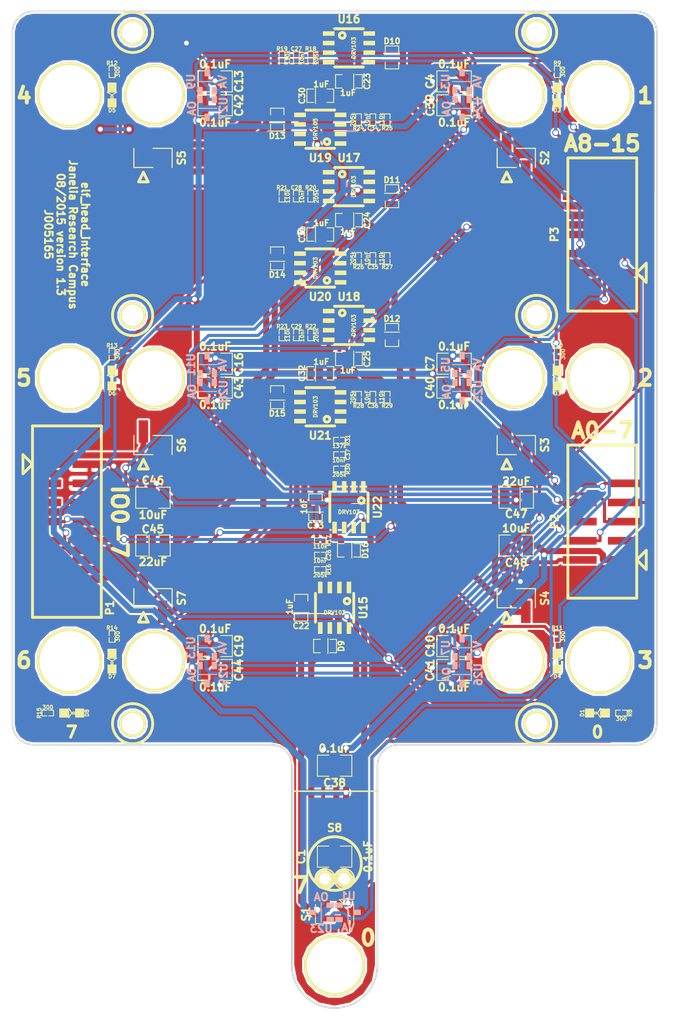
<source format=kicad_pcb>
(kicad_pcb (version 4) (host pcbnew 0.201508110901+6083~28~ubuntu14.04.1-product)
  (title_block (title elf_head_interface) (rev 1.3))
  (layers (0 F.Cu signal) (31 B.Cu signal) (34 B.Paste user) (35 F.Paste user) (36 B.SilkS user) (37 F.SilkS user) (38 B.Mask user) (39 F.Mask user) (44 Edge.Cuts user))
  (net 0 "")
  (net 1 VAA)
  (net 2 +5V)
  (net 3 /A0)
  (net 4 /A1)
  (net 5 /A2)
  (net 6 /A3)
  (net 7 /A4)
  (net 8 /A5)
  (net 9 /A6)
  (net 10 GND)
  (net 11 "Net-(P2-Pad10)")
  (net 12 "Net-(C26-Pad1)")
  (net 13 "Net-(C27-Pad1)")
  (net 14 "Net-(C28-Pad1)")
  (net 15 "Net-(C29-Pad1)")
  (net 16 "Net-(C34-Pad1)")
  (net 17 "Net-(C35-Pad1)")
  (net 18 "Net-(C36-Pad1)")
  (net 19 "Net-(C37-Pad1)")
  (net 20 "Net-(D1-Pad1)")
  (net 21 "Net-(D2-Pad1)")
  (net 22 "Net-(D3-Pad1)")
  (net 23 "Net-(D4-Pad1)")
  (net 24 "Net-(D5-Pad1)")
  (net 25 "Net-(D6-Pad1)")
  (net 26 "Net-(D7-Pad1)")
  (net 27 "Net-(D8-Pad1)")
  (net 28 /SH0)
  (net 29 /SH1)
  (net 30 /SH2)
  (net 31 /SH3)
  (net 32 /SH4)
  (net 33 /SH5)
  (net 34 /SH6)
  (net 35 /SH7)
  (net 36 /IO7)
  (net 37 /IO6)
  (net 38 "Net-(P1-Pad5)")
  (net 39 /IO0)
  (net 40 /IO1)
  (net 41 /IO2)
  (net 42 /IO3)
  (net 43 /IO4)
  (net 44 /IO5)
  (net 45 "Net-(R16-Pad1)")
  (net 46 "Net-(R17-Pad1)")
  (net 47 "Net-(R18-Pad1)")
  (net 48 "Net-(R19-Pad1)")
  (net 49 "Net-(R20-Pad1)")
  (net 50 "Net-(R21-Pad1)")
  (net 51 "Net-(R22-Pad1)")
  (net 52 "Net-(R23-Pad1)")
  (net 53 "Net-(R24-Pad1)")
  (net 54 "Net-(R25-Pad1)")
  (net 55 "Net-(R26-Pad1)")
  (net 56 "Net-(R27-Pad1)")
  (net 57 "Net-(R28-Pad1)")
  (net 58 "Net-(R29-Pad1)")
  (net 59 "Net-(R30-Pad1)")
  (net 60 "Net-(R31-Pad1)")
  (net 61 "Net-(U15-Pad7)")
  (net 62 "Net-(U16-Pad7)")
  (net 63 "Net-(U17-Pad7)")
  (net 64 "Net-(U18-Pad7)")
  (net 65 "Net-(U19-Pad7)")
  (net 66 "Net-(U20-Pad7)")
  (net 67 "Net-(U21-Pad7)")
  (net 68 "Net-(U22-Pad7)")
  (net 69 GNDA)
  (net 70 "Net-(P3-Pad1)")
  (net 71 "Net-(P3-Pad2)")
  (net 72 /A8)
  (net 73 /A9)
  (net 74 /A10)
  (net 75 /A11)
  (net 76 /A12)
  (net 77 /A13)
  (net 78 /A14)
  (net 79 "Net-(P3-Pad10)")
  (module elf_head_interface:HEADER_02x05_SMD (layer F.Cu) (at 129.159 93.1012 270)
    (fp_text reference P2 (at 0 6.35 270) (layer F.SilkS) (effects (font (size 1.016 1.016) (thickness 0.254))))
    (fp_text value HEADER_02X05_SMD hide)
    (pad 1 smd rect (at 5.08 -2.9972 270) (size 1.016 4.4958) (layers F.Cu F.Paste F.Mask) (net 2 +5V))
    (pad 2 smd rect (at 5.08 2.9972 270) (size 1.016 4.4958) (layers F.Cu F.Paste F.Mask) (net 69 GNDA))
    (pad 3 smd rect (at 2.54 -2.9972 270) (size 1.016 4.4958) (layers F.Cu F.Paste F.Mask) (net 3 /A0))
    (pad 4 smd rect (at 2.54 2.9972 270) (size 1.016 4.4958) (layers F.Cu F.Paste F.Mask) (net 4 /A1))
    (pad 5 smd rect (at 0 -2.9972 270) (size 1.016 4.4958) (layers F.Cu F.Paste F.Mask) (net 5 /A2))
    (pad 6 smd rect (at 0 2.9972 270) (size 1.016 4.4958) (layers F.Cu F.Paste F.Mask) (net 6 /A3))
    (pad 7 smd rect (at -2.54 -2.9972 270) (size 1.016 4.4958) (layers F.Cu F.Paste F.Mask) (net 7 /A4))
    (pad 8 smd rect (at -2.54 2.9972 270) (size 1.016 4.4958) (layers F.Cu F.Paste F.Mask) (net 8 /A5))
    (pad 9 smd rect (at -5.08 -2.9972 270) (size 1.016 4.4958) (layers F.Cu F.Paste F.Mask) (net 9 /A6))
    (pad 10 smd rect (at -5.08 2.9972 270) (size 1.016 4.4958) (layers F.Cu F.Paste F.Mask) (net 11 "Net-(P2-Pad10)"))
  )
  (module elf_head_interface:SM1210 (layer F.Cu) (at 93.599 137.551 180)
    (fp_text reference C1 (at 4.445 0 270) (layer F.SilkS) (effects (font (size 1.016 1.016) (thickness 0.254))))
    (fp_text value 0.1uF (at -4.445 0 270) (layer F.SilkS) (effects (font (size 1.016 1.016) (thickness 0.254))))
    (pad 1 smd rect (at -1.524 0 180) (size 1.27 2.54) (layers F.Cu F.Paste F.Mask) (net 2 +5V))
    (pad 2 smd rect (at 1.524 0 180) (size 1.27 2.54) (layers F.Cu F.Paste F.Mask) (net 69 GNDA))
  )
  (module elf_head_interface:SM1210 (layer F.Cu) (at 109.474 34.6812 180)
    (fp_text reference C4 (at 3.175 0 270) (layer F.SilkS) (effects (font (size 1.016 1.016) (thickness 0.254))))
    (fp_text value 0.1uF (at 0 2.286 180) (layer F.SilkS) (effects (font (size 1.016 1.016) (thickness 0.254))))
    (pad 1 smd rect (at -1.524 0 180) (size 1.27 2.54) (layers F.Cu F.Paste F.Mask) (net 2 +5V))
    (pad 2 smd rect (at 1.524 0 180) (size 1.27 2.54) (layers F.Cu F.Paste F.Mask) (net 69 GNDA))
  )
  (module elf_head_interface:SM1210 (layer F.Cu) (at 109.474 72.1462 180)
    (fp_text reference C7 (at 3.175 0 270) (layer F.SilkS) (effects (font (size 1.016 1.016) (thickness 0.254))))
    (fp_text value 0.1uF (at 0 2.286 180) (layer F.SilkS) (effects (font (size 1.016 1.016) (thickness 0.254))))
    (pad 1 smd rect (at -1.524 0 180) (size 1.27 2.54) (layers F.Cu F.Paste F.Mask) (net 2 +5V))
    (pad 2 smd rect (at 1.524 0 180) (size 1.27 2.54) (layers F.Cu F.Paste F.Mask) (net 69 GNDA))
  )
  (module elf_head_interface:SM1210 (layer F.Cu) (at 109.474 109.611 180)
    (fp_text reference C10 (at 3.175 0 270) (layer F.SilkS) (effects (font (size 1.016 1.016) (thickness 0.254))))
    (fp_text value 0.1uF (at 0 2.286 180) (layer F.SilkS) (effects (font (size 1.016 1.016) (thickness 0.254))))
    (pad 1 smd rect (at -1.524 0 180) (size 1.27 2.54) (layers F.Cu F.Paste F.Mask) (net 2 +5V))
    (pad 2 smd rect (at 1.524 0 180) (size 1.27 2.54) (layers F.Cu F.Paste F.Mask) (net 69 GNDA))
  )
  (module elf_head_interface:SM1210 (layer F.Cu) (at 77.724 34.6812 180)
    (fp_text reference C13 (at -3.175 0 270) (layer F.SilkS) (effects (font (size 1.016 1.016) (thickness 0.254))))
    (fp_text value 0.1uF (at 0 2.286 180) (layer F.SilkS) (effects (font (size 1.016 1.016) (thickness 0.254))))
    (pad 1 smd rect (at -1.524 0 180) (size 1.27 2.54) (layers F.Cu F.Paste F.Mask) (net 2 +5V))
    (pad 2 smd rect (at 1.524 0 180) (size 1.27 2.54) (layers F.Cu F.Paste F.Mask) (net 69 GNDA))
  )
  (module elf_head_interface:SM1210 (layer F.Cu) (at 77.724 72.1462 180)
    (fp_text reference C16 (at -3.175 0 270) (layer F.SilkS) (effects (font (size 1.016 1.016) (thickness 0.254))))
    (fp_text value 0.1uF (at 0 2.286 180) (layer F.SilkS) (effects (font (size 1.016 1.016) (thickness 0.254))))
    (pad 1 smd rect (at -1.524 0 180) (size 1.27 2.54) (layers F.Cu F.Paste F.Mask) (net 2 +5V))
    (pad 2 smd rect (at 1.524 0 180) (size 1.27 2.54) (layers F.Cu F.Paste F.Mask) (net 69 GNDA))
  )
  (module elf_head_interface:SM1210 (layer F.Cu) (at 77.724 109.611 180)
    (fp_text reference C19 (at -3.175 0 270) (layer F.SilkS) (effects (font (size 1.016 1.016) (thickness 0.254))))
    (fp_text value 0.1uF (at 0 2.286 180) (layer F.SilkS) (effects (font (size 1.016 1.016) (thickness 0.254))))
    (pad 1 smd rect (at -1.524 0 180) (size 1.27 2.54) (layers F.Cu F.Paste F.Mask) (net 2 +5V))
    (pad 2 smd rect (at 1.524 0 180) (size 1.27 2.54) (layers F.Cu F.Paste F.Mask) (net 69 GNDA))
  )
  (module elf_head_interface:clearance_hole (layer F.Cu) (at 128.816 111.613)
    (fp_text reference CLEARANCE_HOLE_3 hide)
    (fp_text value clearance_hole hide)
    (pad "" thru_hole circle (at 0 0) (size 8.7122 8.7122) (drill 7.9502) (layers *.Cu *.Mask F.SilkS))
  )
  (module elf_head_interface:clearance_hole (layer F.Cu) (at 128.816 74.0512)
    (fp_text reference CLEARANCE_HOLE_2 hide)
    (fp_text value clearance_hole hide)
    (pad "" thru_hole circle (at 0 0) (size 8.7122 8.7122) (drill 7.9502) (layers *.Cu *.Mask F.SilkS))
  )
  (module elf_head_interface:clearance_hole (layer F.Cu) (at 128.816 36.4896)
    (fp_text reference CLEARANCE_HOLE_1 hide)
    (fp_text value clearance_hole hide)
    (pad "" thru_hole circle (at 0 0) (size 8.7122 8.7122) (drill 7.9502) (layers *.Cu *.Mask F.SilkS))
  )
  (module elf_head_interface:clearance_hole (layer F.Cu) (at 58.3844 111.613)
    (fp_text reference CLEARANCE_HOLE_6 hide)
    (fp_text value clearance_hole hide)
    (pad "" thru_hole circle (at 0 0) (size 8.7122 8.7122) (drill 7.9502) (layers *.Cu *.Mask F.SilkS))
  )
  (module elf_head_interface:clearance_hole (layer F.Cu) (at 58.3844 74.0512)
    (fp_text reference CLEARANCE_HOLE_5 hide)
    (fp_text value clearance_hole hide)
    (pad "" thru_hole circle (at 0 0) (size 8.7122 8.7122) (drill 7.9502) (layers *.Cu *.Mask F.SilkS))
  )
  (module elf_head_interface:clearance_hole (layer F.Cu) (at 58.3844 36.4896)
    (fp_text reference CLEARANCE_HOLE_4 hide)
    (fp_text value clearance_hole hide)
    (pad "" thru_hole circle (at 0 0) (size 8.7122 8.7122) (drill 7.9502) (layers *.Cu *.Mask F.SilkS))
  )
  (module elf_head_interface:valve_hole (layer F.Cu) (at 69.6671 36.4896)
    (fp_text reference VALVE_HOLE_4 hide)
    (fp_text value valve_hole hide)
    (pad "" thru_hole circle (at 0 0) (size 8.128 8.128) (drill 7.366) (layers *.Cu *.Mask F.SilkS))
  )
  (module elf_head_interface:valve_hole (layer F.Cu) (at 117.533 36.4896)
    (fp_text reference VALVE_HOLE_1 hide)
    (fp_text value valve_hole hide)
    (pad "" thru_hole circle (at 0 0) (size 8.128 8.128) (drill 7.366) (layers *.Cu *.Mask F.SilkS))
  )
  (module elf_head_interface:valve_hole (layer F.Cu) (at 69.6671 74.0512)
    (fp_text reference VALVE_HOLE_5 hide)
    (fp_text value valve_hole hide)
    (pad "" thru_hole circle (at 0 0) (size 8.128 8.128) (drill 7.366) (layers *.Cu *.Mask F.SilkS))
  )
  (module elf_head_interface:valve_hole (layer F.Cu) (at 117.533 74.0512)
    (fp_text reference VALVE_HOLE_2 hide)
    (fp_text value valve_hole hide)
    (pad "" thru_hole circle (at 0 0) (size 8.128 8.128) (drill 7.366) (layers *.Cu *.Mask F.SilkS))
  )
  (module elf_head_interface:valve_hole (layer F.Cu) (at 69.6671 111.613)
    (fp_text reference VALVE_HOLE_6 hide)
    (fp_text value valve_hole hide)
    (pad "" thru_hole circle (at 0 0) (size 8.128 8.128) (drill 7.366) (layers *.Cu *.Mask F.SilkS))
  )
  (module elf_head_interface:valve_hole (layer F.Cu) (at 117.533 111.613)
    (fp_text reference VALVE_HOLE_3 hide)
    (fp_text value valve_hole hide)
    (pad "" thru_hole circle (at 0 0) (size 8.128 8.128) (drill 7.366) (layers *.Cu *.Mask F.SilkS))
  )
  (module elf_head_interface:valve_hole (layer F.Cu) (at 93.599 151.958)
    (fp_text reference REF** hide)
    (fp_text value valve_hole hide)
    (pad "" thru_hole circle (at 0 0) (size 8.128 8.128) (drill 7.366) (layers *.Cu *.Mask F.SilkS))
  )
  (module elf_head_interface:mounting_hole (layer F.Cu) (at 120.434 119.921)
    (fp_text reference MOUNTING_HOLE_3 hide)
    (fp_text value mounting_hole hide)
    (pad "" thru_hole circle (at 0 0) (size 3.556 3.556) (drill 2.8448) (layers *.Cu *.Mask F.SilkS))
  )
  (module elf_head_interface:mounting_hole (layer F.Cu) (at 66.7639 119.921)
    (fp_text reference MOUNTING_HOLE_6 hide)
    (fp_text value mounting_hole hide)
    (pad "" thru_hole circle (at 0 0) (size 3.556 3.556) (drill 2.8448) (layers *.Cu *.Mask F.SilkS))
  )
  (module elf_head_interface:mounting_hole (layer F.Cu) (at 120.434 65.7428)
    (fp_text reference MOUNTING_HOLE_2 hide)
    (fp_text value mounting_hole hide)
    (pad "" thru_hole circle (at 0 0) (size 3.556 3.556) (drill 2.8448) (layers *.Cu *.Mask F.SilkS))
  )
  (module elf_head_interface:mounting_hole (layer F.Cu) (at 66.7639 65.7428)
    (fp_text reference MOUNTING_HOLE_5 hide)
    (fp_text value mounting_hole hide)
    (pad "" thru_hole circle (at 0 0) (size 3.556 3.556) (drill 2.8448) (layers *.Cu *.Mask F.SilkS))
  )
  (module elf_head_interface:mounting_hole (layer F.Cu) (at 120.434 28.1813)
    (fp_text reference MOUNTING_HOLE_1 hide)
    (fp_text value mounting_hole hide)
    (pad "" thru_hole circle (at 0 0) (size 3.556 3.556) (drill 2.8448) (layers *.Cu *.Mask F.SilkS))
  )
  (module elf_head_interface:mounting_hole (layer F.Cu) (at 66.7639 28.1813)
    (fp_text reference MOUNTING_HOLE_4 hide)
    (fp_text value mounting_hole hide)
    (pad "" thru_hole circle (at 0 0) (size 3.556 3.556) (drill 2.8448) (layers *.Cu *.Mask F.SilkS))
  )
  (module elf_head_interface:LEE_VALVE_PLUG_IN (layer F.Cu) (at 93.599 140.503 180)
    (fp_text reference S8 (at 0 6.76148 180) (layer F.SilkS) (effects (font (size 1.016 1.016) (thickness 0.254))))
    (fp_text value LEE_VALVE_PLUG_IN hide)
    (pad 1 thru_hole circle (at -1.27 0 180) (size 2.3368 2.3368) (drill 1.5494) (layers *.Cu *.Mask F.SilkS) (net 1 VAA) (clearance 0.0508))
    (pad 2 thru_hole circle (at 1.27 0 180) (size 2.3368 2.3368) (drill 1.5494) (layers *.Cu *.Mask F.SilkS) (net 35 /SH7) (clearance 0.0508))
  )
  (module elf_head_interface:SM0402 (layer F.Cu) (at 91.694 97.5462 180)
    (fp_text reference C26 (at -1.143 0 270) (layer F.SilkS) (effects (font (size 0.508 0.508) (thickness 0.127))))
    (fp_text value 10nF (at 0 -0.762 360) (layer F.SilkS) (effects (font (size 0.508 0.508) (thickness 0.127))))
    (pad 1 smd rect (at -0.44958 0 180) (size 0.61976 0.61976) (layers F.Cu F.Paste F.Mask) (net 12 "Net-(C26-Pad1)") (clearance 0.0508))
    (pad 2 smd rect (at 0.44958 0 180) (size 0.61976 0.61976) (layers F.Cu F.Paste F.Mask) (net 10 GND) (clearance 0.0508))
  )
  (module elf_head_interface:SM0402 (layer F.Cu) (at 88.519 31.5062 270)
    (fp_text reference C27 (at -1.143 0 360) (layer F.SilkS) (effects (font (size 0.508 0.508) (thickness 0.127))))
    (fp_text value 10nF (at 0 -0.762 450) (layer F.SilkS) (effects (font (size 0.508 0.508) (thickness 0.127))))
    (pad 1 smd rect (at -0.44958 0 270) (size 0.61976 0.61976) (layers F.Cu F.Paste F.Mask) (net 13 "Net-(C27-Pad1)") (clearance 0.0508))
    (pad 2 smd rect (at 0.44958 0 270) (size 0.61976 0.61976) (layers F.Cu F.Paste F.Mask) (net 10 GND) (clearance 0.0508))
  )
  (module elf_head_interface:SM0402 (layer F.Cu) (at 88.519 49.9212 270)
    (fp_text reference C28 (at -1.143 0 360) (layer F.SilkS) (effects (font (size 0.508 0.508) (thickness 0.127))))
    (fp_text value 10nF (at 0 -0.762 450) (layer F.SilkS) (effects (font (size 0.508 0.508) (thickness 0.127))))
    (pad 1 smd rect (at -0.44958 0 270) (size 0.61976 0.61976) (layers F.Cu F.Paste F.Mask) (net 14 "Net-(C28-Pad1)") (clearance 0.0508))
    (pad 2 smd rect (at 0.44958 0 270) (size 0.61976 0.61976) (layers F.Cu F.Paste F.Mask) (net 10 GND) (clearance 0.0508))
  )
  (module elf_head_interface:SM0402 (layer F.Cu) (at 88.519 68.3362 270)
    (fp_text reference C29 (at -1.143 0 360) (layer F.SilkS) (effects (font (size 0.508 0.508) (thickness 0.127))))
    (fp_text value 10nF (at 0 -0.762 450) (layer F.SilkS) (effects (font (size 0.508 0.508) (thickness 0.127))))
    (pad 1 smd rect (at -0.44958 0 270) (size 0.61976 0.61976) (layers F.Cu F.Paste F.Mask) (net 15 "Net-(C29-Pad1)") (clearance 0.0508))
    (pad 2 smd rect (at 0.44958 0 270) (size 0.61976 0.61976) (layers F.Cu F.Paste F.Mask) (net 10 GND) (clearance 0.0508))
  )
  (module elf_head_interface:SM0402 (layer F.Cu) (at 98.679 39.7612 90)
    (fp_text reference C34 (at -1.143 0 180) (layer F.SilkS) (effects (font (size 0.508 0.508) (thickness 0.127))))
    (fp_text value 10nF (at 0 -0.762 270) (layer F.SilkS) (effects (font (size 0.508 0.508) (thickness 0.127))))
    (pad 1 smd rect (at -0.44958 0 90) (size 0.61976 0.61976) (layers F.Cu F.Paste F.Mask) (net 16 "Net-(C34-Pad1)") (clearance 0.0508))
    (pad 2 smd rect (at 0.44958 0 90) (size 0.61976 0.61976) (layers F.Cu F.Paste F.Mask) (net 10 GND) (clearance 0.0508))
  )
  (module elf_head_interface:SM0402 (layer F.Cu) (at 98.679 58.1762 90)
    (fp_text reference C35 (at -1.143 0 180) (layer F.SilkS) (effects (font (size 0.508 0.508) (thickness 0.127))))
    (fp_text value 10nF (at 0 -0.762 270) (layer F.SilkS) (effects (font (size 0.508 0.508) (thickness 0.127))))
    (pad 1 smd rect (at -0.44958 0 90) (size 0.61976 0.61976) (layers F.Cu F.Paste F.Mask) (net 17 "Net-(C35-Pad1)") (clearance 0.0508))
    (pad 2 smd rect (at 0.44958 0 90) (size 0.61976 0.61976) (layers F.Cu F.Paste F.Mask) (net 10 GND) (clearance 0.0508))
  )
  (module elf_head_interface:SM0402 (layer F.Cu) (at 98.679 76.5912 90)
    (fp_text reference C36 (at -1.143 0 180) (layer F.SilkS) (effects (font (size 0.508 0.508) (thickness 0.127))))
    (fp_text value 10nF (at 0 -0.762 270) (layer F.SilkS) (effects (font (size 0.508 0.508) (thickness 0.127))))
    (pad 1 smd rect (at -0.44958 0 90) (size 0.61976 0.61976) (layers F.Cu F.Paste F.Mask) (net 18 "Net-(C36-Pad1)") (clearance 0.0508))
    (pad 2 smd rect (at 0.44958 0 90) (size 0.61976 0.61976) (layers F.Cu F.Paste F.Mask) (net 10 GND) (clearance 0.0508))
  )
  (module elf_head_interface:SM0402 (layer F.Cu) (at 94.234 84.2112 180)
    (fp_text reference C37 (at -1.143 0 270) (layer F.SilkS) (effects (font (size 0.508 0.508) (thickness 0.127))))
    (fp_text value 10nF (at 0 -0.762 360) (layer F.SilkS) (effects (font (size 0.508 0.508) (thickness 0.127))))
    (pad 1 smd rect (at -0.44958 0 180) (size 0.61976 0.61976) (layers F.Cu F.Paste F.Mask) (net 19 "Net-(C37-Pad1)") (clearance 0.0508))
    (pad 2 smd rect (at 0.44958 0 180) (size 0.61976 0.61976) (layers F.Cu F.Paste F.Mask) (net 10 GND) (clearance 0.0508))
  )
  (module elf_head_interface:SM0805_POL (layer F.Cu) (at 92.329 109.611 180)
    (fp_text reference D9 (at -2.159 0 270) (layer F.SilkS) (effects (font (size 0.762 0.762) (thickness 0.1905))))
    (fp_text value diode_schottky_20V_1A hide)
    (pad 1 smd rect (at -1.0414 0 180) (size 0.7874 1.6002) (layers F.Cu F.Paste F.Mask) (net 1 VAA))
    (pad 2 smd rect (at 1.0414 0 180) (size 0.7874 1.6002) (layers F.Cu F.Paste F.Mask) (net 28 /SH0))
  )
  (module elf_head_interface:SM0805_POL (layer F.Cu) (at 101.219 31.5062 270)
    (fp_text reference D10 (at -2.159 0 360) (layer F.SilkS) (effects (font (size 0.762 0.762) (thickness 0.1905))))
    (fp_text value diode_schottky_20V_1A hide)
    (pad 1 smd rect (at -1.0414 0 270) (size 0.7874 1.6002) (layers F.Cu F.Paste F.Mask) (net 1 VAA))
    (pad 2 smd rect (at 1.0414 0 270) (size 0.7874 1.6002) (layers F.Cu F.Paste F.Mask) (net 29 /SH1))
  )
  (module elf_head_interface:SM0805_POL (layer F.Cu) (at 101.219 49.9212 270)
    (fp_text reference D11 (at -2.159 0 360) (layer F.SilkS) (effects (font (size 0.762 0.762) (thickness 0.1905))))
    (fp_text value diode_schottky_20V_1A hide)
    (pad 1 smd rect (at -1.0414 0 270) (size 0.7874 1.6002) (layers F.Cu F.Paste F.Mask) (net 1 VAA))
    (pad 2 smd rect (at 1.0414 0 270) (size 0.7874 1.6002) (layers F.Cu F.Paste F.Mask) (net 30 /SH2))
  )
  (module elf_head_interface:SM0805_POL (layer F.Cu) (at 101.219 68.3362 270)
    (fp_text reference D12 (at -2.159 0 360) (layer F.SilkS) (effects (font (size 0.762 0.762) (thickness 0.1905))))
    (fp_text value diode_schottky_20V_1A hide)
    (pad 1 smd rect (at -1.0414 0 270) (size 0.7874 1.6002) (layers F.Cu F.Paste F.Mask) (net 1 VAA))
    (pad 2 smd rect (at 1.0414 0 270) (size 0.7874 1.6002) (layers F.Cu F.Paste F.Mask) (net 31 /SH3))
  )
  (module elf_head_interface:SM0805_POL (layer F.Cu) (at 85.979 39.7612 90)
    (fp_text reference D13 (at -2.159 0 180) (layer F.SilkS) (effects (font (size 0.762 0.762) (thickness 0.1905))))
    (fp_text value diode_schottky_20V_1A hide)
    (pad 1 smd rect (at -1.0414 0 90) (size 0.7874 1.6002) (layers F.Cu F.Paste F.Mask) (net 1 VAA))
    (pad 2 smd rect (at 1.0414 0 90) (size 0.7874 1.6002) (layers F.Cu F.Paste F.Mask) (net 32 /SH4))
  )
  (module elf_head_interface:SM0805_POL (layer F.Cu) (at 85.979 58.1762 90)
    (fp_text reference D14 (at -2.159 0 180) (layer F.SilkS) (effects (font (size 0.762 0.762) (thickness 0.1905))))
    (fp_text value diode_schottky_20V_1A hide)
    (pad 1 smd rect (at -1.0414 0 90) (size 0.7874 1.6002) (layers F.Cu F.Paste F.Mask) (net 1 VAA))
    (pad 2 smd rect (at 1.0414 0 90) (size 0.7874 1.6002) (layers F.Cu F.Paste F.Mask) (net 33 /SH5))
  )
  (module elf_head_interface:SM0805_POL (layer F.Cu) (at 85.979 76.5912 90)
    (fp_text reference D15 (at -2.159 0 180) (layer F.SilkS) (effects (font (size 0.762 0.762) (thickness 0.1905))))
    (fp_text value diode_schottky_20V_1A hide)
    (pad 1 smd rect (at -1.0414 0 90) (size 0.7874 1.6002) (layers F.Cu F.Paste F.Mask) (net 1 VAA))
    (pad 2 smd rect (at 1.0414 0 90) (size 0.7874 1.6002) (layers F.Cu F.Paste F.Mask) (net 34 /SH6))
  )
  (module elf_head_interface:SM0805_POL (layer F.Cu) (at 95.504 96.9112 180)
    (fp_text reference D16 (at -2.159 0 270) (layer F.SilkS) (effects (font (size 0.762 0.762) (thickness 0.1905))))
    (fp_text value diode_schottky_20V_1A hide)
    (pad 1 smd rect (at -1.0414 0 180) (size 0.7874 1.6002) (layers F.Cu F.Paste F.Mask) (net 1 VAA))
    (pad 2 smd rect (at 1.0414 0 180) (size 0.7874 1.6002) (layers F.Cu F.Paste F.Mask) (net 35 /SH7))
  )
  (module elf_head_interface:SM0402 (layer F.Cu) (at 131.699 118.501 180)
    (fp_text reference R8 (at -1.143 0 270) (layer F.SilkS) (effects (font (size 0.508 0.508) (thickness 0.127))))
    (fp_text value 300 (at 0 -0.762 360) (layer F.SilkS) (effects (font (size 0.508 0.508) (thickness 0.127))))
    (pad 1 smd rect (at -0.44958 0 180) (size 0.61976 0.61976) (layers F.Cu F.Paste F.Mask) (net 39 /IO0) (clearance 0.0508))
    (pad 2 smd rect (at 0.44958 0 180) (size 0.61976 0.61976) (layers F.Cu F.Paste F.Mask) (net 20 "Net-(D1-Pad1)") (clearance 0.0508))
  )
  (module elf_head_interface:SM0402 (layer F.Cu) (at 123.175 33.4112 270)
    (fp_text reference R9 (at -1.143 0 360) (layer F.SilkS) (effects (font (size 0.508 0.508) (thickness 0.127))))
    (fp_text value 300 (at 0 -0.762 450) (layer F.SilkS) (effects (font (size 0.508 0.508) (thickness 0.127))))
    (pad 1 smd rect (at -0.44958 0 270) (size 0.61976 0.61976) (layers F.Cu F.Paste F.Mask) (net 40 /IO1) (clearance 0.0508))
    (pad 2 smd rect (at 0.44958 0 270) (size 0.61976 0.61976) (layers F.Cu F.Paste F.Mask) (net 21 "Net-(D2-Pad1)") (clearance 0.0508))
  )
  (module elf_head_interface:SM0402 (layer F.Cu) (at 123.175 70.8762 270)
    (fp_text reference R10 (at -1.143 0 360) (layer F.SilkS) (effects (font (size 0.508 0.508) (thickness 0.127))))
    (fp_text value 300 (at 0 -0.762 450) (layer F.SilkS) (effects (font (size 0.508 0.508) (thickness 0.127))))
    (pad 1 smd rect (at -0.44958 0 270) (size 0.61976 0.61976) (layers F.Cu F.Paste F.Mask) (net 41 /IO2) (clearance 0.0508))
    (pad 2 smd rect (at 0.44958 0 270) (size 0.61976 0.61976) (layers F.Cu F.Paste F.Mask) (net 22 "Net-(D3-Pad1)") (clearance 0.0508))
  )
  (module elf_head_interface:SM0402 (layer F.Cu) (at 123.175 108.341 270)
    (fp_text reference R11 (at -1.143 0 360) (layer F.SilkS) (effects (font (size 0.508 0.508) (thickness 0.127))))
    (fp_text value 300 (at 0 -0.762 450) (layer F.SilkS) (effects (font (size 0.508 0.508) (thickness 0.127))))
    (pad 1 smd rect (at -0.44958 0 270) (size 0.61976 0.61976) (layers F.Cu F.Paste F.Mask) (net 42 /IO3) (clearance 0.0508))
    (pad 2 smd rect (at 0.44958 0 270) (size 0.61976 0.61976) (layers F.Cu F.Paste F.Mask) (net 23 "Net-(D4-Pad1)") (clearance 0.0508))
  )
  (module elf_head_interface:SM0402 (layer F.Cu) (at 64.0258 33.4112 270)
    (fp_text reference R12 (at -1.143 0 360) (layer F.SilkS) (effects (font (size 0.508 0.508) (thickness 0.127))))
    (fp_text value 300 (at 0 -0.762 450) (layer F.SilkS) (effects (font (size 0.508 0.508) (thickness 0.127))))
    (pad 1 smd rect (at -0.44958 0 270) (size 0.61976 0.61976) (layers F.Cu F.Paste F.Mask) (net 43 /IO4) (clearance 0.0508))
    (pad 2 smd rect (at 0.44958 0 270) (size 0.61976 0.61976) (layers F.Cu F.Paste F.Mask) (net 24 "Net-(D5-Pad1)") (clearance 0.0508))
  )
  (module elf_head_interface:SM0402 (layer F.Cu) (at 64.0258 70.8762 270)
    (fp_text reference R13 (at -1.143 0 360) (layer F.SilkS) (effects (font (size 0.508 0.508) (thickness 0.127))))
    (fp_text value 300 (at 0 -0.762 450) (layer F.SilkS) (effects (font (size 0.508 0.508) (thickness 0.127))))
    (pad 1 smd rect (at -0.44958 0 270) (size 0.61976 0.61976) (layers F.Cu F.Paste F.Mask) (net 44 /IO5) (clearance 0.0508))
    (pad 2 smd rect (at 0.44958 0 270) (size 0.61976 0.61976) (layers F.Cu F.Paste F.Mask) (net 25 "Net-(D6-Pad1)") (clearance 0.0508))
  )
  (module elf_head_interface:SM0402 (layer F.Cu) (at 64.0258 108.341 270)
    (fp_text reference R14 (at -1.143 0 360) (layer F.SilkS) (effects (font (size 0.508 0.508) (thickness 0.127))))
    (fp_text value 300 (at 0 -0.762 450) (layer F.SilkS) (effects (font (size 0.508 0.508) (thickness 0.127))))
    (pad 1 smd rect (at -0.44958 0 270) (size 0.61976 0.61976) (layers F.Cu F.Paste F.Mask) (net 37 /IO6) (clearance 0.0508))
    (pad 2 smd rect (at 0.44958 0 270) (size 0.61976 0.61976) (layers F.Cu F.Paste F.Mask) (net 26 "Net-(D7-Pad1)") (clearance 0.0508))
  )
  (module elf_head_interface:SM0402 (layer F.Cu) (at 55.499 118.501)
    (fp_text reference R15 (at -1.143 0 90) (layer F.SilkS) (effects (font (size 0.508 0.508) (thickness 0.127))))
    (fp_text value 300 (at 0 -0.762 180) (layer F.SilkS) (effects (font (size 0.508 0.508) (thickness 0.127))))
    (pad 1 smd rect (at -0.44958 0) (size 0.61976 0.61976) (layers F.Cu F.Paste F.Mask) (net 36 /IO7) (clearance 0.0508))
    (pad 2 smd rect (at 0.44958 0) (size 0.61976 0.61976) (layers F.Cu F.Paste F.Mask) (net 27 "Net-(D8-Pad1)") (clearance 0.0508))
  )
  (module elf_head_interface:SM0402 (layer F.Cu) (at 91.694 99.4512 180)
    (fp_text reference R16 (at -1.143 0 270) (layer F.SilkS) (effects (font (size 0.508 0.508) (thickness 0.127))))
    (fp_text value 205k (at 0 -0.762 360) (layer F.SilkS) (effects (font (size 0.508 0.508) (thickness 0.127))))
    (pad 1 smd rect (at -0.44958 0 180) (size 0.61976 0.61976) (layers F.Cu F.Paste F.Mask) (net 45 "Net-(R16-Pad1)") (clearance 0.0508))
    (pad 2 smd rect (at 0.44958 0 180) (size 0.61976 0.61976) (layers F.Cu F.Paste F.Mask) (net 10 GND) (clearance 0.0508))
  )
  (module elf_head_interface:SM0402 (layer F.Cu) (at 91.694 95.6412 180)
    (fp_text reference R17 (at -1.143 0 270) (layer F.SilkS) (effects (font (size 0.508 0.508) (thickness 0.127))))
    (fp_text value 110k (at 0 -0.762 360) (layer F.SilkS) (effects (font (size 0.508 0.508) (thickness 0.127))))
    (pad 1 smd rect (at -0.44958 0 180) (size 0.61976 0.61976) (layers F.Cu F.Paste F.Mask) (net 46 "Net-(R17-Pad1)") (clearance 0.0508))
    (pad 2 smd rect (at 0.44958 0 180) (size 0.61976 0.61976) (layers F.Cu F.Paste F.Mask) (net 10 GND) (clearance 0.0508))
  )
  (module elf_head_interface:SM0402 (layer F.Cu) (at 90.424 31.5062 270)
    (fp_text reference R18 (at -1.143 0 360) (layer F.SilkS) (effects (font (size 0.508 0.508) (thickness 0.127))))
    (fp_text value 205k (at 0 -0.762 450) (layer F.SilkS) (effects (font (size 0.508 0.508) (thickness 0.127))))
    (pad 1 smd rect (at -0.44958 0 270) (size 0.61976 0.61976) (layers F.Cu F.Paste F.Mask) (net 47 "Net-(R18-Pad1)") (clearance 0.0508))
    (pad 2 smd rect (at 0.44958 0 270) (size 0.61976 0.61976) (layers F.Cu F.Paste F.Mask) (net 10 GND) (clearance 0.0508))
  )
  (module elf_head_interface:SM0402 (layer F.Cu) (at 86.614 31.5062 270)
    (fp_text reference R19 (at -1.143 0 360) (layer F.SilkS) (effects (font (size 0.508 0.508) (thickness 0.127))))
    (fp_text value 110k (at 0 -0.762 450) (layer F.SilkS) (effects (font (size 0.508 0.508) (thickness 0.127))))
    (pad 1 smd rect (at -0.44958 0 270) (size 0.61976 0.61976) (layers F.Cu F.Paste F.Mask) (net 48 "Net-(R19-Pad1)") (clearance 0.0508))
    (pad 2 smd rect (at 0.44958 0 270) (size 0.61976 0.61976) (layers F.Cu F.Paste F.Mask) (net 10 GND) (clearance 0.0508))
  )
  (module elf_head_interface:SM0402 (layer F.Cu) (at 90.424 49.9212 270)
    (fp_text reference R20 (at -1.143 0 360) (layer F.SilkS) (effects (font (size 0.508 0.508) (thickness 0.127))))
    (fp_text value 205k (at 0 -0.762 450) (layer F.SilkS) (effects (font (size 0.508 0.508) (thickness 0.127))))
    (pad 1 smd rect (at -0.44958 0 270) (size 0.61976 0.61976) (layers F.Cu F.Paste F.Mask) (net 49 "Net-(R20-Pad1)") (clearance 0.0508))
    (pad 2 smd rect (at 0.44958 0 270) (size 0.61976 0.61976) (layers F.Cu F.Paste F.Mask) (net 10 GND) (clearance 0.0508))
  )
  (module elf_head_interface:SM0402 (layer F.Cu) (at 86.614 49.9212 270)
    (fp_text reference R21 (at -1.143 0 360) (layer F.SilkS) (effects (font (size 0.508 0.508) (thickness 0.127))))
    (fp_text value 110k (at 0 -0.762 450) (layer F.SilkS) (effects (font (size 0.508 0.508) (thickness 0.127))))
    (pad 1 smd rect (at -0.44958 0 270) (size 0.61976 0.61976) (layers F.Cu F.Paste F.Mask) (net 50 "Net-(R21-Pad1)") (clearance 0.0508))
    (pad 2 smd rect (at 0.44958 0 270) (size 0.61976 0.61976) (layers F.Cu F.Paste F.Mask) (net 10 GND) (clearance 0.0508))
  )
  (module elf_head_interface:SM0402 (layer F.Cu) (at 90.424 68.3362 270)
    (fp_text reference R22 (at -1.143 0 360) (layer F.SilkS) (effects (font (size 0.508 0.508) (thickness 0.127))))
    (fp_text value 205k (at 0 -0.762 450) (layer F.SilkS) (effects (font (size 0.508 0.508) (thickness 0.127))))
    (pad 1 smd rect (at -0.44958 0 270) (size 0.61976 0.61976) (layers F.Cu F.Paste F.Mask) (net 51 "Net-(R22-Pad1)") (clearance 0.0508))
    (pad 2 smd rect (at 0.44958 0 270) (size 0.61976 0.61976) (layers F.Cu F.Paste F.Mask) (net 10 GND) (clearance 0.0508))
  )
  (module elf_head_interface:SM0402 (layer F.Cu) (at 86.614 68.3362 270)
    (fp_text reference R23 (at -1.143 0 360) (layer F.SilkS) (effects (font (size 0.508 0.508) (thickness 0.127))))
    (fp_text value 110k (at 0 -0.762 450) (layer F.SilkS) (effects (font (size 0.508 0.508) (thickness 0.127))))
    (pad 1 smd rect (at -0.44958 0 270) (size 0.61976 0.61976) (layers F.Cu F.Paste F.Mask) (net 52 "Net-(R23-Pad1)") (clearance 0.0508))
    (pad 2 smd rect (at 0.44958 0 270) (size 0.61976 0.61976) (layers F.Cu F.Paste F.Mask) (net 10 GND) (clearance 0.0508))
  )
  (module elf_head_interface:SM0402 (layer F.Cu) (at 96.774 39.7612 90)
    (fp_text reference R24 (at -1.143 0 180) (layer F.SilkS) (effects (font (size 0.508 0.508) (thickness 0.127))))
    (fp_text value 205k (at 0 -0.762 270) (layer F.SilkS) (effects (font (size 0.508 0.508) (thickness 0.127))))
    (pad 1 smd rect (at -0.44958 0 90) (size 0.61976 0.61976) (layers F.Cu F.Paste F.Mask) (net 53 "Net-(R24-Pad1)") (clearance 0.0508))
    (pad 2 smd rect (at 0.44958 0 90) (size 0.61976 0.61976) (layers F.Cu F.Paste F.Mask) (net 10 GND) (clearance 0.0508))
  )
  (module elf_head_interface:SM0402 (layer F.Cu) (at 100.584 39.7612 90)
    (fp_text reference R25 (at -1.143 0 180) (layer F.SilkS) (effects (font (size 0.508 0.508) (thickness 0.127))))
    (fp_text value 110k (at 0 -0.762 270) (layer F.SilkS) (effects (font (size 0.508 0.508) (thickness 0.127))))
    (pad 1 smd rect (at -0.44958 0 90) (size 0.61976 0.61976) (layers F.Cu F.Paste F.Mask) (net 54 "Net-(R25-Pad1)") (clearance 0.0508))
    (pad 2 smd rect (at 0.44958 0 90) (size 0.61976 0.61976) (layers F.Cu F.Paste F.Mask) (net 10 GND) (clearance 0.0508))
  )
  (module elf_head_interface:SM0402 (layer F.Cu) (at 96.774 58.1762 90)
    (fp_text reference R26 (at -1.143 0 180) (layer F.SilkS) (effects (font (size 0.508 0.508) (thickness 0.127))))
    (fp_text value 205k (at 0 -0.762 270) (layer F.SilkS) (effects (font (size 0.508 0.508) (thickness 0.127))))
    (pad 1 smd rect (at -0.44958 0 90) (size 0.61976 0.61976) (layers F.Cu F.Paste F.Mask) (net 55 "Net-(R26-Pad1)") (clearance 0.0508))
    (pad 2 smd rect (at 0.44958 0 90) (size 0.61976 0.61976) (layers F.Cu F.Paste F.Mask) (net 10 GND) (clearance 0.0508))
  )
  (module elf_head_interface:SM0402 (layer F.Cu) (at 100.584 58.1762 90)
    (fp_text reference R27 (at -1.143 0 180) (layer F.SilkS) (effects (font (size 0.508 0.508) (thickness 0.127))))
    (fp_text value 110k (at 0 -0.762 270) (layer F.SilkS) (effects (font (size 0.508 0.508) (thickness 0.127))))
    (pad 1 smd rect (at -0.44958 0 90) (size 0.61976 0.61976) (layers F.Cu F.Paste F.Mask) (net 56 "Net-(R27-Pad1)") (clearance 0.0508))
    (pad 2 smd rect (at 0.44958 0 90) (size 0.61976 0.61976) (layers F.Cu F.Paste F.Mask) (net 10 GND) (clearance 0.0508))
  )
  (module elf_head_interface:SM0402 (layer F.Cu) (at 96.774 76.5912 90)
    (fp_text reference R28 (at -1.143 0 180) (layer F.SilkS) (effects (font (size 0.508 0.508) (thickness 0.127))))
    (fp_text value 205k (at 0 -0.762 270) (layer F.SilkS) (effects (font (size 0.508 0.508) (thickness 0.127))))
    (pad 1 smd rect (at -0.44958 0 90) (size 0.61976 0.61976) (layers F.Cu F.Paste F.Mask) (net 57 "Net-(R28-Pad1)") (clearance 0.0508))
    (pad 2 smd rect (at 0.44958 0 90) (size 0.61976 0.61976) (layers F.Cu F.Paste F.Mask) (net 10 GND) (clearance 0.0508))
  )
  (module elf_head_interface:SM0402 (layer F.Cu) (at 100.584 76.5912 90)
    (fp_text reference R29 (at -1.143 0 180) (layer F.SilkS) (effects (font (size 0.508 0.508) (thickness 0.127))))
    (fp_text value 110k (at 0 -0.762 270) (layer F.SilkS) (effects (font (size 0.508 0.508) (thickness 0.127))))
    (pad 1 smd rect (at -0.44958 0 90) (size 0.61976 0.61976) (layers F.Cu F.Paste F.Mask) (net 58 "Net-(R29-Pad1)") (clearance 0.0508))
    (pad 2 smd rect (at 0.44958 0 90) (size 0.61976 0.61976) (layers F.Cu F.Paste F.Mask) (net 10 GND) (clearance 0.0508))
  )
  (module elf_head_interface:SM0402 (layer F.Cu) (at 94.234 86.1162 180)
    (fp_text reference R30 (at -1.143 0 270) (layer F.SilkS) (effects (font (size 0.508 0.508) (thickness 0.127))))
    (fp_text value 205k (at 0 -0.762 360) (layer F.SilkS) (effects (font (size 0.508 0.508) (thickness 0.127))))
    (pad 1 smd rect (at -0.44958 0 180) (size 0.61976 0.61976) (layers F.Cu F.Paste F.Mask) (net 59 "Net-(R30-Pad1)") (clearance 0.0508))
    (pad 2 smd rect (at 0.44958 0 180) (size 0.61976 0.61976) (layers F.Cu F.Paste F.Mask) (net 10 GND) (clearance 0.0508))
  )
  (module elf_head_interface:SM0402 (layer F.Cu) (at 94.234 82.3062 180)
    (fp_text reference R31 (at -1.143 0 270) (layer F.SilkS) (effects (font (size 0.508 0.508) (thickness 0.127))))
    (fp_text value 137k (at 0 -0.762 360) (layer F.SilkS) (effects (font (size 0.508 0.508) (thickness 0.127))))
    (pad 1 smd rect (at -0.44958 0 180) (size 0.61976 0.61976) (layers F.Cu F.Paste F.Mask) (net 60 "Net-(R31-Pad1)") (clearance 0.0508))
    (pad 2 smd rect (at 0.44958 0 180) (size 0.61976 0.61976) (layers F.Cu F.Paste F.Mask) (net 10 GND) (clearance 0.0508))
  )
  (module elf_head_interface:HEADER_02x07_SMD (layer F.Cu) (at 58.039 93.1012 90)
    (fp_text reference P1 (at -11.42996 5.715 90) (layer F.SilkS) (effects (font (size 1.016 1.016) (thickness 0.254))))
    (fp_text value HEADER_02X07_SMD hide)
    (pad 2 smd rect (at 7.62 2.9972 90) (size 1.016 4.4958) (layers F.Cu F.Paste F.Mask) (net 10 GND))
    (pad 1 smd rect (at 7.62 -2.9972 90) (size 1.016 4.4958) (layers F.Cu F.Paste F.Mask) (net 1 VAA))
    (pad 14 smd rect (at -7.62 2.9972 90) (size 1.016 4.4958) (layers F.Cu F.Paste F.Mask) (net 36 /IO7))
    (pad 13 smd rect (at -7.62 -2.9972 90) (size 1.016 4.4958) (layers F.Cu F.Paste F.Mask) (net 37 /IO6))
    (pad 3 smd rect (at 5.08 -2.9972 90) (size 1.016 4.4958) (layers F.Cu F.Paste F.Mask) (net 1 VAA))
    (pad 4 smd rect (at 5.08 2.9972 90) (size 1.016 4.4958) (layers F.Cu F.Paste F.Mask) (net 10 GND))
    (pad 5 smd rect (at 2.54 -2.9972 90) (size 1.016 4.4958) (layers F.Cu F.Paste F.Mask) (net 38 "Net-(P1-Pad5)"))
    (pad 6 smd rect (at 2.54 2.9972 90) (size 1.016 4.4958) (layers F.Cu F.Paste F.Mask) (net 10 GND))
    (pad 7 smd rect (at 0 -2.9972 90) (size 1.016 4.4958) (layers F.Cu F.Paste F.Mask) (net 39 /IO0))
    (pad 8 smd rect (at 0 2.9972 90) (size 1.016 4.4958) (layers F.Cu F.Paste F.Mask) (net 40 /IO1))
    (pad 9 smd rect (at -2.54 -2.9972 90) (size 1.016 4.4958) (layers F.Cu F.Paste F.Mask) (net 41 /IO2))
    (pad 10 smd rect (at -2.54 2.9972 90) (size 1.016 4.4958) (layers F.Cu F.Paste F.Mask) (net 42 /IO3))
    (pad 11 smd rect (at -5.08 -2.9972 90) (size 1.016 4.4958) (layers F.Cu F.Paste F.Mask) (net 43 /IO4))
    (pad 12 smd rect (at -5.08 2.9972 90) (size 1.016 4.4958) (layers F.Cu F.Paste F.Mask) (net 44 /IO5))
  )
  (module elf_head_interface:LED0805 (layer F.Cu) (at 58.674 118.501)
    (fp_text reference D8 (at 2.032 0 90) (layer F.SilkS) (effects (font (size 0.508 0.508) (thickness 0.127))))
    (fp_text value LED_0805 hide)
    (pad 1 smd rect (at -1.0541 0) (size 1.1938 1.1938) (layers F.Cu F.Paste F.SilkS F.Mask) (net 27 "Net-(D8-Pad1)") (clearance 0.0508))
    (pad 2 smd rect (at 1.0541 0) (size 1.1938 1.1938) (layers F.Cu F.Paste F.SilkS F.Mask) (net 10 GND) (clearance 0.0508))
  )
  (module elf_head_interface:LED0805 (layer F.Cu) (at 64.0258 111.613 270)
    (fp_text reference D7 (at 2.032 0 360) (layer F.SilkS) (effects (font (size 0.508 0.508) (thickness 0.127))))
    (fp_text value LED_0805 hide)
    (pad 1 smd rect (at -1.0541 0 270) (size 1.1938 1.1938) (layers F.Cu F.Paste F.SilkS F.Mask) (net 26 "Net-(D7-Pad1)") (clearance 0.0508))
    (pad 2 smd rect (at 1.0541 0 270) (size 1.1938 1.1938) (layers F.Cu F.Paste F.SilkS F.Mask) (net 10 GND) (clearance 0.0508))
  )
  (module elf_head_interface:LED0805 (layer F.Cu) (at 64.0258 74.0512 270)
    (fp_text reference D6 (at 2.032 0 360) (layer F.SilkS) (effects (font (size 0.508 0.508) (thickness 0.127))))
    (fp_text value LED_0805 hide)
    (pad 1 smd rect (at -1.0541 0 270) (size 1.1938 1.1938) (layers F.Cu F.Paste F.SilkS F.Mask) (net 25 "Net-(D6-Pad1)") (clearance 0.0508))
    (pad 2 smd rect (at 1.0541 0 270) (size 1.1938 1.1938) (layers F.Cu F.Paste F.SilkS F.Mask) (net 10 GND) (clearance 0.0508))
  )
  (module elf_head_interface:LED0805 (layer F.Cu) (at 64.0258 36.4896 270)
    (fp_text reference D5 (at 2.032 0 360) (layer F.SilkS) (effects (font (size 0.508 0.508) (thickness 0.127))))
    (fp_text value LED_0805 hide)
    (pad 1 smd rect (at -1.0541 0 270) (size 1.1938 1.1938) (layers F.Cu F.Paste F.SilkS F.Mask) (net 24 "Net-(D5-Pad1)") (clearance 0.0508))
    (pad 2 smd rect (at 1.0541 0 270) (size 1.1938 1.1938) (layers F.Cu F.Paste F.SilkS F.Mask) (net 10 GND) (clearance 0.0508))
  )
  (module elf_head_interface:LED0805 (layer F.Cu) (at 123.175 111.613 270)
    (fp_text reference D4 (at 2.032 0 360) (layer F.SilkS) (effects (font (size 0.508 0.508) (thickness 0.127))))
    (fp_text value LED_0805 hide)
    (pad 1 smd rect (at -1.0541 0 270) (size 1.1938 1.1938) (layers F.Cu F.Paste F.SilkS F.Mask) (net 23 "Net-(D4-Pad1)") (clearance 0.0508))
    (pad 2 smd rect (at 1.0541 0 270) (size 1.1938 1.1938) (layers F.Cu F.Paste F.SilkS F.Mask) (net 10 GND) (clearance 0.0508))
  )
  (module elf_head_interface:LED0805 (layer F.Cu) (at 123.175 74.0512 270)
    (fp_text reference D3 (at 2.032 0 360) (layer F.SilkS) (effects (font (size 0.508 0.508) (thickness 0.127))))
    (fp_text value LED_0805 hide)
    (pad 1 smd rect (at -1.0541 0 270) (size 1.1938 1.1938) (layers F.Cu F.Paste F.SilkS F.Mask) (net 22 "Net-(D3-Pad1)") (clearance 0.0508))
    (pad 2 smd rect (at 1.0541 0 270) (size 1.1938 1.1938) (layers F.Cu F.Paste F.SilkS F.Mask) (net 10 GND) (clearance 0.0508))
  )
  (module elf_head_interface:LED0805 (layer F.Cu) (at 123.175 36.4896 270)
    (fp_text reference D2 (at 2.032 0 360) (layer F.SilkS) (effects (font (size 0.508 0.508) (thickness 0.127))))
    (fp_text value LED_0805 hide)
    (pad 1 smd rect (at -1.0541 0 270) (size 1.1938 1.1938) (layers F.Cu F.Paste F.SilkS F.Mask) (net 21 "Net-(D2-Pad1)") (clearance 0.0508))
    (pad 2 smd rect (at 1.0541 0 270) (size 1.1938 1.1938) (layers F.Cu F.Paste F.SilkS F.Mask) (net 10 GND) (clearance 0.0508))
  )
  (module elf_head_interface:LED0805 (layer F.Cu) (at 128.524 118.501 180)
    (fp_text reference D1 (at 2.032 0 270) (layer F.SilkS) (effects (font (size 0.508 0.508) (thickness 0.127))))
    (fp_text value LED_0805 hide)
    (pad 1 smd rect (at -1.0541 0 180) (size 1.1938 1.1938) (layers F.Cu F.Paste F.SilkS F.Mask) (net 20 "Net-(D1-Pad1)") (clearance 0.0508))
    (pad 2 smd rect (at 1.0541 0 180) (size 1.1938 1.1938) (layers F.Cu F.Paste F.SilkS F.Mask) (net 10 GND) (clearance 0.0508))
  )
  (module elf_head_interface:SOIC_8 (layer F.Cu) (at 93.599 104.531 180)
    (fp_text reference U15 (at -3.81 0 270) (layer F.SilkS) (effects (font (size 1.016 1.016) (thickness 0.254))))
    (fp_text value DRV103 (at 0 -0.635 180) (layer F.SilkS) (effects (font (size 0.508 0.508) (thickness 0.127))))
    (pad 1 smd rect (at -1.905 2.6924 180) (size 0.59944 1.5494) (layers F.Cu F.SilkS F.Mask) (net 46 "Net-(R17-Pad1)") (clearance 0.1524))
    (pad 2 smd rect (at -0.635 2.6924 180) (size 0.59944 1.5494) (layers F.Cu F.SilkS F.Mask) (net 12 "Net-(C26-Pad1)") (clearance 0.1524))
    (pad 3 smd rect (at 0.635 2.6924 180) (size 0.59944 1.5494) (layers F.Cu F.SilkS F.Mask) (net 45 "Net-(R16-Pad1)") (clearance 0.1524))
    (pad 4 smd rect (at 1.905 2.6924 180) (size 0.59944 1.5494) (layers F.Cu F.SilkS F.Mask) (net 10 GND) (clearance 0.1524))
    (pad 5 smd rect (at 1.905 -2.6924 180) (size 0.59944 1.5494) (layers F.Cu F.SilkS F.Mask) (net 28 /SH0) (clearance 0.1524))
    (pad 6 smd rect (at 0.635 -2.6924 180) (size 0.59944 1.5494) (layers F.Cu F.SilkS F.Mask) (net 1 VAA) (clearance 0.1524))
    (pad 7 smd rect (at -0.635 -2.6924 180) (size 0.59944 1.5494) (layers F.Cu F.SilkS F.Mask) (net 61 "Net-(U15-Pad7)") (clearance 0.1524))
    (pad 8 smd rect (at -1.905 -2.6924 180) (size 0.59944 1.5494) (layers F.Cu F.SilkS F.Mask) (net 39 /IO0) (clearance 0.1524))
  )
  (module elf_head_interface:SOIC_8 (layer F.Cu) (at 95.504 30.2362 270)
    (fp_text reference U16 (at -3.81 0 360) (layer F.SilkS) (effects (font (size 1.016 1.016) (thickness 0.254))))
    (fp_text value DRV103 (at 0 -0.635 270) (layer F.SilkS) (effects (font (size 0.508 0.508) (thickness 0.127))))
    (pad 1 smd rect (at -1.905 2.6924 270) (size 0.59944 1.5494) (layers F.Cu F.SilkS F.Mask) (net 48 "Net-(R19-Pad1)") (clearance 0.1524))
    (pad 2 smd rect (at -0.635 2.6924 270) (size 0.59944 1.5494) (layers F.Cu F.SilkS F.Mask) (net 13 "Net-(C27-Pad1)") (clearance 0.1524))
    (pad 3 smd rect (at 0.635 2.6924 270) (size 0.59944 1.5494) (layers F.Cu F.SilkS F.Mask) (net 47 "Net-(R18-Pad1)") (clearance 0.1524))
    (pad 4 smd rect (at 1.905 2.6924 270) (size 0.59944 1.5494) (layers F.Cu F.SilkS F.Mask) (net 10 GND) (clearance 0.1524))
    (pad 5 smd rect (at 1.905 -2.6924 270) (size 0.59944 1.5494) (layers F.Cu F.SilkS F.Mask) (net 29 /SH1) (clearance 0.1524))
    (pad 6 smd rect (at 0.635 -2.6924 270) (size 0.59944 1.5494) (layers F.Cu F.SilkS F.Mask) (net 1 VAA) (clearance 0.1524))
    (pad 7 smd rect (at -0.635 -2.6924 270) (size 0.59944 1.5494) (layers F.Cu F.SilkS F.Mask) (net 62 "Net-(U16-Pad7)") (clearance 0.1524))
    (pad 8 smd rect (at -1.905 -2.6924 270) (size 0.59944 1.5494) (layers F.Cu F.SilkS F.Mask) (net 40 /IO1) (clearance 0.1524))
  )
  (module elf_head_interface:SOIC_8 (layer F.Cu) (at 95.504 48.6512 270)
    (fp_text reference U17 (at -3.81 0 360) (layer F.SilkS) (effects (font (size 1.016 1.016) (thickness 0.254))))
    (fp_text value DRV103 (at 0 -0.635 270) (layer F.SilkS) (effects (font (size 0.508 0.508) (thickness 0.127))))
    (pad 1 smd rect (at -1.905 2.6924 270) (size 0.59944 1.5494) (layers F.Cu F.SilkS F.Mask) (net 50 "Net-(R21-Pad1)") (clearance 0.1524))
    (pad 2 smd rect (at -0.635 2.6924 270) (size 0.59944 1.5494) (layers F.Cu F.SilkS F.Mask) (net 14 "Net-(C28-Pad1)") (clearance 0.1524))
    (pad 3 smd rect (at 0.635 2.6924 270) (size 0.59944 1.5494) (layers F.Cu F.SilkS F.Mask) (net 49 "Net-(R20-Pad1)") (clearance 0.1524))
    (pad 4 smd rect (at 1.905 2.6924 270) (size 0.59944 1.5494) (layers F.Cu F.SilkS F.Mask) (net 10 GND) (clearance 0.1524))
    (pad 5 smd rect (at 1.905 -2.6924 270) (size 0.59944 1.5494) (layers F.Cu F.SilkS F.Mask) (net 30 /SH2) (clearance 0.1524))
    (pad 6 smd rect (at 0.635 -2.6924 270) (size 0.59944 1.5494) (layers F.Cu F.SilkS F.Mask) (net 1 VAA) (clearance 0.1524))
    (pad 7 smd rect (at -0.635 -2.6924 270) (size 0.59944 1.5494) (layers F.Cu F.SilkS F.Mask) (net 63 "Net-(U17-Pad7)") (clearance 0.1524))
    (pad 8 smd rect (at -1.905 -2.6924 270) (size 0.59944 1.5494) (layers F.Cu F.SilkS F.Mask) (net 41 /IO2) (clearance 0.1524))
  )
  (module elf_head_interface:SOIC_8 (layer F.Cu) (at 95.504 67.0662 270)
    (fp_text reference U18 (at -3.81 0 360) (layer F.SilkS) (effects (font (size 1.016 1.016) (thickness 0.254))))
    (fp_text value DRV103 (at 0 -0.635 270) (layer F.SilkS) (effects (font (size 0.508 0.508) (thickness 0.127))))
    (pad 1 smd rect (at -1.905 2.6924 270) (size 0.59944 1.5494) (layers F.Cu F.SilkS F.Mask) (net 52 "Net-(R23-Pad1)") (clearance 0.1524))
    (pad 2 smd rect (at -0.635 2.6924 270) (size 0.59944 1.5494) (layers F.Cu F.SilkS F.Mask) (net 15 "Net-(C29-Pad1)") (clearance 0.1524))
    (pad 3 smd rect (at 0.635 2.6924 270) (size 0.59944 1.5494) (layers F.Cu F.SilkS F.Mask) (net 51 "Net-(R22-Pad1)") (clearance 0.1524))
    (pad 4 smd rect (at 1.905 2.6924 270) (size 0.59944 1.5494) (layers F.Cu F.SilkS F.Mask) (net 10 GND) (clearance 0.1524))
    (pad 5 smd rect (at 1.905 -2.6924 270) (size 0.59944 1.5494) (layers F.Cu F.SilkS F.Mask) (net 31 /SH3) (clearance 0.1524))
    (pad 6 smd rect (at 0.635 -2.6924 270) (size 0.59944 1.5494) (layers F.Cu F.SilkS F.Mask) (net 1 VAA) (clearance 0.1524))
    (pad 7 smd rect (at -0.635 -2.6924 270) (size 0.59944 1.5494) (layers F.Cu F.SilkS F.Mask) (net 64 "Net-(U18-Pad7)") (clearance 0.1524))
    (pad 8 smd rect (at -1.905 -2.6924 270) (size 0.59944 1.5494) (layers F.Cu F.SilkS F.Mask) (net 42 /IO3) (clearance 0.1524))
  )
  (module elf_head_interface:SOIC_8 (layer F.Cu) (at 91.694 41.0312 90)
    (fp_text reference U19 (at -3.81 0 180) (layer F.SilkS) (effects (font (size 1.016 1.016) (thickness 0.254))))
    (fp_text value DRV103 (at 0 -0.635 90) (layer F.SilkS) (effects (font (size 0.508 0.508) (thickness 0.127))))
    (pad 1 smd rect (at -1.905 2.6924 90) (size 0.59944 1.5494) (layers F.Cu F.SilkS F.Mask) (net 54 "Net-(R25-Pad1)") (clearance 0.1524))
    (pad 2 smd rect (at -0.635 2.6924 90) (size 0.59944 1.5494) (layers F.Cu F.SilkS F.Mask) (net 16 "Net-(C34-Pad1)") (clearance 0.1524))
    (pad 3 smd rect (at 0.635 2.6924 90) (size 0.59944 1.5494) (layers F.Cu F.SilkS F.Mask) (net 53 "Net-(R24-Pad1)") (clearance 0.1524))
    (pad 4 smd rect (at 1.905 2.6924 90) (size 0.59944 1.5494) (layers F.Cu F.SilkS F.Mask) (net 10 GND) (clearance 0.1524))
    (pad 5 smd rect (at 1.905 -2.6924 90) (size 0.59944 1.5494) (layers F.Cu F.SilkS F.Mask) (net 32 /SH4) (clearance 0.1524))
    (pad 6 smd rect (at 0.635 -2.6924 90) (size 0.59944 1.5494) (layers F.Cu F.SilkS F.Mask) (net 1 VAA) (clearance 0.1524))
    (pad 7 smd rect (at -0.635 -2.6924 90) (size 0.59944 1.5494) (layers F.Cu F.SilkS F.Mask) (net 65 "Net-(U19-Pad7)") (clearance 0.1524))
    (pad 8 smd rect (at -1.905 -2.6924 90) (size 0.59944 1.5494) (layers F.Cu F.SilkS F.Mask) (net 43 /IO4) (clearance 0.1524))
  )
  (module elf_head_interface:SOIC_8 (layer F.Cu) (at 91.694 59.4462 90)
    (fp_text reference U20 (at -3.81 0 180) (layer F.SilkS) (effects (font (size 1.016 1.016) (thickness 0.254))))
    (fp_text value DRV103 (at 0 -0.635 90) (layer F.SilkS) (effects (font (size 0.508 0.508) (thickness 0.127))))
    (pad 1 smd rect (at -1.905 2.6924 90) (size 0.59944 1.5494) (layers F.Cu F.SilkS F.Mask) (net 56 "Net-(R27-Pad1)") (clearance 0.1524))
    (pad 2 smd rect (at -0.635 2.6924 90) (size 0.59944 1.5494) (layers F.Cu F.SilkS F.Mask) (net 17 "Net-(C35-Pad1)") (clearance 0.1524))
    (pad 3 smd rect (at 0.635 2.6924 90) (size 0.59944 1.5494) (layers F.Cu F.SilkS F.Mask) (net 55 "Net-(R26-Pad1)") (clearance 0.1524))
    (pad 4 smd rect (at 1.905 2.6924 90) (size 0.59944 1.5494) (layers F.Cu F.SilkS F.Mask) (net 10 GND) (clearance 0.1524))
    (pad 5 smd rect (at 1.905 -2.6924 90) (size 0.59944 1.5494) (layers F.Cu F.SilkS F.Mask) (net 33 /SH5) (clearance 0.1524))
    (pad 6 smd rect (at 0.635 -2.6924 90) (size 0.59944 1.5494) (layers F.Cu F.SilkS F.Mask) (net 1 VAA) (clearance 0.1524))
    (pad 7 smd rect (at -0.635 -2.6924 90) (size 0.59944 1.5494) (layers F.Cu F.SilkS F.Mask) (net 66 "Net-(U20-Pad7)") (clearance 0.1524))
    (pad 8 smd rect (at -1.905 -2.6924 90) (size 0.59944 1.5494) (layers F.Cu F.SilkS F.Mask) (net 44 /IO5) (clearance 0.1524))
  )
  (module elf_head_interface:SOIC_8 (layer F.Cu) (at 91.694 77.8612 90)
    (fp_text reference U21 (at -3.81 0 180) (layer F.SilkS) (effects (font (size 1.016 1.016) (thickness 0.254))))
    (fp_text value DRV103 (at 0 -0.635 90) (layer F.SilkS) (effects (font (size 0.508 0.508) (thickness 0.127))))
    (pad 1 smd rect (at -1.905 2.6924 90) (size 0.59944 1.5494) (layers F.Cu F.SilkS F.Mask) (net 58 "Net-(R29-Pad1)") (clearance 0.1524))
    (pad 2 smd rect (at -0.635 2.6924 90) (size 0.59944 1.5494) (layers F.Cu F.SilkS F.Mask) (net 18 "Net-(C36-Pad1)") (clearance 0.1524))
    (pad 3 smd rect (at 0.635 2.6924 90) (size 0.59944 1.5494) (layers F.Cu F.SilkS F.Mask) (net 57 "Net-(R28-Pad1)") (clearance 0.1524))
    (pad 4 smd rect (at 1.905 2.6924 90) (size 0.59944 1.5494) (layers F.Cu F.SilkS F.Mask) (net 10 GND) (clearance 0.1524))
    (pad 5 smd rect (at 1.905 -2.6924 90) (size 0.59944 1.5494) (layers F.Cu F.SilkS F.Mask) (net 34 /SH6) (clearance 0.1524))
    (pad 6 smd rect (at 0.635 -2.6924 90) (size 0.59944 1.5494) (layers F.Cu F.SilkS F.Mask) (net 1 VAA) (clearance 0.1524))
    (pad 7 smd rect (at -0.635 -2.6924 90) (size 0.59944 1.5494) (layers F.Cu F.SilkS F.Mask) (net 67 "Net-(U21-Pad7)") (clearance 0.1524))
    (pad 8 smd rect (at -1.905 -2.6924 90) (size 0.59944 1.5494) (layers F.Cu F.SilkS F.Mask) (net 37 /IO6) (clearance 0.1524))
  )
  (module elf_head_interface:SOIC_8 (layer F.Cu) (at 95.504 91.1962 180)
    (fp_text reference U22 (at -3.81 0 270) (layer F.SilkS) (effects (font (size 1.016 1.016) (thickness 0.254))))
    (fp_text value DRV103 (at 0 -0.635 180) (layer F.SilkS) (effects (font (size 0.508 0.508) (thickness 0.127))))
    (pad 1 smd rect (at -1.905 2.6924 180) (size 0.59944 1.5494) (layers F.Cu F.SilkS F.Mask) (net 60 "Net-(R31-Pad1)") (clearance 0.1524))
    (pad 2 smd rect (at -0.635 2.6924 180) (size 0.59944 1.5494) (layers F.Cu F.SilkS F.Mask) (net 19 "Net-(C37-Pad1)") (clearance 0.1524))
    (pad 3 smd rect (at 0.635 2.6924 180) (size 0.59944 1.5494) (layers F.Cu F.SilkS F.Mask) (net 59 "Net-(R30-Pad1)") (clearance 0.1524))
    (pad 4 smd rect (at 1.905 2.6924 180) (size 0.59944 1.5494) (layers F.Cu F.SilkS F.Mask) (net 10 GND) (clearance 0.1524))
    (pad 5 smd rect (at 1.905 -2.6924 180) (size 0.59944 1.5494) (layers F.Cu F.SilkS F.Mask) (net 35 /SH7) (clearance 0.1524))
    (pad 6 smd rect (at 0.635 -2.6924 180) (size 0.59944 1.5494) (layers F.Cu F.SilkS F.Mask) (net 1 VAA) (clearance 0.1524))
    (pad 7 smd rect (at -0.635 -2.6924 180) (size 0.59944 1.5494) (layers F.Cu F.SilkS F.Mask) (net 68 "Net-(U22-Pad7)") (clearance 0.1524))
    (pad 8 smd rect (at -1.905 -2.6924 180) (size 0.59944 1.5494) (layers F.Cu F.SilkS F.Mask) (net 36 /IO7) (clearance 0.1524))
  )
  (module elf_head_interface:Header_2_Pin_SMD (layer F.Cu) (at 117.729 44.8412 180)
    (fp_text reference S2 (at -3.81 0 270) (layer F.SilkS) (effects (font (size 1.016 1.016) (thickness 0.254))))
    (fp_text value HEADER_01X02_SMD hide)
    (pad 2 smd rect (at -1.27 -1.8034 180) (size 1.27 2.9718) (layers F.Cu F.Paste F.Mask) (net 29 /SH1))
    (pad 1 smd rect (at 1.27 1.8034 180) (size 1.27 2.9718) (layers F.Cu F.Paste F.Mask) (net 1 VAA))
  )
  (module elf_head_interface:Header_2_Pin_SMD (layer F.Cu) (at 117.729 82.9412 180)
    (fp_text reference S3 (at -3.81 0 270) (layer F.SilkS) (effects (font (size 1.016 1.016) (thickness 0.254))))
    (fp_text value HEADER_01X02_SMD hide)
    (pad 2 smd rect (at -1.27 -1.8034 180) (size 1.27 2.9718) (layers F.Cu F.Paste F.Mask) (net 30 /SH2))
    (pad 1 smd rect (at 1.27 1.8034 180) (size 1.27 2.9718) (layers F.Cu F.Paste F.Mask) (net 1 VAA))
  )
  (module elf_head_interface:Header_2_Pin_SMD (layer F.Cu) (at 117.729 103.261 180)
    (fp_text reference S4 (at -3.81 0 270) (layer F.SilkS) (effects (font (size 1.016 1.016) (thickness 0.254))))
    (fp_text value HEADER_01X02_SMD hide)
    (pad 2 smd rect (at -1.27 -1.8034 180) (size 1.27 2.9718) (layers F.Cu F.Paste F.Mask) (net 31 /SH3))
    (pad 1 smd rect (at 1.27 1.8034 180) (size 1.27 2.9718) (layers F.Cu F.Paste F.Mask) (net 1 VAA))
  )
  (module elf_head_interface:Header_2_Pin_SMD (layer F.Cu) (at 69.469 44.8412 180)
    (fp_text reference S5 (at -3.81 0 270) (layer F.SilkS) (effects (font (size 1.016 1.016) (thickness 0.254))))
    (fp_text value HEADER_01X02_SMD hide)
    (pad 2 smd rect (at -1.27 -1.8034 180) (size 1.27 2.9718) (layers F.Cu F.Paste F.Mask) (net 32 /SH4))
    (pad 1 smd rect (at 1.27 1.8034 180) (size 1.27 2.9718) (layers F.Cu F.Paste F.Mask) (net 1 VAA))
  )
  (module elf_head_interface:Header_2_Pin_SMD (layer F.Cu) (at 69.469 82.9412 180)
    (fp_text reference S6 (at -3.81 0 270) (layer F.SilkS) (effects (font (size 1.016 1.016) (thickness 0.254))))
    (fp_text value HEADER_01X02_SMD hide)
    (pad 2 smd rect (at -1.27 -1.8034 180) (size 1.27 2.9718) (layers F.Cu F.Paste F.Mask) (net 33 /SH5))
    (pad 1 smd rect (at 1.27 1.8034 180) (size 1.27 2.9718) (layers F.Cu F.Paste F.Mask) (net 1 VAA))
  )
  (module elf_head_interface:Header_2_Pin_SMD (layer F.Cu) (at 69.469 103.261 180)
    (fp_text reference S7 (at -3.81 0 270) (layer F.SilkS) (effects (font (size 1.016 1.016) (thickness 0.254))))
    (fp_text value HEADER_01X02_SMD hide)
    (pad 2 smd rect (at -1.27 -1.8034 180) (size 1.27 2.9718) (layers F.Cu F.Paste F.Mask) (net 34 /SH6))
    (pad 1 smd rect (at 1.27 1.8034 180) (size 1.27 2.9718) (layers F.Cu F.Paste F.Mask) (net 1 VAA))
  )
  (module elf_head_interface:Header_2_Pin_SMD_N (layer F.Cu) (at 93.599 145.171)
    (fp_text reference S1 (at -3.81 0 90) (layer F.SilkS) (effects (font (size 1.016 1.016) (thickness 0.254))))
    (fp_text value HEADER_01X02_SMD_N hide)
    (pad 2 smd rect (at -1.27 -1.36652) (size 1.27 2.09296) (layers F.Cu F.Paste F.Mask) (net 28 /SH0) (clearance 0.0508))
    (pad 1 smd rect (at 1.27 1.36652) (size 1.27 2.09296) (layers F.Cu F.Paste F.Mask) (net 1 VAA) (clearance 0.0508))
  )
  (module elf_head_interface:SOT-23-3 (layer B.Cu) (at 95.377 144.953 90)
    (fp_text reference U1 (at 2.159 0 360) (layer B.SilkS) (effects (font (size 1.016 1.016) (thickness 0.254)) (justify mirror)))
    (fp_text value VA (at -2.032 0 360) (layer B.SilkS) (effects (font (size 1.016 1.016) (thickness 0.254)) (justify mirror)))
    (pad 1 smd rect (at -0.94996 -1.19888 90) (size 0.70104 1.00076) (layers B.Cu B.SilkS B.Mask) (net 2 +5V) (clearance 0.0508))
    (pad 2 smd rect (at 0.94996 -1.19888 90) (size 0.70104 1.00076) (layers B.Cu B.SilkS B.Mask) (net 3 /A0) (clearance 0.0508))
    (pad 3 smd rect (at 0 1.19888 90) (size 0.70104 1.00076) (layers B.Cu B.SilkS B.Mask) (net 69 GNDA) (clearance 0.0508))
  )
  (module elf_head_interface:SOT-23-3 (layer B.Cu) (at 110.528 34.7116 180)
    (fp_text reference U3 (at 2.159 0 450) (layer B.SilkS) (effects (font (size 1.016 1.016) (thickness 0.254)) (justify mirror)))
    (fp_text value VA (at -2.032 0 450) (layer B.SilkS) (effects (font (size 1.016 1.016) (thickness 0.254)) (justify mirror)))
    (pad 1 smd rect (at -0.94996 -1.19888 180) (size 0.70104 1.00076) (layers B.Cu B.SilkS B.Mask) (net 2 +5V) (clearance 0.0508))
    (pad 2 smd rect (at 0.94996 -1.19888 180) (size 0.70104 1.00076) (layers B.Cu B.SilkS B.Mask) (net 4 /A1) (clearance 0.0508))
    (pad 3 smd rect (at 0 1.19888 180) (size 0.70104 1.00076) (layers B.Cu B.SilkS B.Mask) (net 69 GNDA) (clearance 0.0508))
  )
  (module elf_head_interface:SOT-23-3 (layer B.Cu) (at 110.528 72.2732 180)
    (fp_text reference U5 (at 2.159 0 450) (layer B.SilkS) (effects (font (size 1.016 1.016) (thickness 0.254)) (justify mirror)))
    (fp_text value VA (at -2.032 0 450) (layer B.SilkS) (effects (font (size 1.016 1.016) (thickness 0.254)) (justify mirror)))
    (pad 1 smd rect (at -0.94996 -1.19888 180) (size 0.70104 1.00076) (layers B.Cu B.SilkS B.Mask) (net 2 +5V) (clearance 0.0508))
    (pad 2 smd rect (at 0.94996 -1.19888 180) (size 0.70104 1.00076) (layers B.Cu B.SilkS B.Mask) (net 5 /A2) (clearance 0.0508))
    (pad 3 smd rect (at 0 1.19888 180) (size 0.70104 1.00076) (layers B.Cu B.SilkS B.Mask) (net 69 GNDA) (clearance 0.0508))
  )
  (module elf_head_interface:SOT-23-3 (layer B.Cu) (at 110.528 109.835 180)
    (fp_text reference U7 (at 2.159 0 450) (layer B.SilkS) (effects (font (size 1.016 1.016) (thickness 0.254)) (justify mirror)))
    (fp_text value VA (at -2.032 0 450) (layer B.SilkS) (effects (font (size 1.016 1.016) (thickness 0.254)) (justify mirror)))
    (pad 1 smd rect (at -0.94996 -1.19888 180) (size 0.70104 1.00076) (layers B.Cu B.SilkS B.Mask) (net 2 +5V) (clearance 0.0508))
    (pad 2 smd rect (at 0.94996 -1.19888 180) (size 0.70104 1.00076) (layers B.Cu B.SilkS B.Mask) (net 6 /A3) (clearance 0.0508))
    (pad 3 smd rect (at 0 1.19888 180) (size 0.70104 1.00076) (layers B.Cu B.SilkS B.Mask) (net 69 GNDA) (clearance 0.0508))
  )
  (module elf_head_interface:SOT-23-3 (layer B.Cu) (at 76.6724 34.7116 180)
    (fp_text reference U9 (at 2.159 0 450) (layer B.SilkS) (effects (font (size 1.016 1.016) (thickness 0.254)) (justify mirror)))
    (fp_text value VA (at -2.032 0 450) (layer B.SilkS) (effects (font (size 1.016 1.016) (thickness 0.254)) (justify mirror)))
    (pad 1 smd rect (at -0.94996 -1.19888 180) (size 0.70104 1.00076) (layers B.Cu B.SilkS B.Mask) (net 2 +5V) (clearance 0.0508))
    (pad 2 smd rect (at 0.94996 -1.19888 180) (size 0.70104 1.00076) (layers B.Cu B.SilkS B.Mask) (net 7 /A4) (clearance 0.0508))
    (pad 3 smd rect (at 0 1.19888 180) (size 0.70104 1.00076) (layers B.Cu B.SilkS B.Mask) (net 69 GNDA) (clearance 0.0508))
  )
  (module elf_head_interface:SOT-23-3 (layer B.Cu) (at 76.6724 72.2732 180)
    (fp_text reference U11 (at 2.159 0 450) (layer B.SilkS) (effects (font (size 1.016 1.016) (thickness 0.254)) (justify mirror)))
    (fp_text value VA (at -2.032 0 450) (layer B.SilkS) (effects (font (size 1.016 1.016) (thickness 0.254)) (justify mirror)))
    (pad 1 smd rect (at -0.94996 -1.19888 180) (size 0.70104 1.00076) (layers B.Cu B.SilkS B.Mask) (net 2 +5V) (clearance 0.0508))
    (pad 2 smd rect (at 0.94996 -1.19888 180) (size 0.70104 1.00076) (layers B.Cu B.SilkS B.Mask) (net 8 /A5) (clearance 0.0508))
    (pad 3 smd rect (at 0 1.19888 180) (size 0.70104 1.00076) (layers B.Cu B.SilkS B.Mask) (net 69 GNDA) (clearance 0.0508))
  )
  (module elf_head_interface:SOT-23-3 (layer B.Cu) (at 76.6724 109.835 180)
    (fp_text reference U13 (at 2.159 0 450) (layer B.SilkS) (effects (font (size 1.016 1.016) (thickness 0.254)) (justify mirror)))
    (fp_text value VA (at -2.032 0 450) (layer B.SilkS) (effects (font (size 1.016 1.016) (thickness 0.254)) (justify mirror)))
    (pad 1 smd rect (at -0.94996 -1.19888 180) (size 0.70104 1.00076) (layers B.Cu B.SilkS B.Mask) (net 2 +5V) (clearance 0.0508))
    (pad 2 smd rect (at 0.94996 -1.19888 180) (size 0.70104 1.00076) (layers B.Cu B.SilkS B.Mask) (net 9 /A6) (clearance 0.0508))
    (pad 3 smd rect (at 0 1.19888 180) (size 0.70104 1.00076) (layers B.Cu B.SilkS B.Mask) (net 69 GNDA) (clearance 0.0508))
  )
  (module elf_head_interface:SM1210 (layer F.Cu) (at 93.599 125.486 180)
    (fp_text reference C38 (at 0 -2.286 180) (layer F.SilkS) (effects (font (size 1.016 1.016) (thickness 0.254))))
    (fp_text value 0.1uF (at 0 2.286 180) (layer F.SilkS) (effects (font (size 1.016 1.016) (thickness 0.254))))
    (pad 1 smd rect (at -1.524 0 180) (size 1.27 2.54) (layers F.Cu F.Paste F.Mask) (net 2 +5V))
    (pad 2 smd rect (at 1.524 0 180) (size 1.27 2.54) (layers F.Cu F.Paste F.Mask) (net 69 GNDA))
  )
  (module elf_head_interface:SM1210 (layer F.Cu) (at 109.474 37.8562)
    (fp_text reference C39 (at -3.175 0 90) (layer F.SilkS) (effects (font (size 1.016 1.016) (thickness 0.254))))
    (fp_text value 0.1uF (at 0 2.286) (layer F.SilkS) (effects (font (size 1.016 1.016) (thickness 0.254))))
    (pad 1 smd rect (at -1.524 0) (size 1.27 2.54) (layers F.Cu F.Paste F.Mask) (net 2 +5V))
    (pad 2 smd rect (at 1.524 0) (size 1.27 2.54) (layers F.Cu F.Paste F.Mask) (net 69 GNDA))
  )
  (module elf_head_interface:SM1210 (layer F.Cu) (at 109.474 75.3212)
    (fp_text reference C40 (at -3.175 0 90) (layer F.SilkS) (effects (font (size 1.016 1.016) (thickness 0.254))))
    (fp_text value 0.1uF (at 0 2.286) (layer F.SilkS) (effects (font (size 1.016 1.016) (thickness 0.254))))
    (pad 1 smd rect (at -1.524 0) (size 1.27 2.54) (layers F.Cu F.Paste F.Mask) (net 2 +5V))
    (pad 2 smd rect (at 1.524 0) (size 1.27 2.54) (layers F.Cu F.Paste F.Mask) (net 69 GNDA))
  )
  (module elf_head_interface:SM1210 (layer F.Cu) (at 109.474 112.786)
    (fp_text reference C41 (at -3.175 0 90) (layer F.SilkS) (effects (font (size 1.016 1.016) (thickness 0.254))))
    (fp_text value 0.1uF (at 0 2.286) (layer F.SilkS) (effects (font (size 1.016 1.016) (thickness 0.254))))
    (pad 1 smd rect (at -1.524 0) (size 1.27 2.54) (layers F.Cu F.Paste F.Mask) (net 2 +5V))
    (pad 2 smd rect (at 1.524 0) (size 1.27 2.54) (layers F.Cu F.Paste F.Mask) (net 69 GNDA))
  )
  (module elf_head_interface:SM1210 (layer F.Cu) (at 77.724 37.8562)
    (fp_text reference C42 (at 3.175 0 90) (layer F.SilkS) (effects (font (size 1.016 1.016) (thickness 0.254))))
    (fp_text value 0.1uF (at 0 2.286) (layer F.SilkS) (effects (font (size 1.016 1.016) (thickness 0.254))))
    (pad 1 smd rect (at -1.524 0) (size 1.27 2.54) (layers F.Cu F.Paste F.Mask) (net 2 +5V))
    (pad 2 smd rect (at 1.524 0) (size 1.27 2.54) (layers F.Cu F.Paste F.Mask) (net 69 GNDA))
  )
  (module elf_head_interface:SM1210 (layer F.Cu) (at 77.724 75.3212)
    (fp_text reference C43 (at 3.175 0 90) (layer F.SilkS) (effects (font (size 1.016 1.016) (thickness 0.254))))
    (fp_text value 0.1uF (at 0 2.286) (layer F.SilkS) (effects (font (size 1.016 1.016) (thickness 0.254))))
    (pad 1 smd rect (at -1.524 0) (size 1.27 2.54) (layers F.Cu F.Paste F.Mask) (net 2 +5V))
    (pad 2 smd rect (at 1.524 0) (size 1.27 2.54) (layers F.Cu F.Paste F.Mask) (net 69 GNDA))
  )
  (module elf_head_interface:SM1210 (layer F.Cu) (at 77.724 112.786)
    (fp_text reference C44 (at 3.175 0 90) (layer F.SilkS) (effects (font (size 1.016 1.016) (thickness 0.254))))
    (fp_text value 0.1uF (at 0 2.286) (layer F.SilkS) (effects (font (size 1.016 1.016) (thickness 0.254))))
    (pad 1 smd rect (at -1.524 0) (size 1.27 2.54) (layers F.Cu F.Paste F.Mask) (net 2 +5V))
    (pad 2 smd rect (at 1.524 0) (size 1.27 2.54) (layers F.Cu F.Paste F.Mask) (net 69 GNDA))
  )
  (module elf_head_interface:SM1210 (layer F.Cu) (at 69.469 89.9262)
    (fp_text reference C46 (at 0 -2.286) (layer F.SilkS) (effects (font (size 1.016 1.016) (thickness 0.254))))
    (fp_text value 10uF (at 0 2.286) (layer F.SilkS) (effects (font (size 1.016 1.016) (thickness 0.254))))
    (pad 1 smd rect (at -1.524 0) (size 1.27 2.54) (layers F.Cu F.Paste F.Mask) (net 1 VAA))
    (pad 2 smd rect (at 1.524 0) (size 1.27 2.54) (layers F.Cu F.Paste F.Mask) (net 10 GND))
  )
  (module elf_head_interface:SM1210 (layer F.Cu) (at 117.729 96.2762 180)
    (fp_text reference C48 (at 0 -2.286 180) (layer F.SilkS) (effects (font (size 1.016 1.016) (thickness 0.254))))
    (fp_text value 10uF (at 0 2.286 180) (layer F.SilkS) (effects (font (size 1.016 1.016) (thickness 0.254))))
    (pad 1 smd rect (at -1.524 0 180) (size 1.27 2.54) (layers F.Cu F.Paste F.Mask) (net 2 +5V))
    (pad 2 smd rect (at 1.524 0 180) (size 1.27 2.54) (layers F.Cu F.Paste F.Mask) (net 69 GNDA))
  )
  (module elf_head_interface:HEADER_02x05_SMD (layer F.Cu) (at 129.159 55.0012 270)
    (fp_text reference P3 (at 0 6.35 270) (layer F.SilkS) (effects (font (size 1.016 1.016) (thickness 0.254))))
    (fp_text value HEADER_02X05_SMD hide)
    (pad 1 smd rect (at 5.08 -2.9972 270) (size 1.016 4.4958) (layers F.Cu F.Paste F.Mask) (net 70 "Net-(P3-Pad1)"))
    (pad 2 smd rect (at 5.08 2.9972 270) (size 1.016 4.4958) (layers F.Cu F.Paste F.Mask) (net 71 "Net-(P3-Pad2)"))
    (pad 3 smd rect (at 2.54 -2.9972 270) (size 1.016 4.4958) (layers F.Cu F.Paste F.Mask) (net 72 /A8))
    (pad 4 smd rect (at 2.54 2.9972 270) (size 1.016 4.4958) (layers F.Cu F.Paste F.Mask) (net 73 /A9))
    (pad 5 smd rect (at 0 -2.9972 270) (size 1.016 4.4958) (layers F.Cu F.Paste F.Mask) (net 74 /A10))
    (pad 6 smd rect (at 0 2.9972 270) (size 1.016 4.4958) (layers F.Cu F.Paste F.Mask) (net 75 /A11))
    (pad 7 smd rect (at -2.54 -2.9972 270) (size 1.016 4.4958) (layers F.Cu F.Paste F.Mask) (net 76 /A12))
    (pad 8 smd rect (at -2.54 2.9972 270) (size 1.016 4.4958) (layers F.Cu F.Paste F.Mask) (net 77 /A13))
    (pad 9 smd rect (at -5.08 -2.9972 270) (size 1.016 4.4958) (layers F.Cu F.Paste F.Mask) (net 78 /A14))
    (pad 10 smd rect (at -5.08 2.9972 270) (size 1.016 4.4958) (layers F.Cu F.Paste F.Mask) (net 79 "Net-(P3-Pad10)"))
  )
  (module elf_head_interface:SOT-23-3 (layer B.Cu) (at 91.821 144.953 270)
    (fp_text reference U23 (at 2.159 0 540) (layer B.SilkS) (effects (font (size 1.016 1.016) (thickness 0.254)) (justify mirror)))
    (fp_text value OA (at -2.032 0 540) (layer B.SilkS) (effects (font (size 1.016 1.016) (thickness 0.254)) (justify mirror)))
    (pad 1 smd rect (at -0.94996 -1.19888 270) (size 0.70104 1.00076) (layers B.Cu B.SilkS B.Mask) (net 2 +5V) (clearance 0.0508))
    (pad 2 smd rect (at 0.94996 -1.19888 270) (size 0.70104 1.00076) (layers B.Cu B.SilkS B.Mask) (net 72 /A8) (clearance 0.0508))
    (pad 3 smd rect (at 0 1.19888 270) (size 0.70104 1.00076) (layers B.Cu B.SilkS B.Mask) (net 69 GNDA) (clearance 0.0508))
  )
  (module elf_head_interface:SOT-23-3 (layer B.Cu) (at 110.528 38.2676)
    (fp_text reference U24 (at 2.159 0 270) (layer B.SilkS) (effects (font (size 1.016 1.016) (thickness 0.254)) (justify mirror)))
    (fp_text value OA (at -2.032 0 270) (layer B.SilkS) (effects (font (size 1.016 1.016) (thickness 0.254)) (justify mirror)))
    (pad 1 smd rect (at -0.94996 -1.19888) (size 0.70104 1.00076) (layers B.Cu B.SilkS B.Mask) (net 2 +5V) (clearance 0.0508))
    (pad 2 smd rect (at 0.94996 -1.19888) (size 0.70104 1.00076) (layers B.Cu B.SilkS B.Mask) (net 73 /A9) (clearance 0.0508))
    (pad 3 smd rect (at 0 1.19888) (size 0.70104 1.00076) (layers B.Cu B.SilkS B.Mask) (net 69 GNDA) (clearance 0.0508))
  )
  (module elf_head_interface:SOT-23-3 (layer B.Cu) (at 110.528 75.8292)
    (fp_text reference U25 (at 2.159 0 270) (layer B.SilkS) (effects (font (size 1.016 1.016) (thickness 0.254)) (justify mirror)))
    (fp_text value OA (at -2.032 0 270) (layer B.SilkS) (effects (font (size 1.016 1.016) (thickness 0.254)) (justify mirror)))
    (pad 1 smd rect (at -0.94996 -1.19888) (size 0.70104 1.00076) (layers B.Cu B.SilkS B.Mask) (net 2 +5V) (clearance 0.0508))
    (pad 2 smd rect (at 0.94996 -1.19888) (size 0.70104 1.00076) (layers B.Cu B.SilkS B.Mask) (net 74 /A10) (clearance 0.0508))
    (pad 3 smd rect (at 0 1.19888) (size 0.70104 1.00076) (layers B.Cu B.SilkS B.Mask) (net 69 GNDA) (clearance 0.0508))
  )
  (module elf_head_interface:SOT-23-3 (layer B.Cu) (at 110.528 113.391)
    (fp_text reference U26 (at 2.159 0 270) (layer B.SilkS) (effects (font (size 1.016 1.016) (thickness 0.254)) (justify mirror)))
    (fp_text value OA (at -2.032 0 270) (layer B.SilkS) (effects (font (size 1.016 1.016) (thickness 0.254)) (justify mirror)))
    (pad 1 smd rect (at -0.94996 -1.19888) (size 0.70104 1.00076) (layers B.Cu B.SilkS B.Mask) (net 2 +5V) (clearance 0.0508))
    (pad 2 smd rect (at 0.94996 -1.19888) (size 0.70104 1.00076) (layers B.Cu B.SilkS B.Mask) (net 75 /A11) (clearance 0.0508))
    (pad 3 smd rect (at 0 1.19888) (size 0.70104 1.00076) (layers B.Cu B.SilkS B.Mask) (net 69 GNDA) (clearance 0.0508))
  )
  (module elf_head_interface:SOT-23-3 (layer B.Cu) (at 76.6724 38.2676)
    (fp_text reference U27 (at 2.159 0 270) (layer B.SilkS) (effects (font (size 1.016 1.016) (thickness 0.254)) (justify mirror)))
    (fp_text value OA (at -2.032 0 270) (layer B.SilkS) (effects (font (size 1.016 1.016) (thickness 0.254)) (justify mirror)))
    (pad 1 smd rect (at -0.94996 -1.19888) (size 0.70104 1.00076) (layers B.Cu B.SilkS B.Mask) (net 2 +5V) (clearance 0.0508))
    (pad 2 smd rect (at 0.94996 -1.19888) (size 0.70104 1.00076) (layers B.Cu B.SilkS B.Mask) (net 76 /A12) (clearance 0.0508))
    (pad 3 smd rect (at 0 1.19888) (size 0.70104 1.00076) (layers B.Cu B.SilkS B.Mask) (net 69 GNDA) (clearance 0.0508))
  )
  (module elf_head_interface:SOT-23-3 (layer B.Cu) (at 76.6724 75.8292)
    (fp_text reference U28 (at 2.159 0 270) (layer B.SilkS) (effects (font (size 1.016 1.016) (thickness 0.254)) (justify mirror)))
    (fp_text value OA (at -2.032 0 270) (layer B.SilkS) (effects (font (size 1.016 1.016) (thickness 0.254)) (justify mirror)))
    (pad 1 smd rect (at -0.94996 -1.19888) (size 0.70104 1.00076) (layers B.Cu B.SilkS B.Mask) (net 2 +5V) (clearance 0.0508))
    (pad 2 smd rect (at 0.94996 -1.19888) (size 0.70104 1.00076) (layers B.Cu B.SilkS B.Mask) (net 77 /A13) (clearance 0.0508))
    (pad 3 smd rect (at 0 1.19888) (size 0.70104 1.00076) (layers B.Cu B.SilkS B.Mask) (net 69 GNDA) (clearance 0.0508))
  )
  (module elf_head_interface:SOT-23-3 (layer B.Cu) (at 76.6724 113.391)
    (fp_text reference U29 (at 2.159 0 270) (layer B.SilkS) (effects (font (size 1.016 1.016) (thickness 0.254)) (justify mirror)))
    (fp_text value OA (at -2.032 0 270) (layer B.SilkS) (effects (font (size 1.016 1.016) (thickness 0.254)) (justify mirror)))
    (pad 1 smd rect (at -0.94996 -1.19888) (size 0.70104 1.00076) (layers B.Cu B.SilkS B.Mask) (net 2 +5V) (clearance 0.0508))
    (pad 2 smd rect (at 0.94996 -1.19888) (size 0.70104 1.00076) (layers B.Cu B.SilkS B.Mask) (net 78 /A14) (clearance 0.0508))
    (pad 3 smd rect (at 0 1.19888) (size 0.70104 1.00076) (layers B.Cu B.SilkS B.Mask) (net 69 GNDA) (clearance 0.0508))
  )
  (module elf_head_interface:SM0805_POL_L (layer F.Cu) (at 89.154 104.531 90)
    (fp_text reference C22 (at -2.413 0 180) (layer F.SilkS) (effects (font (size 0.762 0.762) (thickness 0.1905))))
    (fp_text value 1uF (at 0.127 -1.524 90) (layer F.SilkS) (effects (font (size 0.762 0.762) (thickness 0.1905))))
    (pad 1 smd rect (at -1.27 0 90) (size 0.7874 1.6002) (layers F.Cu F.Paste F.Mask) (net 1 VAA))
    (pad 2 smd rect (at 1.27 0 90) (size 0.7874 1.6002) (layers F.Cu F.Paste F.Mask) (net 10 GND))
  )
  (module elf_head_interface:SM0805_POL_L (layer F.Cu) (at 95.504 34.6812 180)
    (fp_text reference C23 (at -2.413 0 270) (layer F.SilkS) (effects (font (size 0.762 0.762) (thickness 0.1905))))
    (fp_text value 1uF (at 0.127 -1.524 180) (layer F.SilkS) (effects (font (size 0.762 0.762) (thickness 0.1905))))
    (pad 1 smd rect (at -1.27 0 180) (size 0.7874 1.6002) (layers F.Cu F.Paste F.Mask) (net 1 VAA))
    (pad 2 smd rect (at 1.27 0 180) (size 0.7874 1.6002) (layers F.Cu F.Paste F.Mask) (net 10 GND))
  )
  (module elf_head_interface:SM0805_POL_L (layer F.Cu) (at 95.504 53.0962 180)
    (fp_text reference C24 (at -2.413 0 270) (layer F.SilkS) (effects (font (size 0.762 0.762) (thickness 0.1905))))
    (fp_text value 1uF (at 0.127 -1.524 180) (layer F.SilkS) (effects (font (size 0.762 0.762) (thickness 0.1905))))
    (pad 1 smd rect (at -1.27 0 180) (size 0.7874 1.6002) (layers F.Cu F.Paste F.Mask) (net 1 VAA))
    (pad 2 smd rect (at 1.27 0 180) (size 0.7874 1.6002) (layers F.Cu F.Paste F.Mask) (net 10 GND))
  )
  (module elf_head_interface:SM0805_POL_L (layer F.Cu) (at 95.504 71.5112 180)
    (fp_text reference C25 (at -2.413 0 270) (layer F.SilkS) (effects (font (size 0.762 0.762) (thickness 0.1905))))
    (fp_text value 1uF (at 0.127 -1.524 180) (layer F.SilkS) (effects (font (size 0.762 0.762) (thickness 0.1905))))
    (pad 1 smd rect (at -1.27 0 180) (size 0.7874 1.6002) (layers F.Cu F.Paste F.Mask) (net 1 VAA))
    (pad 2 smd rect (at 1.27 0 180) (size 0.7874 1.6002) (layers F.Cu F.Paste F.Mask) (net 10 GND))
  )
  (module elf_head_interface:SM0805_POL_L (layer F.Cu) (at 91.694 36.5862)
    (fp_text reference C30 (at -2.413 0 90) (layer F.SilkS) (effects (font (size 0.762 0.762) (thickness 0.1905))))
    (fp_text value 1uF (at 0.127 -1.524) (layer F.SilkS) (effects (font (size 0.762 0.762) (thickness 0.1905))))
    (pad 1 smd rect (at -1.27 0) (size 0.7874 1.6002) (layers F.Cu F.Paste F.Mask) (net 1 VAA))
    (pad 2 smd rect (at 1.27 0) (size 0.7874 1.6002) (layers F.Cu F.Paste F.Mask) (net 10 GND))
  )
  (module elf_head_interface:SM0805_POL_L (layer F.Cu) (at 91.694 55.0012)
    (fp_text reference C31 (at -2.413 0 90) (layer F.SilkS) (effects (font (size 0.762 0.762) (thickness 0.1905))))
    (fp_text value 1uF (at 0.127 -1.524) (layer F.SilkS) (effects (font (size 0.762 0.762) (thickness 0.1905))))
    (pad 1 smd rect (at -1.27 0) (size 0.7874 1.6002) (layers F.Cu F.Paste F.Mask) (net 1 VAA))
    (pad 2 smd rect (at 1.27 0) (size 0.7874 1.6002) (layers F.Cu F.Paste F.Mask) (net 10 GND))
  )
  (module elf_head_interface:SM0805_POL_L (layer F.Cu) (at 91.694 73.4162)
    (fp_text reference C32 (at -2.413 0 90) (layer F.SilkS) (effects (font (size 0.762 0.762) (thickness 0.1905))))
    (fp_text value 1uF (at 0.127 -1.524) (layer F.SilkS) (effects (font (size 0.762 0.762) (thickness 0.1905))))
    (pad 1 smd rect (at -1.27 0) (size 0.7874 1.6002) (layers F.Cu F.Paste F.Mask) (net 1 VAA))
    (pad 2 smd rect (at 1.27 0) (size 0.7874 1.6002) (layers F.Cu F.Paste F.Mask) (net 10 GND))
  )
  (module elf_head_interface:SM0805_POL_L (layer F.Cu) (at 91.059 91.1962 90)
    (fp_text reference C33 (at -2.413 0 180) (layer F.SilkS) (effects (font (size 0.762 0.762) (thickness 0.1905))))
    (fp_text value 1uF (at 0.127 -1.524 90) (layer F.SilkS) (effects (font (size 0.762 0.762) (thickness 0.1905))))
    (pad 1 smd rect (at -1.27 0 90) (size 0.7874 1.6002) (layers F.Cu F.Paste F.Mask) (net 1 VAA))
    (pad 2 smd rect (at 1.27 0 90) (size 0.7874 1.6002) (layers F.Cu F.Paste F.Mask) (net 10 GND))
  )
  (module elf_head_interface:SM1210_POL (layer F.Cu) (at 69.469 96.2762)
    (fp_text reference C45 (at 0 -2.159) (layer F.SilkS) (effects (font (size 1.016 1.016) (thickness 0.254))))
    (fp_text value 22uF (at 0 2.159) (layer F.SilkS) (effects (font (size 1.016 1.016) (thickness 0.254))))
    (pad 1 smd rect (at -1.524 0) (size 1.27 2.54) (layers F.Cu F.Paste F.Mask) (net 1 VAA))
    (pad 2 smd rect (at 1.524 0) (size 1.27 2.54) (layers F.Cu F.Paste F.Mask) (net 10 GND))
  )
  (module elf_head_interface:SM1210_POL (layer F.Cu) (at 117.729 89.9262 180)
    (fp_text reference C47 (at 0 -2.159 180) (layer F.SilkS) (effects (font (size 1.016 1.016) (thickness 0.254))))
    (fp_text value 22uF (at 0 2.159 180) (layer F.SilkS) (effects (font (size 1.016 1.016) (thickness 0.254))))
    (pad 1 smd rect (at -1.524 0 180) (size 1.27 2.54) (layers F.Cu F.Paste F.Mask) (net 2 +5V))
    (pad 2 smd rect (at 1.524 0 180) (size 1.27 2.54) (layers F.Cu F.Paste F.Mask) (net 69 GNDA))
  )
  (gr_text IO0-7 (at 65.024 93.10116 270) (layer F.SilkS) (effects (font (size 2.032 2.032) (thickness 0.508))))
  (gr_text A8-15 (at 129.159 42.93616) (layer F.SilkS) (effects (font (size 2.032 2.032) (thickness 0.508))))
  (gr_text A0-7 (at 129.159 81.03616) (layer F.SilkS) (effects (font (size 2.032 2.032) (thickness 0.508))))
  (gr_circle (center 92.329 140.50264) (end 92.583 139.20216) (layer F.SilkS) (width 0.2))
  (gr_circle (center 94.869 140.50264) (end 95.123 139.20216) (layer F.SilkS) (width 0.2))
  (gr_line (start 87.91702 128.87452) (end 99.28352 128.87452) (angle 90) (layer F.SilkS) (width 0.2))
  (gr_text "elf_head_interface\nJanelia Research Campus\n08/2015 version 1.3\nJ005165" (at 58.039 55.00116 270) (layer F.SilkS) (effects (font (size 1.016 1.016) (thickness 0.254))))
  (gr_text 7 (at 58.674 121.04116) (layer F.SilkS) (effects (font (thickness 0.381))))
  (gr_text 0 (at 128.524 121.04116) (layer F.SilkS) (effects (font (thickness 0.381))))
  (gr_text 7 (at 89.154 141.36116) (layer F.SilkS) (effects (font (size 2.032 2.032) (thickness 0.508))))
  (gr_text 0 (at 98.044 148.34616) (layer F.SilkS) (effects (font (size 2.032 2.032) (thickness 0.508))))
  (gr_text 6 (at 52.324 111.51616) (layer F.SilkS) (effects (font (size 2.032 2.032) (thickness 0.508))))
  (gr_text 5 (at 52.324 74.05116) (layer F.SilkS) (effects (font (size 2.032 2.032) (thickness 0.508))))
  (gr_text 4 (at 52.324 36.58616) (layer F.SilkS) (effects (font (size 2.032 2.032) (thickness 0.508))))
  (gr_text 3 (at 134.874 111.51616) (layer F.SilkS) (effects (font (size 2.032 2.032) (thickness 0.508))))
  (gr_text 2 (at 134.874 74.05116) (layer F.SilkS) (effects (font (size 2.032 2.032) (thickness 0.508))))
  (gr_text 1 (at 134.874 36.58616) (layer F.SilkS) (effects (font (size 2.032 2.032) (thickness 0.508))))
  (gr_arc (start 93.599 151.95804) (end 99.28352 151.95804) (angle 180) (layer Edge.Cuts) (width 0.2286))
  (gr_line (start 99.28352 125.48362) (end 99.28352 151.95804) (angle 90) (layer Edge.Cuts) (width 0.2286))
  (gr_line (start 87.91702 125.48362) (end 87.91702 151.95804) (angle 90) (layer Edge.Cuts) (width 0.2286))
  (gr_arc (start 102.06482 125.48362) (end 99.28352 125.48362) (angle 90) (layer Edge.Cuts) (width 0.2286))
  (gr_arc (start 85.13572 125.48362) (end 85.13572 122.70232) (angle 90) (layer Edge.Cuts) (width 0.2286))
  (gr_line (start 102.06482 122.70232) (end 133.61924 122.70232) (angle 90) (layer Edge.Cuts) (width 0.2286))
  (gr_line (start 53.5813 122.70232) (end 85.13572 122.70232) (angle 90) (layer Edge.Cuts) (width 0.2286))
  (gr_arc (start 53.5813 28.1813) (end 50.8 28.1813) (angle 90) (layer Edge.Cuts) (width 0.2286))
  (gr_arc (start 133.61924 119.92102) (end 136.40054 119.92102) (angle 90) (layer Edge.Cuts) (width 0.2286))
  (gr_line (start 136.40054 28.1813) (end 136.40054 119.92102) (angle 90) (layer Edge.Cuts) (width 0.2286))
  (gr_arc (start 53.5813 119.92102) (end 53.5813 122.70232) (angle 90) (layer Edge.Cuts) (width 0.2286))
  (gr_line (start 50.8 28.1813) (end 50.8 119.92102) (angle 90) (layer Edge.Cuts) (width 0.2286))
  (gr_arc (start 133.61924 28.1813) (end 133.61924 25.4) (angle 90) (layer Edge.Cuts) (width 0.2286))
  (gr_line (start 53.5813 25.4) (end 133.61924 25.4) (angle 90) (layer Edge.Cuts) (width 0.2286))
  (via (at 89.3262 54.7387) (size 0.889) (layers F.Cu B.Cu) (net 1))
  (via (at 91.3129 43.097) (size 0.889) (layers F.Cu B.Cu) (net 1))
  (via (at 96.6643 49.0914) (size 0.889) (layers F.Cu B.Cu) (net 1))
  (segment (start 90.437 38.06) (end 90.437 40.3962) (width 0.8128) (layer F.Cu) (net 1))
  (segment (start 90.424 38.047) (end 90.437 38.06) (width 0.8128) (layer F.Cu) (net 1))
  (segment (start 89.0016 40.3962) (end 90.437 40.3962) (width 0.8128) (layer F.Cu) (net 1))
  (segment (start 90.6278 105.788) (end 92.964 105.788) (width 0.8128) (layer F.Cu) (net 1))
  (segment (start 90.6148 105.801) (end 90.6278 105.788) (width 0.8128) (layer F.Cu) (net 1))
  (segment (start 89.154 105.801) (end 90.6148 105.801) (width 0.8128) (layer F.Cu) (net 1))
  (segment (start 90.424 37.3166) (end 90.424 38.047) (width 0.8128) (layer F.Cu) (net 1))
  (segment (start 90.424 37.3166) (end 90.424 36.5862) (width 0.8128) (layer F.Cu) (net 1))
  (segment (start 99.6318 30.5912) (end 99.7582 30.4648) (width 0.8128) (layer F.Cu) (net 1))
  (segment (start 99.6318 30.8712) (end 99.6318 30.5912) (width 0.8128) (layer F.Cu) (net 1))
  (segment (start 98.1964 30.8712) (end 99.6318 30.8712) (width 0.8128) (layer F.Cu) (net 1))
  (segment (start 92.964 106.5057) (end 92.964 105.788) (width 0.8128) (layer F.Cu) (net 1))
  (segment (start 87.5662 77.5062) (end 87.4398 77.6326) (width 0.8128) (layer F.Cu) (net 1))
  (segment (start 87.5662 77.2262) (end 87.5662 77.5062) (width 0.8128) (layer F.Cu) (net 1))
  (segment (start 85.979 77.6326) (end 87.4398 77.6326) (width 0.8128) (layer F.Cu) (net 1))
  (segment (start 89.0016 77.2262) (end 87.5662 77.2262) (width 0.8128) (layer F.Cu) (net 1))
  (segment (start 55.0418 85.4812) (end 55.0418 88.0212) (width 0.8128) (layer F.Cu) (net 1))
  (segment (start 90.424 36.5862) (end 89.3696 36.5862) (width 0.8128) (layer F.Cu) (net 1))
  (segment (start 98.1964 30.8712) (end 96.761 30.8712) (width 0.8128) (layer F.Cu) (net 1))
  (segment (start 85.979 40.8026) (end 84.5182 40.8026) (width 0.8128) (layer F.Cu) (net 1))
  (segment (start 84.5182 37.9182) (end 84.5182 40.8026) (width 0.8128) (layer F.Cu) (net 1))
  (segment (start 85.8502 36.5862) (end 84.5182 37.9182) (width 0.8128) (layer F.Cu) (net 1))
  (segment (start 85.8502 36.5862) (end 89.3696 36.5862) (width 0.8128) (layer F.Cu) (net 1))
  (segment (start 96.761 70.0374) (end 96.774 70.0504) (width 0.8128) (layer F.Cu) (net 1))
  (segment (start 96.761 67.7012) (end 96.761 70.0374) (width 0.8128) (layer F.Cu) (net 1))
  (segment (start 98.1964 67.7012) (end 96.761 67.7012) (width 0.8128) (layer F.Cu) (net 1))
  (segment (start 96.774 71.5112) (end 96.774 70.0504) (width 0.8128) (layer F.Cu) (net 1))
  (segment (start 94.869 93.8886) (end 94.869 92.4532) (width 0.8128) (layer F.Cu) (net 1))
  (segment (start 94.869 146.5375) (end 94.869 145.7578) (width 0.8128) (layer F.Cu) (net 1))
  (segment (start 94.869 145.7578) (end 94.869 144.8303) (width 0.8128) (layer F.Cu) (net 1))
  (segment (start 99.6318 67.4212) (end 99.6318 67.7012) (width 0.8128) (layer F.Cu) (net 1))
  (segment (start 99.7582 67.2948) (end 99.6318 67.4212) (width 0.8128) (layer F.Cu) (net 1))
  (segment (start 101.219 67.2948) (end 99.7582 67.2948) (width 0.8128) (layer F.Cu) (net 1))
  (segment (start 98.1964 67.7012) (end 99.6318 67.7012) (width 0.8128) (layer F.Cu) (net 1))
  (segment (start 68.199 101.4576) (end 68.199 99.311) (width 0.8128) (layer F.Cu) (net 1))
  (segment (start 68.199 43.0378) (end 69.4947 43.0378) (width 0.8128) (layer F.Cu) (net 1))
  (segment (start 68.199 99.057) (end 68.199 99.311) (width 0.8128) (layer F.Cu) (net 1))
  (segment (start 92.964 106.5057) (end 92.964 107.2234) (width 0.8128) (layer F.Cu) (net 1))
  (segment (start 92.964 109.2046) (end 93.3704 109.611) (width 0.8128) (layer F.Cu) (net 1))
  (segment (start 92.964 107.2234) (end 92.964 109.2046) (width 0.8128) (layer F.Cu) (net 1))
  (segment (start 98.3695 96.1415) (end 97.5998 96.9112) (width 0.8128) (layer F.Cu) (net 1))
  (segment (start 98.3695 92.1149) (end 98.3695 96.1415) (width 0.8128) (layer F.Cu) (net 1))
  (segment (start 97.547 91.2924) (end 98.3695 92.1149) (width 0.8128) (layer F.Cu) (net 1))
  (segment (start 96.0298 91.2924) (end 97.547 91.2924) (width 0.8128) (layer F.Cu) (net 1))
  (segment (start 94.869 92.4532) (end 96.0298 91.2924) (width 0.8128) (layer F.Cu) (net 1))
  (segment (start 67.945 89.9262) (end 67.945 87.9955) (width 0.8128) (layer F.Cu) (net 1))
  (segment (start 55.0418 85.4812) (end 57.9504 85.4812) (width 0.8128) (layer F.Cu) (net 1))
  (segment (start 57.9504 84.8238) (end 57.9504 85.4812) (width 0.8128) (layer F.Cu) (net 1))
  (segment (start 58.4656 84.3086) (end 57.9504 84.8238) (width 0.8128) (layer F.Cu) (net 1))
  (segment (start 67.945 84.3086) (end 58.4656 84.3086) (width 0.8128) (layer F.Cu) (net 1))
  (segment (start 67.945 87.9955) (end 67.945 84.3086) (width 0.8128) (layer F.Cu) (net 1))
  (segment (start 67.945 83.5384) (end 68.199 83.2844) (width 0.8128) (layer F.Cu) (net 1))
  (segment (start 67.945 84.3086) (end 67.945 83.5384) (width 0.8128) (layer F.Cu) (net 1))
  (segment (start 68.199 81.1378) (end 68.199 83.2844) (width 0.8128) (layer F.Cu) (net 1))
  (segment (start 89.154 143.4872) (end 89.154 105.801) (width 0.8128) (layer F.Cu) (net 1))
  (segment (start 91.4246 145.7578) (end 89.154 143.4872) (width 0.8128) (layer F.Cu) (net 1))
  (segment (start 94.869 145.7578) (end 91.4246 145.7578) (width 0.8128) (layer F.Cu) (net 1))
  (segment (start 100.5549 30.4648) (end 99.7582 30.4648) (width 0.8128) (layer F.Cu) (net 1))
  (segment (start 96.5454 96.9112) (end 97.2989 96.9112) (width 0.8128) (layer F.Cu) (net 1))
  (segment (start 97.2989 96.9112) (end 97.5317 96.9112) (width 0.8128) (layer F.Cu) (net 1))
  (segment (start 97.5317 96.9112) (end 97.5998 96.9112) (width 0.8128) (layer F.Cu) (net 1))
  (segment (start 101.5547 56.8225) (end 97.8284 53.0962) (width 0.8128) (layer F.Cu) (net 1))
  (segment (start 101.5547 66.4319) (end 101.5547 56.8225) (width 0.8128) (layer F.Cu) (net 1))
  (segment (start 101.219 66.7676) (end 101.5547 66.4319) (width 0.8128) (layer F.Cu) (net 1))
  (segment (start 116.459 101.4576) (end 115.1633 101.4576) (width 0.8128) (layer F.Cu) (net 1))
  (segment (start 116.459 81.1378) (end 115.1633 81.1378) (width 0.8128) (layer F.Cu) (net 1))
  (segment (start 101.219 67.2948) (end 101.219 67.0312) (width 0.8128) (layer F.Cu) (net 1))
  (segment (start 101.219 67.0312) (end 101.219 66.7676) (width 0.8128) (layer F.Cu) (net 1))
  (segment (start 114.9016 101.1959) (end 114.9016 81.3995) (width 0.8128) (layer F.Cu) (net 1))
  (segment (start 115.1633 101.4576) (end 114.9016 101.1959) (width 0.8128) (layer F.Cu) (net 1))
  (segment (start 114.9016 81.3995) (end 115.1633 81.1378) (width 0.8128) (layer F.Cu) (net 1))
  (segment (start 90.424 73.4162) (end 90.424 74.877) (width 0.8128) (layer F.Cu) (net 1))
  (segment (start 89.3696 54.7821) (end 89.3262 54.7387) (width 0.8128) (layer F.Cu) (net 1))
  (segment (start 89.3696 55.0012) (end 89.3696 54.7821) (width 0.8128) (layer F.Cu) (net 1))
  (segment (start 90.424 55.0012) (end 89.3696 55.0012) (width 0.8128) (layer F.Cu) (net 1))
  (segment (start 97.5317 137.9838) (end 97.5317 96.9112) (width 0.8128) (layer F.Cu) (net 1))
  (segment (start 95.0125 140.503) (end 97.5317 137.9838) (width 0.8128) (layer F.Cu) (net 1))
  (segment (start 94.869 140.503) (end 95.0125 140.503) (width 0.8128) (layer F.Cu) (net 1))
  (segment (start 96.761 33.2074) (end 96.774 33.2204) (width 0.8128) (layer F.Cu) (net 1))
  (segment (start 96.761 30.8712) (end 96.761 33.2074) (width 0.8128) (layer F.Cu) (net 1))
  (segment (start 96.774 34.6812) (end 96.774 33.2204) (width 0.8128) (layer F.Cu) (net 1))
  (segment (start 96.761 30.2515) (end 96.761 30.8712) (width 0.8128) (layer F.Cu) (net 1))
  (segment (start 93.8802 27.3707) (end 96.761 30.2515) (width 0.8128) (layer F.Cu) (net 1))
  (segment (start 88.7402 27.3707) (end 93.8802 27.3707) (width 0.8128) (layer F.Cu) (net 1))
  (segment (start 85.6397 30.4712) (end 88.7402 27.3707) (width 0.8128) (layer F.Cu) (net 1))
  (segment (start 85.6397 36.3757) (end 85.6397 30.4712) (width 0.8128) (layer F.Cu) (net 1))
  (segment (start 85.8502 36.5862) (end 85.6397 36.3757) (width 0.8128) (layer F.Cu) (net 1))
  (segment (start 111.1126 81.3995) (end 114.9016 81.3995) (width 0.8128) (layer F.Cu) (net 1))
  (segment (start 103.9514 74.2383) (end 111.1126 81.3995) (width 0.8128) (layer F.Cu) (net 1))
  (segment (start 103.9514 69.7636) (end 103.9514 74.2383) (width 0.8128) (layer F.Cu) (net 1))
  (segment (start 101.219 67.0312) (end 103.9514 69.7636) (width 0.8128) (layer F.Cu) (net 1))
  (segment (start 90.437 56.475) (end 90.424 56.462) (width 0.8128) (layer F.Cu) (net 1))
  (segment (start 90.437 58.8112) (end 90.437 56.475) (width 0.8128) (layer F.Cu) (net 1))
  (segment (start 89.0016 58.8112) (end 90.437 58.8112) (width 0.8128) (layer F.Cu) (net 1))
  (segment (start 90.424 55.0012) (end 90.424 56.462) (width 0.8128) (layer F.Cu) (net 1))
  (segment (start 94.2943 144.2556) (end 94.869 144.8303) (width 0.8128) (layer F.Cu) (net 1))
  (segment (start 94.2943 141.0777) (end 94.2943 144.2556) (width 0.8128) (layer F.Cu) (net 1))
  (segment (start 94.869 140.503) (end 94.2943 141.0777) (width 0.8128) (layer F.Cu) (net 1))
  (segment (start 87.5662 59.0912) (end 87.5662 58.8112) (width 0.8128) (layer F.Cu) (net 1))
  (segment (start 87.4398 59.2176) (end 87.5662 59.0912) (width 0.8128) (layer F.Cu) (net 1))
  (segment (start 85.979 59.2176) (end 87.4398 59.2176) (width 0.8128) (layer F.Cu) (net 1))
  (segment (start 89.0016 58.8112) (end 87.5662 58.8112) (width 0.8128) (layer F.Cu) (net 1))
  (segment (start 67.945 98.803) (end 67.945 96.2762) (width 0.8128) (layer F.Cu) (net 1))
  (segment (start 68.199 99.057) (end 67.945 98.803) (width 0.8128) (layer F.Cu) (net 1))
  (segment (start 67.945 96.2762) (end 67.945 89.9262) (width 0.8128) (layer F.Cu) (net 1))
  (segment (start 90.424 73.4162) (end 85.6435 73.4162) (width 0.8128) (layer F.Cu) (net 1))
  (segment (start 71.069 99.057) (end 68.199 99.057) (width 0.8128) (layer F.Cu) (net 1))
  (segment (start 82.8479 87.2781) (end 71.069 99.057) (width 0.8128) (layer F.Cu) (net 1))
  (segment (start 82.8479 76.2118) (end 82.8479 87.2781) (width 0.8128) (layer F.Cu) (net 1))
  (segment (start 85.6435 73.4162) (end 82.8479 76.2118) (width 0.8128) (layer F.Cu) (net 1))
  (segment (start 85.6433 60.6077) (end 85.979 60.272) (width 0.8128) (layer F.Cu) (net 1))
  (segment (start 85.6433 73.416) (end 85.6433 60.6077) (width 0.8128) (layer F.Cu) (net 1))
  (segment (start 85.6435 73.4162) (end 85.6433 73.416) (width 0.8128) (layer F.Cu) (net 1))
  (segment (start 85.979 59.2176) (end 85.979 60.272) (width 0.8128) (layer F.Cu) (net 1))
  (segment (start 92.5328 92.4532) (end 94.869 92.4532) (width 0.8128) (layer F.Cu) (net 1))
  (segment (start 92.5198 92.4662) (end 92.5328 92.4532) (width 0.8128) (layer F.Cu) (net 1))
  (segment (start 91.059 92.4662) (end 92.5198 92.4662) (width 0.8128) (layer F.Cu) (net 1))
  (segment (start 89.0016 77.2262) (end 90.0368 77.2262) (width 0.8128) (layer F.Cu) (net 1))
  (segment (start 90.437 74.89) (end 90.424 74.877) (width 0.8128) (layer F.Cu) (net 1))
  (segment (start 90.437 77.2262) (end 90.437 74.89) (width 0.8128) (layer F.Cu) (net 1))
  (segment (start 90.0368 77.2262) (end 90.437 77.2262) (width 0.8128) (layer F.Cu) (net 1))
  (segment (start 90.4 91.4118) (end 91.059 91.4118) (width 0.8128) (layer F.Cu) (net 1))
  (segment (start 89.5938 90.6056) (end 90.4 91.4118) (width 0.8128) (layer F.Cu) (net 1))
  (segment (start 89.5938 84.7749) (end 89.5938 90.6056) (width 0.8128) (layer F.Cu) (net 1))
  (segment (start 90.437 83.9317) (end 89.5938 84.7749) (width 0.8128) (layer F.Cu) (net 1))
  (segment (start 90.437 77.2262) (end 90.437 83.9317) (width 0.8128) (layer F.Cu) (net 1))
  (segment (start 91.059 92.4662) (end 91.059 91.4118) (width 0.8128) (layer F.Cu) (net 1))
  (segment (start 82.283 43.0378) (end 69.4947 43.0378) (width 0.8128) (layer F.Cu) (net 1))
  (segment (start 84.5182 40.8026) (end 82.283 43.0378) (width 0.8128) (layer F.Cu) (net 1))
  (segment (start 97.0343 53.0962) (end 97.8284 53.0962) (width 0.8128) (layer F.Cu) (net 1))
  (segment (start 99.6318 49.0062) (end 99.7582 48.8798) (width 0.8128) (layer F.Cu) (net 1))
  (segment (start 99.6318 49.2862) (end 99.6318 49.0062) (width 0.8128) (layer F.Cu) (net 1))
  (segment (start 101.219 48.8798) (end 99.7582 48.8798) (width 0.8128) (layer F.Cu) (net 1))
  (segment (start 98.1964 49.2862) (end 99.6318 49.2862) (width 0.8128) (layer F.Cu) (net 1))
  (segment (start 91.3129 41.2721) (end 90.437 40.3962) (width 0.8128) (layer F.Cu) (net 1))
  (segment (start 91.3129 43.097) (end 91.3129 41.2721) (width 0.8128) (layer F.Cu) (net 1))
  (segment (start 100.5549 30.4648) (end 101.219 30.4648) (width 0.8128) (layer F.Cu) (net 1))
  (segment (start 101.219 30.4648) (end 102.6798 30.4648) (width 0.8128) (layer F.Cu) (net 1))
  (segment (start 116.459 43.0378) (end 115.1633 43.0378) (width 0.8128) (layer F.Cu) (net 1))
  (segment (start 98.1964 49.2862) (end 96.761 49.2862) (width 0.8128) (layer F.Cu) (net 1))
  (segment (start 96.761 49.1881) (end 96.6643 49.0914) (width 0.8128) (layer F.Cu) (net 1))
  (segment (start 96.761 49.2862) (end 96.761 49.1881) (width 0.8128) (layer F.Cu) (net 1))
  (segment (start 94.7787 49.0914) (end 96.6643 49.0914) (width 0.8128) (layer B.Cu) (net 1))
  (segment (start 94.7787 49.2862) (end 94.7787 49.0914) (width 0.8128) (layer B.Cu) (net 1))
  (segment (start 89.3262 54.7387) (end 94.7787 49.2862) (width 0.8128) (layer B.Cu) (net 1))
  (segment (start 94.7787 46.5628) (end 91.3129 43.097) (width 0.8128) (layer B.Cu) (net 1))
  (segment (start 94.7787 49.0914) (end 94.7787 46.5628) (width 0.8128) (layer B.Cu) (net 1))
  (segment (start 97.0343 53.0962) (end 96.774 53.0962) (width 0.8128) (layer F.Cu) (net 1))
  (segment (start 96.761 51.6224) (end 96.761 49.2862) (width 0.8128) (layer F.Cu) (net 1))
  (segment (start 96.774 51.6354) (end 96.761 51.6224) (width 0.8128) (layer F.Cu) (net 1))
  (segment (start 96.774 53.0962) (end 96.774 51.6354) (width 0.8128) (layer F.Cu) (net 1))
  (segment (start 110.2613 43.0378) (end 115.1633 43.0378) (width 0.8128) (layer F.Cu) (net 1))
  (segment (start 102.6798 35.4563) (end 110.2613 43.0378) (width 0.8128) (layer F.Cu) (net 1))
  (segment (start 102.6798 30.4648) (end 102.6798 35.4563) (width 0.8128) (layer F.Cu) (net 1))
  (via (at 112.5526 110.503) (size 0.889) (layers F.Cu B.Cu) (net 2))
  (via (at 80.6755 73.4721) (size 0.889) (layers F.Cu B.Cu) (net 2))
  (via (at 106.6066 112.4687) (size 0.889) (layers F.Cu B.Cu) (net 2))
  (via (at 74.6644 112.3627) (size 0.889) (layers F.Cu B.Cu) (net 2))
  (via (at 106.5967 73.4721) (size 0.889) (layers F.Cu B.Cu) (net 2))
  (via (at 95.123 123.1338) (size 0.889) (layers F.Cu B.Cu) (net 2))
  (via (at 95.123 129.0468) (size 0.889) (layers F.Cu B.Cu) (net 2))
  (via (at 121.4337 97.5168) (size 0.889) (layers F.Cu B.Cu) (net 2))
  (via (at 74.9925 63.5841) (size 0.889) (layers F.Cu B.Cu) (net 2))
  (via (at 106.4496 37.224) (size 0.889) (layers F.Cu B.Cu) (net 2))
  (via (at 75.5352 39.8606) (size 0.889) (layers F.Cu B.Cu) (net 2))
  (segment (start 110.998 109.611) (end 112.2937 109.611) (width 0.8128) (layer F.Cu) (net 2))
  (segment (start 107.95 112.786) (end 106.6543 112.786) (width 0.8128) (layer F.Cu) (net 2))
  (segment (start 112.2937 110.2441) (end 112.5526 110.503) (width 0.8128) (layer F.Cu) (net 2))
  (segment (start 112.2937 109.611) (end 112.2937 110.2441) (width 0.8128) (layer F.Cu) (net 2))
  (segment (start 78.6338 73.4721) (end 77.6224 73.4721) (width 0.7008) (layer B.Cu) (net 2))
  (segment (start 75.9503 74.8582) (end 75.7224 74.6303) (width 0.7008) (layer B.Cu) (net 2))
  (segment (start 80.5437 73.3403) (end 80.6755 73.4721) (width 0.8128) (layer F.Cu) (net 2))
  (segment (start 80.5437 72.1462) (end 80.5437 73.3403) (width 0.8128) (layer F.Cu) (net 2))
  (segment (start 109.3014 112.4687) (end 109.578 112.1921) (width 0.7008) (layer B.Cu) (net 2))
  (segment (start 106.6543 112.4687) (end 106.6066 112.4687) (width 0.8128) (layer F.Cu) (net 2))
  (segment (start 106.6543 112.786) (end 106.6543 112.4687) (width 0.8128) (layer F.Cu) (net 2))
  (segment (start 111.7546 110.7573) (end 111.478 111.0339) (width 0.7008) (layer B.Cu) (net 2))
  (segment (start 75.4458 112.4687) (end 75.7224 112.1921) (width 0.7008) (layer B.Cu) (net 2))
  (segment (start 109.0672 107.6802) (end 110.998 109.611) (width 0.8128) (layer F.Cu) (net 2))
  (segment (start 107.04 107.6802) (end 109.0672 107.6802) (width 0.8128) (layer F.Cu) (net 2))
  (segment (start 106.6543 108.0659) (end 107.04 107.6802) (width 0.8128) (layer F.Cu) (net 2))
  (segment (start 106.6543 112.4687) (end 106.6543 108.0659) (width 0.8128) (layer F.Cu) (net 2))
  (segment (start 76.2 112.786) (end 74.9043 112.786) (width 0.8128) (layer F.Cu) (net 2))
  (segment (start 74.9043 112.6026) (end 74.6644 112.3627) (width 0.8128) (layer F.Cu) (net 2))
  (segment (start 74.9043 112.786) (end 74.9043 112.6026) (width 0.8128) (layer F.Cu) (net 2))
  (segment (start 76.2 112.659) (end 76.2 112.786) (width 0.8128) (layer F.Cu) (net 2))
  (segment (start 79.248 109.611) (end 76.2 112.659) (width 0.8128) (layer F.Cu) (net 2))
  (segment (start 78.6338 75.4568) (end 78.6338 73.4721) (width 0.8128) (layer B.Cu) (net 2))
  (segment (start 78.2991 75.7915) (end 78.6338 75.4568) (width 0.8128) (layer B.Cu) (net 2))
  (segment (start 76.8836 75.7915) (end 78.2991 75.7915) (width 0.8128) (layer B.Cu) (net 2))
  (segment (start 75.9503 74.8582) (end 76.8836 75.7915) (width 0.8128) (layer B.Cu) (net 2))
  (segment (start 79.6291 72.1462) (end 80.5437 72.1462) (width 0.8128) (layer F.Cu) (net 2))
  (segment (start 79.248 72.1462) (end 79.6291 72.1462) (width 0.8128) (layer F.Cu) (net 2))
  (segment (start 76.2 75.3212) (end 74.9043 75.3212) (width 0.8128) (layer F.Cu) (net 2))
  (segment (start 79.248 72.1462) (end 79.248 70.2155) (width 0.8128) (layer F.Cu) (net 2))
  (segment (start 109.575 74.6333) (end 109.578 74.6303) (width 0.7008) (layer B.Cu) (net 2))
  (segment (start 111.478 73.469) (end 111.478 73.4721) (width 0.7008) (layer B.Cu) (net 2))
  (segment (start 78.6338 73.4721) (end 80.6755 73.4721) (width 0.8128) (layer B.Cu) (net 2))
  (segment (start 108.5667 72.6806) (end 108.5667 73.4721) (width 0.8128) (layer B.Cu) (net 2))
  (segment (start 108.9476 72.2997) (end 108.5667 72.6806) (width 0.8128) (layer B.Cu) (net 2))
  (segment (start 110.4478 72.2997) (end 108.9476 72.2997) (width 0.8128) (layer B.Cu) (net 2))
  (segment (start 111.478 73.3299) (end 110.4478 72.2997) (width 0.8128) (layer B.Cu) (net 2))
  (segment (start 111.478 73.469) (end 111.478 73.3299) (width 0.8128) (layer B.Cu) (net 2))
  (segment (start 108.9025 74.6333) (end 109.575 74.6333) (width 0.8128) (layer B.Cu) (net 2))
  (segment (start 108.5667 74.2975) (end 108.9025 74.6333) (width 0.8128) (layer B.Cu) (net 2))
  (segment (start 108.5667 73.4721) (end 108.5667 74.2975) (width 0.8128) (layer B.Cu) (net 2))
  (segment (start 107.95 75.3212) (end 106.6543 75.3212) (width 0.8128) (layer F.Cu) (net 2))
  (segment (start 80.6755 73.4721) (end 106.5967 73.4721) (width 0.8128) (layer B.Cu) (net 2))
  (segment (start 106.5967 73.4721) (end 108.5667 73.4721) (width 0.8128) (layer B.Cu) (net 2))
  (segment (start 74.7111 112.316) (end 74.6644 112.3627) (width 0.8128) (layer B.Cu) (net 2))
  (segment (start 77.6224 111.0308) (end 77.6224 111.0339) (width 0.7008) (layer B.Cu) (net 2))
  (segment (start 74.7111 112.316) (end 74.7111 109.9753) (width 0.8128) (layer B.Cu) (net 2))
  (segment (start 76.4643 109.8727) (end 77.6224 111.0308) (width 0.8128) (layer B.Cu) (net 2))
  (segment (start 74.8137 109.8727) (end 76.4643 109.8727) (width 0.8128) (layer B.Cu) (net 2))
  (segment (start 74.7111 109.9753) (end 74.8137 109.8727) (width 0.8128) (layer B.Cu) (net 2))
  (segment (start 78.3474 35.9105) (end 77.6224 35.9105) (width 0.7008) (layer B.Cu) (net 2))
  (segment (start 74.8638 112.4687) (end 74.7111 112.316) (width 0.8128) (layer B.Cu) (net 2))
  (segment (start 75.4458 112.4687) (end 74.8638 112.4687) (width 0.8128) (layer B.Cu) (net 2))
  (segment (start 109.3014 112.4687) (end 106.6066 112.4687) (width 0.8128) (layer B.Cu) (net 2))
  (segment (start 95.123 125.486) (end 95.123 123.5553) (width 0.8128) (layer F.Cu) (net 2))
  (segment (start 95.123 125.486) (end 95.123 129.0468) (width 0.8128) (layer F.Cu) (net 2))
  (segment (start 95.123 129.0468) (end 95.123 137.551) (width 0.8128) (layer F.Cu) (net 2))
  (segment (start 110.998 72.1462) (end 110.998 70.2155) (width 0.8128) (layer F.Cu) (net 2))
  (segment (start 106.5987 73.4721) (end 106.5967 73.4721) (width 0.8128) (layer F.Cu) (net 2))
  (segment (start 106.6543 73.5277) (end 106.5987 73.4721) (width 0.8128) (layer F.Cu) (net 2))
  (segment (start 106.6543 75.3212) (end 106.6543 73.5277) (width 0.8128) (layer F.Cu) (net 2))
  (segment (start 110.6971 69.9146) (end 110.998 70.2155) (width 0.8128) (layer F.Cu) (net 2))
  (segment (start 107.3406 69.9146) (end 110.6971 69.9146) (width 0.8128) (layer F.Cu) (net 2))
  (segment (start 106.5987 70.6565) (end 107.3406 69.9146) (width 0.8128) (layer F.Cu) (net 2))
  (segment (start 106.5987 73.4721) (end 106.5987 70.6565) (width 0.8128) (layer F.Cu) (net 2))
  (segment (start 119.253 89.9262) (end 119.253 91.8569) (width 0.8128) (layer F.Cu) (net 2))
  (segment (start 119.253 91.8569) (end 119.253 96.2762) (width 0.8128) (layer F.Cu) (net 2))
  (segment (start 119.253 96.2762) (end 120.5487 96.2762) (width 0.8128) (layer F.Cu) (net 2))
  (segment (start 132.1562 98.1812) (end 129.2476 98.1812) (width 0.8128) (layer F.Cu) (net 2))
  (segment (start 112.0089 110.503) (end 111.7546 110.7573) (width 0.8128) (layer B.Cu) (net 2))
  (segment (start 112.5526 110.503) (end 112.0089 110.503) (width 0.8128) (layer B.Cu) (net 2))
  (segment (start 121.4337 97.5168) (end 121.4337 97.0125) (width 0.8128) (layer F.Cu) (net 2))
  (segment (start 121.285 97.0125) (end 121.4337 97.0125) (width 0.8128) (layer F.Cu) (net 2))
  (segment (start 120.5487 96.2762) (end 121.285 97.0125) (width 0.8128) (layer F.Cu) (net 2))
  (segment (start 129.2476 97.5237) (end 129.2476 98.1812) (width 0.8128) (layer F.Cu) (net 2))
  (segment (start 128.7364 97.0125) (end 129.2476 97.5237) (width 0.8128) (layer F.Cu) (net 2))
  (segment (start 121.4337 97.0125) (end 128.7364 97.0125) (width 0.8128) (layer F.Cu) (net 2))
  (segment (start 121.4337 100.7024) (end 121.4337 97.5168) (width 0.8128) (layer B.Cu) (net 2))
  (segment (start 112.5526 109.5835) (end 121.4337 100.7024) (width 0.8128) (layer B.Cu) (net 2))
  (segment (start 112.5526 110.503) (end 112.5526 109.5835) (width 0.8128) (layer B.Cu) (net 2))
  (segment (start 95.9415 123.1338) (end 95.123 123.1338) (width 0.8128) (layer B.Cu) (net 2))
  (segment (start 106.6066 112.4687) (end 95.9415 123.1338) (width 0.8128) (layer B.Cu) (net 2))
  (segment (start 95.123 123.5553) (end 95.123 123.1338) (width 0.8128) (layer F.Cu) (net 2))
  (segment (start 75.2865 63.8781) (end 75.2865 70.2155) (width 0.8128) (layer F.Cu) (net 2))
  (segment (start 74.9925 63.5841) (end 75.2865 63.8781) (width 0.8128) (layer F.Cu) (net 2))
  (segment (start 79.248 70.2155) (end 75.2865 70.2155) (width 0.8128) (layer F.Cu) (net 2))
  (segment (start 74.9043 70.5977) (end 74.9043 75.3212) (width 0.8128) (layer F.Cu) (net 2))
  (segment (start 75.2865 70.2155) (end 74.9043 70.5977) (width 0.8128) (layer F.Cu) (net 2))
  (segment (start 72.5169 63.5841) (end 74.9925 63.5841) (width 0.8128) (layer B.Cu) (net 2))
  (segment (start 63.4013 72.6997) (end 72.5169 63.5841) (width 0.8128) (layer B.Cu) (net 2))
  (segment (start 63.4013 80.3494) (end 63.4013 72.6997) (width 0.8128) (layer B.Cu) (net 2))
  (segment (start 56.2939 87.4568) (end 63.4013 80.3494) (width 0.8128) (layer B.Cu) (net 2))
  (segment (start 56.2939 94.5478) (end 56.2939 87.4568) (width 0.8128) (layer B.Cu) (net 2))
  (segment (start 66.5741 104.828) (end 56.2939 94.5478) (width 0.8128) (layer B.Cu) (net 2))
  (segment (start 69.5638 104.828) (end 66.5741 104.828) (width 0.8128) (layer B.Cu) (net 2))
  (segment (start 74.7111 109.9753) (end 69.5638 104.828) (width 0.8128) (layer B.Cu) (net 2))
  (segment (start 92.8726 144.1503) (end 93.0199 144.003) (width 0.7008) (layer B.Cu) (net 2))
  (segment (start 95.123 129.0468) (end 89.4582 129.0468) (width 0.8128) (layer B.Cu) (net 2))
  (segment (start 75.4458 115.1547) (end 75.4458 112.4687) (width 0.8128) (layer B.Cu) (net 2))
  (segment (start 78.5547 118.2636) (end 75.4458 115.1547) (width 0.8128) (layer B.Cu) (net 2))
  (segment (start 82.8419 118.2636) (end 78.5547 118.2636) (width 0.8128) (layer B.Cu) (net 2))
  (segment (start 89.4582 124.8799) (end 82.8419 118.2636) (width 0.8128) (layer B.Cu) (net 2))
  (segment (start 89.4582 129.0468) (end 89.4582 124.8799) (width 0.8128) (layer B.Cu) (net 2))
  (segment (start 94.1811 145.906) (end 94.1781 145.903) (width 0.7008) (layer B.Cu) (net 2))
  (segment (start 94.1811 146.5362) (end 94.1811 145.906) (width 0.8128) (layer B.Cu) (net 2))
  (segment (start 93.803 146.9143) (end 94.1811 146.5362) (width 0.8128) (layer B.Cu) (net 2))
  (segment (start 92.1981 146.9143) (end 93.803 146.9143) (width 0.8128) (layer B.Cu) (net 2))
  (segment (start 91.3785 146.0947) (end 92.1981 146.9143) (width 0.8128) (layer B.Cu) (net 2))
  (segment (start 91.3785 146.0007) (end 91.3785 146.0947) (width 0.8128) (layer B.Cu) (net 2))
  (segment (start 89.8748 146.0007) (end 91.3785 146.0007) (width 0.8128) (layer B.Cu) (net 2))
  (segment (start 89.4582 145.5841) (end 89.8748 146.0007) (width 0.8128) (layer B.Cu) (net 2))
  (segment (start 89.4582 129.0468) (end 89.4582 145.5841) (width 0.8128) (layer B.Cu) (net 2))
  (segment (start 91.7833 145.2396) (end 92.8726 144.1503) (width 0.8128) (layer B.Cu) (net 2))
  (segment (start 91.7833 145.5959) (end 91.7833 145.2396) (width 0.8128) (layer B.Cu) (net 2))
  (segment (start 91.3785 146.0007) (end 91.7833 145.5959) (width 0.8128) (layer B.Cu) (net 2))
  (segment (start 109.575 37.0717) (end 109.578 37.0687) (width 0.7008) (layer B.Cu) (net 2))
  (segment (start 111.478 35.9074) (end 111.478 35.9105) (width 0.7008) (layer B.Cu) (net 2))
  (segment (start 78.2913 38.2676) (end 75.9506 38.2676) (width 0.8128) (layer B.Cu) (net 2))
  (segment (start 78.6337 37.9252) (end 78.2913 38.2676) (width 0.8128) (layer B.Cu) (net 2))
  (segment (start 78.6337 36.1968) (end 78.6337 37.9252) (width 0.8128) (layer B.Cu) (net 2))
  (segment (start 78.3474 35.9105) (end 78.6337 36.1968) (width 0.8128) (layer B.Cu) (net 2))
  (segment (start 75.7224 38.0394) (end 75.7224 37.0718) (width 0.8128) (layer B.Cu) (net 2))
  (segment (start 75.9506 38.2676) (end 75.7224 38.0394) (width 0.8128) (layer B.Cu) (net 2))
  (segment (start 75.7224 37.0718) (end 75.7224 37.0687) (width 0.7008) (layer B.Cu) (net 2))
  (segment (start 108.9485 37.0717) (end 107.7752 35.8984) (width 0.8128) (layer B.Cu) (net 2))
  (segment (start 109.575 37.0717) (end 108.9485 37.0717) (width 0.8128) (layer B.Cu) (net 2))
  (segment (start 110.3199 34.7493) (end 111.478 35.9074) (width 0.8128) (layer B.Cu) (net 2))
  (segment (start 108.9243 34.7493) (end 110.3199 34.7493) (width 0.8128) (layer B.Cu) (net 2))
  (segment (start 107.7752 35.8984) (end 108.9243 34.7493) (width 0.8128) (layer B.Cu) (net 2))
  (segment (start 75.5352 63.0414) (end 75.5352 40.6451) (width 0.8128) (layer B.Cu) (net 2))
  (segment (start 74.9925 63.5841) (end 75.5352 63.0414) (width 0.8128) (layer B.Cu) (net 2))
  (segment (start 103.0285 40.6451) (end 106.4496 37.224) (width 0.8128) (layer B.Cu) (net 2))
  (segment (start 75.5352 40.6451) (end 103.0285 40.6451) (width 0.8128) (layer B.Cu) (net 2))
  (segment (start 106.4496 37.224) (end 107.7752 35.8984) (width 0.8128) (layer B.Cu) (net 2))
  (segment (start 107.95 37.8562) (end 106.6543 37.8562) (width 0.8128) (layer F.Cu) (net 2))
  (segment (start 106.6543 37.4287) (end 106.4496 37.224) (width 0.8128) (layer F.Cu) (net 2))
  (segment (start 106.6543 37.8562) (end 106.6543 37.4287) (width 0.8128) (layer F.Cu) (net 2))
  (segment (start 105.5066 36.281) (end 106.4496 37.224) (width 0.8128) (layer F.Cu) (net 2))
  (segment (start 105.5066 34.2117) (end 105.5066 36.281) (width 0.8128) (layer F.Cu) (net 2))
  (segment (start 106.9679 32.7504) (end 105.5066 34.2117) (width 0.8128) (layer F.Cu) (net 2))
  (segment (start 109.0672 32.7504) (end 106.9679 32.7504) (width 0.8128) (layer F.Cu) (net 2))
  (segment (start 110.998 34.6812) (end 109.0672 32.7504) (width 0.8128) (layer F.Cu) (net 2))
  (segment (start 76.2 37.8562) (end 76.2 39.7869) (width 0.8128) (layer F.Cu) (net 2))
  (segment (start 75.5352 40.6451) (end 75.5352 39.8606) (width 0.8128) (layer B.Cu) (net 2))
  (segment (start 75.5352 38.683) (end 75.9506 38.2676) (width 0.8128) (layer B.Cu) (net 2))
  (segment (start 75.5352 39.8606) (end 75.5352 38.683) (width 0.8128) (layer B.Cu) (net 2))
  (segment (start 75.6089 39.7869) (end 76.2 39.7869) (width 0.8128) (layer F.Cu) (net 2))
  (segment (start 75.5352 39.8606) (end 75.6089 39.7869) (width 0.8128) (layer F.Cu) (net 2))
  (segment (start 80.5437 39.4145) (end 80.5437 34.6812) (width 0.8128) (layer F.Cu) (net 2))
  (segment (start 80.1713 39.7869) (end 80.5437 39.4145) (width 0.8128) (layer F.Cu) (net 2))
  (segment (start 76.2 39.7869) (end 80.1713 39.7869) (width 0.8128) (layer F.Cu) (net 2))
  (segment (start 79.248 34.6812) (end 80.5437 34.6812) (width 0.8128) (layer F.Cu) (net 2))
  (via (at 95.3995 143.7005) (size 0.889) (layers F.Cu B.Cu) (net 3))
  (segment (start 95.136 143.964) (end 95.3995 143.7005) (width 0.4064) (layer B.Cu) (net 3))
  (segment (start 95.136 144.003) (end 95.136 143.964) (width 0.4064) (layer B.Cu) (net 3))
  (segment (start 134.8616 117.5554) (end 134.8616 95.6412) (width 0.4064) (layer F.Cu) (net 3))
  (segment (start 130.1826 122.2344) (end 134.8616 117.5554) (width 0.4064) (layer F.Cu) (net 3))
  (segment (start 100.6455 122.2344) (end 130.1826 122.2344) (width 0.4064) (layer F.Cu) (net 3))
  (segment (start 98.5626 124.3173) (end 100.6455 122.2344) (width 0.4064) (layer F.Cu) (net 3))
  (segment (start 98.5626 140.5374) (end 98.5626 124.3173) (width 0.4064) (layer F.Cu) (net 3))
  (segment (start 95.3995 143.7005) (end 98.5626 140.5374) (width 0.4064) (layer F.Cu) (net 3))
  (segment (start 132.1562 95.6412) (end 134.8616 95.6412) (width 0.4064) (layer F.Cu) (net 3))
  (segment (start 94.1781 144.003) (end 95.136 144.003) (width 0.4064) (layer B.Cu) (net 3))
  (via (at 128.8672 94.51) (size 0.889) (layers F.Cu B.Cu) (net 4))
  (segment (start 126.1618 95.6412) (end 128.8672 95.6412) (width 0.4064) (layer F.Cu) (net 4))
  (segment (start 128.8672 94.51) (end 128.8672 95.6412) (width 0.4064) (layer F.Cu) (net 4))
  (segment (start 109.9387 35.9105) (end 109.578 35.9105) (width 0.4064) (layer B.Cu) (net 4))
  (segment (start 110.6699 36.6417) (end 109.9387 35.9105) (width 0.4064) (layer B.Cu) (net 4))
  (segment (start 110.6699 37.7981) (end 110.6699 36.6417) (width 0.4064) (layer B.Cu) (net 4))
  (segment (start 125.2119 52.3401) (end 110.6699 37.7981) (width 0.4064) (layer B.Cu) (net 4))
  (segment (start 125.2119 57.8517) (end 125.2119 52.3401) (width 0.4064) (layer B.Cu) (net 4))
  (segment (start 133.6451 66.2849) (end 125.2119 57.8517) (width 0.4064) (layer B.Cu) (net 4))
  (segment (start 133.6451 89.7321) (end 133.6451 66.2849) (width 0.4064) (layer B.Cu) (net 4))
  (segment (start 128.8672 94.51) (end 133.6451 89.7321) (width 0.4064) (layer B.Cu) (net 4))
  (via (at 122.8415 87.6267) (size 0.889) (layers F.Cu B.Cu) (net 5))
  (segment (start 132.1562 93.1012) (end 129.4508 93.1012) (width 0.4064) (layer F.Cu) (net 5))
  (segment (start 110.6699 75.4551) (end 122.8415 87.6267) (width 0.4064) (layer B.Cu) (net 5))
  (segment (start 110.6699 74.2033) (end 110.6699 75.4551) (width 0.4064) (layer B.Cu) (net 5))
  (segment (start 110.386 73.9194) (end 110.6699 74.2033) (width 0.4064) (layer B.Cu) (net 5))
  (segment (start 110.386 73.4721) (end 110.386 73.9194) (width 0.4064) (layer B.Cu) (net 5))
  (segment (start 122.8415 88.151) (end 122.8415 87.6267) (width 0.4064) (layer F.Cu) (net 5))
  (segment (start 124.1058 89.4153) (end 122.8415 88.151) (width 0.4064) (layer F.Cu) (net 5))
  (segment (start 128.4671 89.4153) (end 124.1058 89.4153) (width 0.4064) (layer F.Cu) (net 5))
  (segment (start 129.4508 90.399) (end 128.4671 89.4153) (width 0.4064) (layer F.Cu) (net 5))
  (segment (start 129.4508 93.1012) (end 129.4508 90.399) (width 0.4064) (layer F.Cu) (net 5))
  (segment (start 109.578 73.4721) (end 110.386 73.4721) (width 0.4064) (layer B.Cu) (net 5))
  (via (at 123.4564 94.1473) (size 0.889) (layers F.Cu B.Cu) (net 6))
  (segment (start 126.1618 93.1012) (end 123.4564 93.1012) (width 0.4064) (layer F.Cu) (net 6))
  (segment (start 109.578 108.0257) (end 123.4564 94.1473) (width 0.4064) (layer B.Cu) (net 6))
  (segment (start 109.578 111.0339) (end 109.578 108.0257) (width 0.4064) (layer B.Cu) (net 6))
  (segment (start 123.4564 93.1012) (end 123.4564 94.1473) (width 0.4064) (layer F.Cu) (net 6))
  (via (at 125.3322 40.7403) (size 0.889) (layers F.Cu B.Cu) (net 7))
  (segment (start 135.5224 89.9004) (end 134.8616 90.5612) (width 0.4064) (layer F.Cu) (net 7))
  (segment (start 135.5224 49.6199) (end 135.5224 89.9004) (width 0.4064) (layer F.Cu) (net 7))
  (segment (start 132.6395 46.737) (end 135.5224 49.6199) (width 0.4064) (layer F.Cu) (net 7))
  (segment (start 131.3289 46.737) (end 132.6395 46.737) (width 0.4064) (layer F.Cu) (net 7))
  (segment (start 125.3322 40.7403) (end 131.3289 46.737) (width 0.4064) (layer F.Cu) (net 7))
  (segment (start 132.1562 90.5612) (end 134.8616 90.5612) (width 0.4064) (layer F.Cu) (net 7))
  (segment (start 75.2004 35.3885) (end 75.7224 35.9105) (width 0.4064) (layer B.Cu) (net 7))
  (segment (start 75.2004 32.4522) (end 75.2004 35.3885) (width 0.4064) (layer B.Cu) (net 7))
  (segment (start 76.3947 31.2579) (end 75.2004 32.4522) (width 0.4064) (layer B.Cu) (net 7))
  (segment (start 119.6351 31.2579) (end 76.3947 31.2579) (width 0.4064) (layer B.Cu) (net 7))
  (segment (start 123.8414 35.4642) (end 119.6351 31.2579) (width 0.4064) (layer B.Cu) (net 7))
  (segment (start 123.8414 39.2495) (end 123.8414 35.4642) (width 0.4064) (layer B.Cu) (net 7))
  (segment (start 125.3322 40.7403) (end 123.8414 39.2495) (width 0.4064) (layer B.Cu) (net 7))
  (via (at 123.1779 90.1694) (size 0.889) (layers F.Cu B.Cu) (net 8))
  (segment (start 126.1618 90.5612) (end 123.4564 90.5612) (width 0.4064) (layer F.Cu) (net 8))
  (segment (start 121.7931 88.7846) (end 123.1779 90.1694) (width 0.4064) (layer B.Cu) (net 8))
  (segment (start 86.8928 88.7846) (end 121.7931 88.7846) (width 0.4064) (layer B.Cu) (net 8))
  (segment (start 74.9144 76.8062) (end 86.8928 88.7846) (width 0.4064) (layer B.Cu) (net 8))
  (segment (start 74.9144 73.4721) (end 74.9144 76.8062) (width 0.4064) (layer B.Cu) (net 8))
  (segment (start 123.4564 90.4479) (end 123.4564 90.5612) (width 0.4064) (layer F.Cu) (net 8))
  (segment (start 123.1779 90.1694) (end 123.4564 90.4479) (width 0.4064) (layer F.Cu) (net 8))
  (segment (start 75.7224 73.4721) (end 74.9144 73.4721) (width 0.4064) (layer B.Cu) (net 8))
  (via (at 129.1776 88.434) (size 0.889) (layers F.Cu B.Cu) (net 9))
  (segment (start 127.0213 88.434) (end 129.1776 88.434) (width 0.4064) (layer B.Cu) (net 9))
  (segment (start 102.2511 113.2042) (end 127.0213 88.434) (width 0.4064) (layer B.Cu) (net 9))
  (segment (start 77.1288 113.2042) (end 102.2511 113.2042) (width 0.4064) (layer B.Cu) (net 9))
  (segment (start 76.5305 112.6059) (end 77.1288 113.2042) (width 0.4064) (layer B.Cu) (net 9))
  (segment (start 76.5305 111.5014) (end 76.5305 112.6059) (width 0.4064) (layer B.Cu) (net 9))
  (segment (start 76.063 111.0339) (end 76.5305 111.5014) (width 0.4064) (layer B.Cu) (net 9))
  (segment (start 75.7224 111.0339) (end 76.063 111.0339) (width 0.4064) (layer B.Cu) (net 9))
  (segment (start 129.4508 88.1608) (end 129.4508 88.0212) (width 0.4064) (layer F.Cu) (net 9))
  (segment (start 129.1776 88.434) (end 129.4508 88.1608) (width 0.4064) (layer F.Cu) (net 9))
  (segment (start 132.1562 88.0212) (end 129.4508 88.0212) (width 0.4064) (layer F.Cu) (net 9))
  (segment (start 64.0258 41.66616) (end 63.119 41.66616) (width 0.508) (layer F.Cu) (net 10))
  (via (at 66.294 41.03116) (size 0.889) (drill 0.635) (layers F.Cu B.Cu) (net 10))
  (segment (start 62.484 41.03116) (end 66.294 41.03116) (width 0.508) (layer B.Cu) (net 10))
  (via (at 62.484 41.03116) (size 0.889) (drill 0.635) (layers F.Cu B.Cu) (net 10))
  (segment (start 63.119 41.66616) (end 62.484 41.03116) (width 0.508) (layer F.Cu) (net 10))
  (via (at 69.9843 88.0283) (size 0.889) (layers F.Cu B.Cu) (net 10))
  (via (at 91.2444 93.5955) (size 0.889) (layers F.Cu B.Cu) (net 10))
  (via (at 92.5831 90.2323) (size 0.889) (layers F.Cu B.Cu) (net 10))
  (via (at 117.729 90.2323) (size 0.889) (layers F.Cu B.Cu) (net 10))
  (via (at 64.2592 85.7349) (size 0.889) (layers F.Cu B.Cu) (net 10))
  (segment (start 95.7704 75.9562) (end 95.9558 76.1416) (width 0.508) (layer F.Cu) (net 10))
  (segment (start 94.3864 75.9562) (end 95.7704 75.9562) (width 0.508) (layer F.Cu) (net 10))
  (segment (start 92.8116 32.1412) (end 91.5286 32.1412) (width 0.508) (layer F.Cu) (net 10))
  (segment (start 100.584 76.1416) (end 98.679 76.1416) (width 0.508) (layer F.Cu) (net 10))
  (segment (start 96.3649 76.1416) (end 95.9558 76.1416) (width 0.508) (layer F.Cu) (net 10))
  (segment (start 96.3649 76.1416) (end 96.774 76.1416) (width 0.508) (layer F.Cu) (net 10))
  (segment (start 96.774 76.1416) (end 98.679 76.1416) (width 0.508) (layer F.Cu) (net 10))
  (segment (start 100.584 57.7266) (end 98.679 57.7266) (width 0.508) (layer F.Cu) (net 10))
  (segment (start 96.774 57.7266) (end 98.679 57.7266) (width 0.508) (layer F.Cu) (net 10))
  (segment (start 86.614 68.7858) (end 88.519 68.7858) (width 0.508) (layer F.Cu) (net 10))
  (segment (start 90.424 68.7858) (end 88.519 68.7858) (width 0.508) (layer F.Cu) (net 10))
  (segment (start 86.614 31.9558) (end 88.519 31.9558) (width 0.508) (layer F.Cu) (net 10))
  (segment (start 91.3432 31.9558) (end 90.424 31.9558) (width 0.508) (layer F.Cu) (net 10))
  (segment (start 91.5286 32.1412) (end 91.3432 31.9558) (width 0.508) (layer F.Cu) (net 10))
  (segment (start 90.424 31.9558) (end 88.519 31.9558) (width 0.508) (layer F.Cu) (net 10))
  (segment (start 91.4276 68.9712) (end 91.2422 68.7858) (width 0.508) (layer F.Cu) (net 10))
  (segment (start 92.8116 68.9712) (end 91.4276 68.9712) (width 0.508) (layer F.Cu) (net 10))
  (segment (start 90.424 68.7858) (end 91.2422 68.7858) (width 0.508) (layer F.Cu) (net 10))
  (segment (start 94.234 32.2806) (end 94.0946 32.1412) (width 0.508) (layer F.Cu) (net 10))
  (segment (start 94.234 33.3728) (end 94.234 32.2806) (width 0.508) (layer F.Cu) (net 10))
  (segment (start 92.8116 32.1412) (end 94.0946 32.1412) (width 0.508) (layer F.Cu) (net 10))
  (segment (start 123.175 112.6671) (end 123.175 113.2197) (width 0.508) (layer F.Cu) (net 10))
  (segment (start 91.5546 103.261) (end 91.694 103.1216) (width 0.508) (layer F.Cu) (net 10))
  (segment (start 90.4624 103.261) (end 91.5546 103.261) (width 0.508) (layer F.Cu) (net 10))
  (segment (start 91.694 101.8386) (end 91.694 103.1216) (width 0.508) (layer F.Cu) (net 10))
  (segment (start 93.7844 82.3062) (end 93.7844 84.2112) (width 0.508) (layer F.Cu) (net 10))
  (segment (start 93.7844 82.3062) (end 93.7844 81.488) (width 0.508) (layer F.Cu) (net 10))
  (segment (start 94.3864 75.9562) (end 93.1034 75.9562) (width 0.508) (layer F.Cu) (net 10))
  (segment (start 93.1034 80.807) (end 93.1034 75.9562) (width 0.508) (layer F.Cu) (net 10))
  (segment (start 93.7844 81.488) (end 93.1034 80.807) (width 0.508) (layer F.Cu) (net 10))
  (segment (start 93.7844 86.1162) (end 93.7844 84.2112) (width 0.508) (layer F.Cu) (net 10))
  (segment (start 93.599 87.1198) (end 93.599 88.5038) (width 0.508) (layer F.Cu) (net 10))
  (segment (start 93.7844 86.9344) (end 93.599 87.1198) (width 0.508) (layer F.Cu) (net 10))
  (segment (start 93.7844 86.1162) (end 93.7844 86.9344) (width 0.508) (layer F.Cu) (net 10))
  (segment (start 93.599 88.5038) (end 93.599 89.7868) (width 0.508) (layer F.Cu) (net 10))
  (segment (start 92.964 75.8168) (end 92.964 73.4162) (width 0.508) (layer F.Cu) (net 10))
  (segment (start 93.1034 75.9562) (end 92.964 75.8168) (width 0.508) (layer F.Cu) (net 10))
  (segment (start 93.866 73.1876) (end 94.234 72.8196) (width 0.508) (layer F.Cu) (net 10))
  (segment (start 93.866 73.4162) (end 93.866 73.1876) (width 0.508) (layer F.Cu) (net 10))
  (segment (start 92.964 73.4162) (end 93.866 73.4162) (width 0.508) (layer F.Cu) (net 10))
  (segment (start 94.234 71.5112) (end 94.234 72.8196) (width 0.508) (layer F.Cu) (net 10))
  (segment (start 95.7704 39.1262) (end 95.9558 39.3116) (width 0.508) (layer F.Cu) (net 10))
  (segment (start 94.3864 39.1262) (end 95.7704 39.1262) (width 0.508) (layer F.Cu) (net 10))
  (segment (start 96.774 39.3116) (end 95.9558 39.3116) (width 0.508) (layer F.Cu) (net 10))
  (segment (start 90.424 50.3708) (end 91.2422 50.3708) (width 0.508) (layer F.Cu) (net 10))
  (segment (start 94.3864 39.1262) (end 93.1034 39.1262) (width 0.508) (layer F.Cu) (net 10))
  (segment (start 93.1034 38.034) (end 93.1034 39.1262) (width 0.508) (layer F.Cu) (net 10))
  (segment (start 92.964 37.8946) (end 93.1034 38.034) (width 0.508) (layer F.Cu) (net 10))
  (segment (start 92.964 36.5862) (end 92.964 37.8946) (width 0.508) (layer F.Cu) (net 10))
  (segment (start 94.234 34.6812) (end 94.234 34.027) (width 0.508) (layer F.Cu) (net 10))
  (segment (start 94.234 34.027) (end 94.234 33.3728) (width 0.508) (layer F.Cu) (net 10))
  (segment (start 92.9832 35.2778) (end 92.964 35.2778) (width 0.508) (layer F.Cu) (net 10))
  (segment (start 94.234 34.027) (end 92.9832 35.2778) (width 0.508) (layer F.Cu) (net 10))
  (segment (start 92.964 36.5862) (end 92.964 35.2778) (width 0.508) (layer F.Cu) (net 10))
  (segment (start 127.4699 118.501) (end 126.3647 118.501) (width 0.508) (layer F.Cu) (net 10))
  (segment (start 92.8116 68.9712) (end 94.0946 68.9712) (width 0.508) (layer F.Cu) (net 10))
  (segment (start 91.4276 50.5562) (end 92.8116 50.5562) (width 0.508) (layer F.Cu) (net 10))
  (segment (start 91.2422 50.3708) (end 91.4276 50.5562) (width 0.508) (layer F.Cu) (net 10))
  (segment (start 123.175 113.2197) (end 122.1292 114.2655) (width 0.508) (layer F.Cu) (net 10))
  (segment (start 122.1292 114.2655) (end 126.3647 118.501) (width 0.508) (layer F.Cu) (net 10))
  (segment (start 61.0362 88.0212) (end 62.4143 88.0212) (width 0.508) (layer F.Cu) (net 10))
  (segment (start 70.993 89.9262) (end 70.993 89.037) (width 0.508) (layer F.Cu) (net 10))
  (segment (start 91.2444 97.5462) (end 91.2444 95.6412) (width 0.508) (layer F.Cu) (net 10))
  (segment (start 61.0362 90.5612) (end 62.4143 90.5612) (width 0.508) (layer F.Cu) (net 10))
  (segment (start 70.993 89.037) (end 69.9843 88.0283) (width 0.508) (layer F.Cu) (net 10))
  (segment (start 69.5956 87.6396) (end 69.9843 88.0283) (width 0.508) (layer F.Cu) (net 10))
  (segment (start 69.5956 79.6635) (end 69.5956 87.6396) (width 0.508) (layer F.Cu) (net 10))
  (segment (start 68.9054 78.9733) (end 69.5956 79.6635) (width 0.508) (layer F.Cu) (net 10))
  (segment (start 67.8938 78.9733) (end 68.9054 78.9733) (width 0.508) (layer F.Cu) (net 10))
  (segment (start 64.0258 75.1053) (end 67.8938 78.9733) (width 0.508) (layer F.Cu) (net 10))
  (segment (start 90.424 50.3708) (end 88.519 50.3708) (width 0.508) (layer F.Cu) (net 10))
  (segment (start 89.8082 103.261) (end 89.1611 103.261) (width 0.508) (layer F.Cu) (net 10))
  (segment (start 89.8082 103.261) (end 90.4624 103.261) (width 0.508) (layer F.Cu) (net 10))
  (segment (start 89.1576 103.261) (end 89.1611 103.261) (width 0.508) (layer F.Cu) (net 10))
  (segment (start 91.059 89.9262) (end 92.3674 89.9262) (width 0.508) (layer F.Cu) (net 10))
  (segment (start 97.351 89.7868) (end 93.599 89.7868) (width 0.508) (layer F.Cu) (net 10))
  (segment (start 99.7004 92.1362) (end 97.351 89.7868) (width 0.508) (layer F.Cu) (net 10))
  (segment (start 99.7004 107.1602) (end 99.7004 92.1362) (width 0.508) (layer F.Cu) (net 10))
  (segment (start 108.7604 116.2202) (end 99.7004 107.1602) (width 0.508) (layer F.Cu) (net 10))
  (segment (start 120.1745 116.2202) (end 108.7604 116.2202) (width 0.508) (layer F.Cu) (net 10))
  (segment (start 122.1292 114.2655) (end 120.1745 116.2202) (width 0.508) (layer F.Cu) (net 10))
  (segment (start 93.4596 89.9262) (end 93.599 89.7868) (width 0.508) (layer F.Cu) (net 10))
  (segment (start 92.3674 89.9262) (end 93.4596 89.9262) (width 0.508) (layer F.Cu) (net 10))
  (segment (start 63.3516 113.7723) (end 59.7281 117.3958) (width 0.508) (layer F.Cu) (net 10))
  (segment (start 64.0258 113.7723) (end 63.3516 113.7723) (width 0.508) (layer F.Cu) (net 10))
  (segment (start 59.7281 118.501) (end 59.7281 117.3958) (width 0.508) (layer F.Cu) (net 10))
  (segment (start 64.0258 112.6671) (end 64.0258 113.7723) (width 0.508) (layer F.Cu) (net 10))
  (segment (start 89.1576 103.261) (end 89.154 103.261) (width 0.508) (layer F.Cu) (net 10))
  (segment (start 66.469 116.2155) (end 64.0258 113.7723) (width 0.508) (layer F.Cu) (net 10))
  (segment (start 78.497 116.2155) (end 66.469 116.2155) (width 0.508) (layer F.Cu) (net 10))
  (segment (start 81.6573 113.0552) (end 78.497 116.2155) (width 0.508) (layer F.Cu) (net 10))
  (segment (start 81.6573 111.3214) (end 81.6573 113.0552) (width 0.508) (layer F.Cu) (net 10))
  (segment (start 88.8157 104.163) (end 81.6573 111.3214) (width 0.508) (layer F.Cu) (net 10))
  (segment (start 89.154 104.163) (end 88.8157 104.163) (width 0.508) (layer F.Cu) (net 10))
  (segment (start 89.154 103.261) (end 89.154 104.163) (width 0.508) (layer F.Cu) (net 10))
  (segment (start 92.8116 50.5562) (end 94.0593 50.5562) (width 0.508) (layer F.Cu) (net 10))
  (segment (start 94.1369 50.4786) (end 94.0593 50.5562) (width 0.508) (layer F.Cu) (net 10))
  (segment (start 94.1369 45.7053) (end 94.1369 50.4786) (width 0.508) (layer F.Cu) (net 10))
  (segment (start 93.1034 44.6718) (end 94.1369 45.7053) (width 0.508) (layer F.Cu) (net 10))
  (segment (start 93.1034 39.1262) (end 93.1034 44.6718) (width 0.508) (layer F.Cu) (net 10))
  (segment (start 94.0593 51.6131) (end 94.234 51.7878) (width 0.508) (layer F.Cu) (net 10))
  (segment (start 94.0593 50.5562) (end 94.0593 51.6131) (width 0.508) (layer F.Cu) (net 10))
  (segment (start 94.234 53.0962) (end 94.234 51.7878) (width 0.508) (layer F.Cu) (net 10))
  (segment (start 93.866 54.7726) (end 94.234 54.4046) (width 0.508) (layer F.Cu) (net 10))
  (segment (start 93.866 55.0012) (end 93.866 54.7726) (width 0.508) (layer F.Cu) (net 10))
  (segment (start 94.234 53.0962) (end 94.234 54.4046) (width 0.508) (layer F.Cu) (net 10))
  (segment (start 95.7704 57.5412) (end 95.9558 57.7266) (width 0.508) (layer F.Cu) (net 10))
  (segment (start 94.3864 57.5412) (end 95.7704 57.5412) (width 0.508) (layer F.Cu) (net 10))
  (segment (start 96.774 57.7266) (end 95.9558 57.7266) (width 0.508) (layer F.Cu) (net 10))
  (segment (start 94.3864 57.5412) (end 93.1034 57.5412) (width 0.508) (layer F.Cu) (net 10))
  (segment (start 94.234 69.1106) (end 94.0946 68.9712) (width 0.508) (layer F.Cu) (net 10))
  (segment (start 94.234 71.5112) (end 94.234 69.1106) (width 0.508) (layer F.Cu) (net 10))
  (segment (start 93.1034 63.632) (end 93.1034 57.5412) (width 0.508) (layer F.Cu) (net 10))
  (segment (start 94.0946 64.6232) (end 93.1034 63.632) (width 0.508) (layer F.Cu) (net 10))
  (segment (start 94.0946 68.9712) (end 94.0946 64.6232) (width 0.508) (layer F.Cu) (net 10))
  (segment (start 93.2243 55.0012) (end 93.866 55.0012) (width 0.508) (layer F.Cu) (net 10))
  (segment (start 93.2243 55.0012) (end 93.1033 55.0012) (width 0.508) (layer F.Cu) (net 10))
  (segment (start 92.964 55.0012) (end 93.1033 55.0012) (width 0.508) (layer F.Cu) (net 10))
  (segment (start 93.1033 57.5411) (end 93.1034 57.5412) (width 0.508) (layer F.Cu) (net 10))
  (segment (start 93.1033 55.0012) (end 93.1033 57.5411) (width 0.508) (layer F.Cu) (net 10))
  (segment (start 91.2444 97.5462) (end 91.2444 99.4512) (width 0.508) (layer F.Cu) (net 10))
  (segment (start 91.2444 101.389) (end 91.694 101.8386) (width 0.508) (layer F.Cu) (net 10))
  (segment (start 91.2444 99.4512) (end 91.2444 101.389) (width 0.508) (layer F.Cu) (net 10))
  (segment (start 91.2444 95.6412) (end 91.2444 93.5955) (width 0.508) (layer F.Cu) (net 10))
  (segment (start 91.2444 90.6133) (end 91.2444 93.5955) (width 0.508) (layer B.Cu) (net 10))
  (segment (start 123.175 83.4635) (end 123.175 75.1053) (width 0.508) (layer F.Cu) (net 10))
  (segment (start 119.4568 87.1817) (end 123.175 83.4635) (width 0.508) (layer F.Cu) (net 10))
  (segment (start 119.3589 87.1817) (end 119.4568 87.1817) (width 0.508) (layer F.Cu) (net 10))
  (segment (start 117.729 88.8116) (end 119.3589 87.1817) (width 0.508) (layer F.Cu) (net 10))
  (segment (start 117.729 90.2323) (end 117.729 88.8116) (width 0.508) (layer F.Cu) (net 10))
  (segment (start 92.5831 90.2323) (end 117.729 90.2323) (width 0.508) (layer B.Cu) (net 10))
  (segment (start 92.2021 90.6133) (end 92.5831 90.2323) (width 0.508) (layer B.Cu) (net 10))
  (segment (start 91.2444 90.6133) (end 92.2021 90.6133) (width 0.508) (layer B.Cu) (net 10))
  (segment (start 92.5831 90.1419) (end 92.5831 90.2323) (width 0.508) (layer F.Cu) (net 10))
  (segment (start 92.3674 89.9262) (end 92.5831 90.1419) (width 0.508) (layer F.Cu) (net 10))
  (segment (start 100.584 39.3116) (end 101.4022 39.3116) (width 0.508) (layer F.Cu) (net 10))
  (segment (start 123.175 37.5437) (end 123.175 38.6489) (width 0.508) (layer F.Cu) (net 10))
  (segment (start 100.584 39.3116) (end 99.7658 39.3116) (width 0.508) (layer F.Cu) (net 10))
  (segment (start 96.774 39.3116) (end 98.679 39.3116) (width 0.508) (layer F.Cu) (net 10))
  (segment (start 98.679 39.3116) (end 99.7658 39.3116) (width 0.508) (layer F.Cu) (net 10))
  (segment (start 88.519 50.3708) (end 86.614 50.3708) (width 0.508) (layer F.Cu) (net 10))
  (segment (start 64.0258 43.7308) (end 64.0258 41.66616) (width 0.508) (layer F.Cu) (net 10))
  (segment (start 64.0258 41.66616) (end 64.0258 37.5437) (width 0.508) (layer F.Cu) (net 10))
  (segment (start 70.6658 50.3708) (end 64.0258 43.7308) (width 0.508) (layer F.Cu) (net 10))
  (segment (start 86.614 50.3708) (end 70.6658 50.3708) (width 0.508) (layer F.Cu) (net 10))
  (segment (start 110.7295 48.6389) (end 101.4022 39.3116) (width 0.508) (layer F.Cu) (net 10))
  (segment (start 119.8931 48.6389) (end 110.7295 48.6389) (width 0.508) (layer F.Cu) (net 10))
  (segment (start 122.0115 46.5205) (end 119.8931 48.6389) (width 0.508) (layer F.Cu) (net 10))
  (segment (start 122.0115 39.8124) (end 122.0115 46.5205) (width 0.508) (layer F.Cu) (net 10))
  (segment (start 123.175 38.6489) (end 122.0115 39.8124) (width 0.508) (layer F.Cu) (net 10))
  (segment (start 70.993 96.2762) (end 70.993 89.9262) (width 0.508) (layer F.Cu) (net 10))
  (segment (start 72.5693 90.6133) (end 69.9843 88.0283) (width 0.508) (layer B.Cu) (net 10))
  (segment (start 91.2444 90.6133) (end 72.5693 90.6133) (width 0.508) (layer B.Cu) (net 10))
  (segment (start 64.0055 85.4812) (end 64.2592 85.7349) (width 0.508) (layer F.Cu) (net 10))
  (segment (start 63.7924 85.4812) (end 64.0055 85.4812) (width 0.508) (layer F.Cu) (net 10))
  (segment (start 66.5526 88.0283) (end 64.2592 85.7349) (width 0.508) (layer B.Cu) (net 10))
  (segment (start 69.9843 88.0283) (end 66.5526 88.0283) (width 0.508) (layer B.Cu) (net 10))
  (segment (start 61.0362 85.4812) (end 62.4143 85.4812) (width 0.508) (layer F.Cu) (net 10))
  (segment (start 62.4143 85.4812) (end 63.7924 85.4812) (width 0.508) (layer F.Cu) (net 10))
  (segment (start 62.4143 90.5612) (end 62.4143 88.0212) (width 0.508) (layer F.Cu) (net 10))
  (segment (start 62.4143 88.0212) (end 62.4143 85.4812) (width 0.508) (layer F.Cu) (net 10))
  (segment (start 92.3413 98.3136) (end 92.1436 98.3136) (width 0.4064) (layer F.Cu) (net 12))
  (segment (start 94.234 100.2063) (end 92.3413 98.3136) (width 0.4064) (layer F.Cu) (net 12))
  (segment (start 94.234 100.6064) (end 94.234 100.2063) (width 0.4064) (layer F.Cu) (net 12))
  (segment (start 94.234 101.8386) (end 94.234 100.6064) (width 0.4064) (layer F.Cu) (net 12))
  (segment (start 92.1436 97.5462) (end 92.1436 98.3136) (width 0.4064) (layer F.Cu) (net 12))
  (segment (start 89.2864 30.8647) (end 89.2864 31.0566) (width 0.4064) (layer F.Cu) (net 13))
  (segment (start 90.5499 29.6012) (end 89.2864 30.8647) (width 0.4064) (layer F.Cu) (net 13))
  (segment (start 92.8116 29.6012) (end 90.5499 29.6012) (width 0.4064) (layer F.Cu) (net 13))
  (segment (start 88.519 31.0566) (end 89.2864 31.0566) (width 0.4064) (layer F.Cu) (net 13))
  (segment (start 89.2864 49.2797) (end 89.2864 49.4716) (width 0.4064) (layer F.Cu) (net 14))
  (segment (start 90.5499 48.0162) (end 89.2864 49.2797) (width 0.4064) (layer F.Cu) (net 14))
  (segment (start 92.8116 48.0162) (end 90.5499 48.0162) (width 0.4064) (layer F.Cu) (net 14))
  (segment (start 88.519 49.4716) (end 89.2864 49.4716) (width 0.4064) (layer F.Cu) (net 14))
  (segment (start 89.2864 67.6947) (end 89.2864 67.8866) (width 0.4064) (layer F.Cu) (net 15))
  (segment (start 90.5499 66.4312) (end 89.2864 67.6947) (width 0.4064) (layer F.Cu) (net 15))
  (segment (start 92.8116 66.4312) (end 90.5499 66.4312) (width 0.4064) (layer F.Cu) (net 15))
  (segment (start 88.519 67.8866) (end 89.2864 67.8866) (width 0.4064) (layer F.Cu) (net 15))
  (segment (start 97.9116 40.4026) (end 97.9116 40.2108) (width 0.4064) (layer F.Cu) (net 16))
  (segment (start 96.648 41.6662) (end 97.9116 40.4026) (width 0.4064) (layer F.Cu) (net 16))
  (segment (start 94.3864 41.6662) (end 96.648 41.6662) (width 0.4064) (layer F.Cu) (net 16))
  (segment (start 98.679 40.2108) (end 97.9116 40.2108) (width 0.4064) (layer F.Cu) (net 16))
  (segment (start 97.9116 58.8176) (end 97.9116 58.6258) (width 0.4064) (layer F.Cu) (net 17))
  (segment (start 96.648 60.0812) (end 97.9116 58.8176) (width 0.4064) (layer F.Cu) (net 17))
  (segment (start 94.3864 60.0812) (end 96.648 60.0812) (width 0.4064) (layer F.Cu) (net 17))
  (segment (start 98.679 58.6258) (end 97.9116 58.6258) (width 0.4064) (layer F.Cu) (net 17))
  (segment (start 97.9116 77.2326) (end 97.9116 77.0408) (width 0.4064) (layer F.Cu) (net 18))
  (segment (start 96.648 78.4962) (end 97.9116 77.2326) (width 0.4064) (layer F.Cu) (net 18))
  (segment (start 94.3864 78.4962) (end 96.648 78.4962) (width 0.4064) (layer F.Cu) (net 18))
  (segment (start 98.679 77.0408) (end 97.9116 77.0408) (width 0.4064) (layer F.Cu) (net 18))
  (segment (start 94.8754 84.9786) (end 94.6836 84.9786) (width 0.4064) (layer F.Cu) (net 19))
  (segment (start 96.139 86.2422) (end 94.8754 84.9786) (width 0.4064) (layer F.Cu) (net 19))
  (segment (start 96.139 88.5038) (end 96.139 86.2422) (width 0.4064) (layer F.Cu) (net 19))
  (segment (start 94.6836 84.2112) (end 94.6836 84.9786) (width 0.4064) (layer F.Cu) (net 19))
  (segment (start 129.5781 118.501) (end 131.2494 118.501) (width 0.4064) (layer F.Cu) (net 20))
  (segment (start 123.175 35.4355) (end 123.175 33.8608) (width 0.4064) (layer F.Cu) (net 21))
  (segment (start 123.175 72.9971) (end 123.175 71.3258) (width 0.4064) (layer F.Cu) (net 22))
  (segment (start 123.175 110.5589) (end 123.175 108.7906) (width 0.4064) (layer F.Cu) (net 23))
  (segment (start 64.0258 35.4355) (end 64.0258 33.8608) (width 0.4064) (layer F.Cu) (net 24))
  (segment (start 64.0258 72.9971) (end 64.0258 71.3258) (width 0.4064) (layer F.Cu) (net 25))
  (segment (start 64.0258 110.5589) (end 64.0258 108.7906) (width 0.4064) (layer F.Cu) (net 26))
  (segment (start 57.6199 118.501) (end 55.9486 118.501) (width 0.4064) (layer F.Cu) (net 27))
  (segment (start 91.2876 109.0652) (end 91.2876 109.611) (width 0.8128) (layer F.Cu) (net 28))
  (segment (start 91.694 108.6588) (end 91.2876 109.0652) (width 0.8128) (layer F.Cu) (net 28))
  (segment (start 91.694 107.2234) (end 91.694 108.6588) (width 0.8128) (layer F.Cu) (net 28))
  (segment (start 90.4991 111.8603) (end 91.2876 111.0718) (width 0.8128) (layer F.Cu) (net 28))
  (segment (start 90.4991 143.2703) (end 90.4991 111.8603) (width 0.8128) (layer F.Cu) (net 28))
  (segment (start 91.0333 143.8045) (end 90.4991 143.2703) (width 0.8128) (layer F.Cu) (net 28))
  (segment (start 92.329 143.8045) (end 91.0333 143.8045) (width 0.8128) (layer F.Cu) (net 28))
  (segment (start 91.2876 109.611) (end 91.2876 111.0718) (width 0.8128) (layer F.Cu) (net 28))
  (segment (start 118.999 46.6446) (end 117.7033 46.6446) (width 0.8128) (layer F.Cu) (net 29))
  (segment (start 98.1964 32.1412) (end 99.6318 32.1412) (width 0.8128) (layer F.Cu) (net 29))
  (segment (start 99.7582 32.2676) (end 99.6318 32.1412) (width 0.8128) (layer F.Cu) (net 29))
  (segment (start 99.7582 32.5476) (end 99.7582 32.2676) (width 0.8128) (layer F.Cu) (net 29))
  (segment (start 101.219 32.5476) (end 99.7582 32.5476) (width 0.8128) (layer F.Cu) (net 29))
  (segment (start 112.3554 46.6446) (end 117.7033 46.6446) (width 0.8128) (layer F.Cu) (net 29))
  (segment (start 101.219 35.5082) (end 112.3554 46.6446) (width 0.8128) (layer F.Cu) (net 29))
  (segment (start 101.219 32.5476) (end 101.219 35.5082) (width 0.8128) (layer F.Cu) (net 29))
  (segment (start 99.7582 50.6826) (end 99.7582 50.9626) (width 0.8128) (layer F.Cu) (net 30))
  (segment (start 99.6318 50.5562) (end 99.7582 50.6826) (width 0.8128) (layer F.Cu) (net 30))
  (segment (start 98.1964 50.5562) (end 99.6318 50.5562) (width 0.8128) (layer F.Cu) (net 30))
  (segment (start 101.219 50.9626) (end 99.7582 50.9626) (width 0.8128) (layer F.Cu) (net 30))
  (segment (start 112.8015 63.5995) (end 101.219 52.017) (width 0.8128) (layer F.Cu) (net 30))
  (segment (start 112.8015 76.0809) (end 112.8015 63.5995) (width 0.8128) (layer F.Cu) (net 30))
  (segment (start 115.6041 78.8835) (end 112.8015 76.0809) (width 0.8128) (layer F.Cu) (net 30))
  (segment (start 117.2816 78.8835) (end 115.6041 78.8835) (width 0.8128) (layer F.Cu) (net 30))
  (segment (start 118.999 80.6009) (end 117.2816 78.8835) (width 0.8128) (layer F.Cu) (net 30))
  (segment (start 118.999 84.7446) (end 118.999 80.6009) (width 0.8128) (layer F.Cu) (net 30))
  (segment (start 101.219 50.9626) (end 101.219 52.017) (width 0.8128) (layer F.Cu) (net 30))
  (segment (start 99.7582 69.0976) (end 99.7582 69.3776) (width 0.8128) (layer F.Cu) (net 31))
  (segment (start 99.6318 68.9712) (end 99.7582 69.0976) (width 0.8128) (layer F.Cu) (net 31))
  (segment (start 98.1964 68.9712) (end 99.6318 68.9712) (width 0.8128) (layer F.Cu) (net 31))
  (segment (start 101.219 69.3776) (end 99.7582 69.3776) (width 0.8128) (layer F.Cu) (net 31))
  (segment (start 102.2734 71.4864) (end 101.219 70.432) (width 0.8128) (layer F.Cu) (net 31))
  (segment (start 102.2734 90.3657) (end 102.2734 71.4864) (width 0.8128) (layer F.Cu) (net 31))
  (segment (start 116.9721 105.0644) (end 102.2734 90.3657) (width 0.8128) (layer F.Cu) (net 31))
  (segment (start 118.999 105.0644) (end 116.9721 105.0644) (width 0.8128) (layer F.Cu) (net 31))
  (segment (start 101.219 69.3776) (end 101.219 70.432) (width 0.8128) (layer F.Cu) (net 31))
  (segment (start 89.0016 39.1262) (end 87.5662 39.1262) (width 0.8128) (layer F.Cu) (net 32))
  (segment (start 85.979 38.7198) (end 87.4398 38.7198) (width 0.8128) (layer F.Cu) (net 32))
  (segment (start 87.5662 39.1262) (end 87.4398 39.1262) (width 0.8128) (layer F.Cu) (net 32))
  (segment (start 87.4398 41.4699) (end 87.4398 39.1262) (width 0.8128) (layer F.Cu) (net 32))
  (segment (start 82.2651 46.6446) (end 87.4398 41.4699) (width 0.8128) (layer F.Cu) (net 32))
  (segment (start 70.739 46.6446) (end 82.2651 46.6446) (width 0.8128) (layer F.Cu) (net 32))
  (segment (start 87.4398 39.1262) (end 87.4398 38.7198) (width 0.8128) (layer F.Cu) (net 32))
  (segment (start 87.5662 57.2612) (end 87.4398 57.1348) (width 0.8128) (layer F.Cu) (net 33))
  (segment (start 87.5662 57.5412) (end 87.5662 57.2612) (width 0.8128) (layer F.Cu) (net 33))
  (segment (start 85.979 57.1348) (end 87.4398 57.1348) (width 0.8128) (layer F.Cu) (net 33))
  (segment (start 89.0016 57.5412) (end 87.5662 57.5412) (width 0.8128) (layer F.Cu) (net 33))
  (segment (start 84.5182 72.8944) (end 84.5182 57.1348) (width 0.8128) (layer F.Cu) (net 33))
  (segment (start 72.668 84.7446) (end 84.5182 72.8944) (width 0.8128) (layer F.Cu) (net 33))
  (segment (start 70.739 84.7446) (end 72.668 84.7446) (width 0.8128) (layer F.Cu) (net 33))
  (segment (start 85.979 57.1348) (end 84.5182 57.1348) (width 0.8128) (layer F.Cu) (net 33))
  (segment (start 70.739 105.0644) (end 72.0347 105.0644) (width 0.8128) (layer F.Cu) (net 34))
  (segment (start 85.9001 75.5498) (end 85.979 75.5498) (width 0.8128) (layer F.Cu) (net 34))
  (segment (start 84.1328 77.3171) (end 85.9001 75.5498) (width 0.8128) (layer F.Cu) (net 34))
  (segment (start 84.1328 92.9663) (end 84.1328 77.3171) (width 0.8128) (layer F.Cu) (net 34))
  (segment (start 72.0347 105.0644) (end 84.1328 92.9663) (width 0.8128) (layer F.Cu) (net 34))
  (segment (start 87.4398 75.8298) (end 87.5662 75.9562) (width 0.8128) (layer F.Cu) (net 34))
  (segment (start 87.4398 75.5498) (end 87.4398 75.8298) (width 0.8128) (layer F.Cu) (net 34))
  (segment (start 89.0016 75.9562) (end 87.5662 75.9562) (width 0.8128) (layer F.Cu) (net 34))
  (segment (start 85.979 75.5498) (end 87.4398 75.5498) (width 0.8128) (layer F.Cu) (net 34))
  (segment (start 94.4626 97.3739) (end 94.4626 96.9112) (width 0.8128) (layer F.Cu) (net 35))
  (segment (start 96.4645 99.3758) (end 94.4626 97.3739) (width 0.8128) (layer F.Cu) (net 35))
  (segment (start 96.4645 114.0093) (end 96.4645 99.3758) (width 0.8128) (layer F.Cu) (net 35))
  (segment (start 93.8272 116.6466) (end 96.4645 114.0093) (width 0.8128) (layer F.Cu) (net 35))
  (segment (start 93.8272 138.6944) (end 93.8272 116.6466) (width 0.8128) (layer F.Cu) (net 35))
  (segment (start 92.329 140.1926) (end 93.8272 138.6944) (width 0.8128) (layer F.Cu) (net 35))
  (segment (start 92.329 140.503) (end 92.329 140.1926) (width 0.8128) (layer F.Cu) (net 35))
  (segment (start 94.3362 95.324) (end 94.4626 95.4504) (width 0.8128) (layer F.Cu) (net 35))
  (segment (start 93.599 95.324) (end 94.3362 95.324) (width 0.8128) (layer F.Cu) (net 35))
  (segment (start 94.4626 96.9112) (end 94.4626 95.4504) (width 0.8128) (layer F.Cu) (net 35))
  (segment (start 93.599 93.8886) (end 93.599 95.324) (width 0.8128) (layer F.Cu) (net 35))
  (via (at 97.104 92.4132) (size 0.889) (layers F.Cu B.Cu) (net 36))
  (via (at 78.3812 94.5365) (size 0.889) (layers F.Cu B.Cu) (net 36))
  (segment (start 61.0362 100.7212) (end 58.3308 100.7212) (width 0.4064) (layer F.Cu) (net 36))
  (segment (start 55.0494 118.501) (end 55.0494 117.7336) (width 0.4064) (layer F.Cu) (net 36))
  (segment (start 58.3308 100.591) (end 58.3308 100.7212) (width 0.4064) (layer F.Cu) (net 36))
  (segment (start 57.42 99.6802) (end 58.3308 100.591) (width 0.4064) (layer F.Cu) (net 36))
  (segment (start 52.6662 99.6802) (end 57.42 99.6802) (width 0.4064) (layer F.Cu) (net 36))
  (segment (start 52.2846 100.0618) (end 52.6662 99.6802) (width 0.4064) (layer F.Cu) (net 36))
  (segment (start 52.2846 114.9688) (end 52.2846 100.0618) (width 0.4064) (layer F.Cu) (net 36))
  (segment (start 55.0494 117.7336) (end 52.2846 114.9688) (width 0.4064) (layer F.Cu) (net 36))
  (segment (start 97.3472 92.6564) (end 97.104 92.4132) (width 0.4064) (layer F.Cu) (net 36))
  (segment (start 97.409 92.6564) (end 97.3472 92.6564) (width 0.4064) (layer F.Cu) (net 36))
  (segment (start 61.0362 100.7212) (end 63.7416 100.7212) (width 0.4064) (layer F.Cu) (net 36))
  (segment (start 97.409 93.8886) (end 97.409 92.6564) (width 0.4064) (layer F.Cu) (net 36))
  (segment (start 94.9807 94.5365) (end 78.3812 94.5365) (width 0.4064) (layer B.Cu) (net 36))
  (segment (start 97.104 92.4132) (end 94.9807 94.5365) (width 0.4064) (layer B.Cu) (net 36))
  (segment (start 66.4396 103.4192) (end 63.7416 100.7212) (width 0.4064) (layer F.Cu) (net 36))
  (segment (start 69.4985 103.4192) (end 66.4396 103.4192) (width 0.4064) (layer F.Cu) (net 36))
  (segment (start 78.3812 94.5365) (end 69.4985 103.4192) (width 0.4064) (layer F.Cu) (net 36))
  (segment (start 62.212 107.8914) (end 64.0258 107.8914) (width 0.4064) (layer F.Cu) (net 37))
  (segment (start 55.0418 100.7212) (end 62.212 107.8914) (width 0.4064) (layer F.Cu) (net 37))
  (segment (start 89.0016 79.7662) (end 87.7694 79.7662) (width 0.4064) (layer F.Cu) (net 37))
  (segment (start 64.0258 107.8914) (end 64.7932 107.8914) (width 0.4064) (layer F.Cu) (net 37))
  (segment (start 65.6768 107.0078) (end 64.7932 107.8914) (width 0.4064) (layer F.Cu) (net 37))
  (segment (start 71.5652 107.0078) (end 65.6768 107.0078) (width 0.4064) (layer F.Cu) (net 37))
  (segment (start 87.7694 90.8036) (end 71.5652 107.0078) (width 0.4064) (layer F.Cu) (net 37))
  (segment (start 87.7694 79.7662) (end 87.7694 90.8036) (width 0.4064) (layer F.Cu) (net 37))
  (via (at 95.2138 105.6913) (size 0.889) (layers F.Cu B.Cu) (net 39))
  (via (at 100.7865 111.264) (size 0.889) (layers F.Cu B.Cu) (net 39))
  (via (at 58.0888 92.7506) (size 0.889) (layers F.Cu B.Cu) (net 39))
  (segment (start 95.504 107.2234) (end 95.504 105.9912) (width 0.4064) (layer F.Cu) (net 39))
  (segment (start 95.504 105.9815) (end 95.2138 105.6913) (width 0.4064) (layer F.Cu) (net 39))
  (segment (start 95.504 105.9912) (end 95.504 105.9815) (width 0.4064) (layer F.Cu) (net 39))
  (segment (start 132.1486 118.501) (end 132.1486 119.2684) (width 0.4064) (layer F.Cu) (net 39))
  (segment (start 106.5974 117.0749) (end 100.7865 111.264) (width 0.4064) (layer F.Cu) (net 39))
  (segment (start 122.0619 117.0749) (end 106.5974 117.0749) (width 0.4064) (layer F.Cu) (net 39))
  (segment (start 124.5425 119.5555) (end 122.0619 117.0749) (width 0.4064) (layer F.Cu) (net 39))
  (segment (start 131.8615 119.5555) (end 124.5425 119.5555) (width 0.4064) (layer F.Cu) (net 39))
  (segment (start 132.1486 119.2684) (end 131.8615 119.5555) (width 0.4064) (layer F.Cu) (net 39))
  (segment (start 59.9373 92.7506) (end 58.0888 92.7506) (width 0.4064) (layer B.Cu) (net 39))
  (segment (start 72.878 105.6913) (end 59.9373 92.7506) (width 0.4064) (layer B.Cu) (net 39))
  (segment (start 95.2138 105.6913) (end 72.878 105.6913) (width 0.4064) (layer B.Cu) (net 39))
  (segment (start 57.7472 93.0922) (end 57.7472 93.1012) (width 0.4064) (layer F.Cu) (net 39))
  (segment (start 58.0888 92.7506) (end 57.7472 93.0922) (width 0.4064) (layer F.Cu) (net 39))
  (segment (start 95.2138 105.6913) (end 100.7865 111.264) (width 0.4064) (layer B.Cu) (net 39))
  (segment (start 55.0418 93.1012) (end 57.7472 93.1012) (width 0.4064) (layer F.Cu) (net 39))
  (via (at 110.756 41.0828) (size 0.889) (layers F.Cu B.Cu) (net 40))
  (via (at 65.8502 85.9682) (size 0.889) (layers F.Cu B.Cu) (net 40))
  (segment (start 123.175 32.9616) (end 122.4076 32.9616) (width 0.4064) (layer F.Cu) (net 40))
  (segment (start 65.8502 90.9926) (end 63.7416 93.1012) (width 0.4064) (layer F.Cu) (net 40))
  (segment (start 65.8502 85.9682) (end 65.8502 90.9926) (width 0.4064) (layer F.Cu) (net 40))
  (segment (start 61.0362 93.1012) (end 63.7416 93.1012) (width 0.4064) (layer F.Cu) (net 40))
  (segment (start 121.3847 31.9387) (end 122.4076 32.9616) (width 0.4064) (layer F.Cu) (net 40))
  (segment (start 112.2545 31.9387) (end 121.3847 31.9387) (width 0.4064) (layer F.Cu) (net 40))
  (segment (start 108.647 28.3312) (end 112.2545 31.9387) (width 0.4064) (layer F.Cu) (net 40))
  (segment (start 98.1964 28.3312) (end 108.647 28.3312) (width 0.4064) (layer F.Cu) (net 40))
  (segment (start 112.2545 39.5843) (end 110.756 41.0828) (width 0.4064) (layer F.Cu) (net 40))
  (segment (start 112.2545 31.9387) (end 112.2545 39.5843) (width 0.4064) (layer F.Cu) (net 40))
  (segment (start 74.2536 77.5648) (end 65.8502 85.9682) (width 0.4064) (layer B.Cu) (net 40))
  (segment (start 74.2536 70.9849) (end 74.2536 77.5648) (width 0.4064) (layer B.Cu) (net 40))
  (segment (start 76.8398 68.3987) (end 74.2536 70.9849) (width 0.4064) (layer B.Cu) (net 40))
  (segment (start 83.4401 68.3987) (end 76.8398 68.3987) (width 0.4064) (layer B.Cu) (net 40))
  (segment (start 110.756 41.0828) (end 83.4401 68.3987) (width 0.4064) (layer B.Cu) (net 40))
  (via (at 95.5101 55.0127) (size 0.889) (layers F.Cu B.Cu) (net 41))
  (via (at 57.9144 94.5894) (size 0.889) (layers F.Cu B.Cu) (net 41))
  (segment (start 100.947 46.7462) (end 98.1964 46.7462) (width 0.4064) (layer F.Cu) (net 41))
  (segment (start 117.8547 63.6539) (end 100.947 46.7462) (width 0.4064) (layer F.Cu) (net 41))
  (segment (start 117.8547 66.3272) (end 117.8547 63.6539) (width 0.4064) (layer F.Cu) (net 41))
  (segment (start 121.9541 70.4266) (end 117.8547 66.3272) (width 0.4064) (layer F.Cu) (net 41))
  (segment (start 123.175 70.4266) (end 121.9541 70.4266) (width 0.4064) (layer F.Cu) (net 41))
  (segment (start 95.5101 48.2003) (end 95.5101 55.0127) (width 0.4064) (layer F.Cu) (net 41))
  (segment (start 96.9642 46.7462) (end 95.5101 48.2003) (width 0.4064) (layer F.Cu) (net 41))
  (segment (start 55.0418 95.6412) (end 57.7472 95.6412) (width 0.4064) (layer F.Cu) (net 41))
  (segment (start 57.7472 94.7566) (end 57.7472 95.6412) (width 0.4064) (layer F.Cu) (net 41))
  (segment (start 57.9144 94.5894) (end 57.7472 94.7566) (width 0.4064) (layer F.Cu) (net 41))
  (segment (start 98.1964 46.7462) (end 96.9642 46.7462) (width 0.4064) (layer F.Cu) (net 41))
  (segment (start 57.186 93.861) (end 57.9144 94.5894) (width 0.4064) (layer B.Cu) (net 41))
  (segment (start 57.186 91.5212) (end 57.186 93.861) (width 0.4064) (layer B.Cu) (net 41))
  (segment (start 64.4205 84.2867) (end 57.186 91.5212) (width 0.4064) (layer B.Cu) (net 41))
  (segment (start 64.4205 72.9023) (end 64.4205 84.2867) (width 0.4064) (layer B.Cu) (net 41))
  (segment (start 69.7685 67.5543) (end 64.4205 72.9023) (width 0.4064) (layer B.Cu) (net 41))
  (segment (start 82.9685 67.5543) (end 69.7685 67.5543) (width 0.4064) (layer B.Cu) (net 41))
  (segment (start 95.5101 55.0127) (end 82.9685 67.5543) (width 0.4064) (layer B.Cu) (net 41))
  (via (at 101.0678 93.7284) (size 0.889) (layers F.Cu B.Cu) (net 42))
  (via (at 65.6274 95.471) (size 0.889) (layers F.Cu B.Cu) (net 42))
  (segment (start 98.1964 65.1612) (end 96.9642 65.1612) (width 0.4064) (layer F.Cu) (net 42))
  (segment (start 123.175 107.8914) (end 122.4076 107.8914) (width 0.4064) (layer F.Cu) (net 42))
  (segment (start 99.3252 95.471) (end 65.6274 95.471) (width 0.4064) (layer B.Cu) (net 42))
  (segment (start 101.0678 93.7284) (end 99.3252 95.471) (width 0.4064) (layer B.Cu) (net 42))
  (segment (start 63.9118 95.471) (end 63.7416 95.6412) (width 0.4064) (layer F.Cu) (net 42))
  (segment (start 65.6274 95.471) (end 63.9118 95.471) (width 0.4064) (layer F.Cu) (net 42))
  (segment (start 61.0362 95.6412) (end 63.7416 95.6412) (width 0.4064) (layer F.Cu) (net 42))
  (segment (start 95.8795 66.2459) (end 96.9642 65.1612) (width 0.4064) (layer F.Cu) (net 42))
  (segment (start 95.8795 72.491) (end 95.8795 66.2459) (width 0.4064) (layer F.Cu) (net 42))
  (segment (start 97.46 74.0715) (end 95.8795 72.491) (width 0.4064) (layer F.Cu) (net 42))
  (segment (start 99.7863 74.0715) (end 97.46 74.0715) (width 0.4064) (layer F.Cu) (net 42))
  (segment (start 101.3514 75.6366) (end 99.7863 74.0715) (width 0.4064) (layer F.Cu) (net 42))
  (segment (start 101.3514 93.7284) (end 101.3514 75.6366) (width 0.4064) (layer F.Cu) (net 42))
  (segment (start 114.6309 107.0079) (end 101.3514 93.7284) (width 0.4064) (layer F.Cu) (net 42))
  (segment (start 121.5241 107.0079) (end 114.6309 107.0079) (width 0.4064) (layer F.Cu) (net 42))
  (segment (start 122.4076 107.8914) (end 121.5241 107.0079) (width 0.4064) (layer F.Cu) (net 42))
  (segment (start 101.3514 93.7284) (end 101.0678 93.7284) (width 0.4064) (layer F.Cu) (net 42))
  (segment (start 65.1129 33.2813) (end 64.7932 32.9616) (width 0.4064) (layer F.Cu) (net 43))
  (segment (start 65.1129 43.7989) (end 65.1129 33.2813) (width 0.4064) (layer F.Cu) (net 43))
  (segment (start 69.9021 48.5881) (end 65.1129 43.7989) (width 0.4064) (layer F.Cu) (net 43))
  (segment (start 82.1175 48.5881) (end 69.9021 48.5881) (width 0.4064) (layer F.Cu) (net 43))
  (segment (start 87.7694 42.9362) (end 82.1175 48.5881) (width 0.4064) (layer F.Cu) (net 43))
  (segment (start 89.0016 42.9362) (end 87.7694 42.9362) (width 0.4064) (layer F.Cu) (net 43))
  (segment (start 64.0258 32.9616) (end 64.0498 32.9616) (width 0.4064) (layer F.Cu) (net 43))
  (segment (start 64.0498 32.9616) (end 64.7932 32.9616) (width 0.4064) (layer F.Cu) (net 43))
  (segment (start 51.668 97.5128) (end 52.3364 98.1812) (width 0.4064) (layer F.Cu) (net 43))
  (segment (start 51.668 36.343) (end 51.668 97.5128) (width 0.4064) (layer F.Cu) (net 43))
  (segment (start 56.3558 31.6552) (end 51.668 36.343) (width 0.4064) (layer F.Cu) (net 43))
  (segment (start 62.7434 31.6552) (end 56.3558 31.6552) (width 0.4064) (layer F.Cu) (net 43))
  (segment (start 64.0498 32.9616) (end 62.7434 31.6552) (width 0.4064) (layer F.Cu) (net 43))
  (segment (start 55.0418 98.1812) (end 52.3364 98.1812) (width 0.4064) (layer F.Cu) (net 43))
  (segment (start 89.0016 61.3512) (end 90.2338 61.3512) (width 0.4064) (layer F.Cu) (net 44))
  (segment (start 61.0362 98.1812) (end 58.3308 98.1812) (width 0.4064) (layer F.Cu) (net 44))
  (segment (start 66.8745 70.4266) (end 64.0258 70.4266) (width 0.4064) (layer F.Cu) (net 44))
  (segment (start 83.584 53.7171) (end 66.8745 70.4266) (width 0.4064) (layer F.Cu) (net 44))
  (segment (start 90.9963 53.7171) (end 83.584 53.7171) (width 0.4064) (layer F.Cu) (net 44))
  (segment (start 91.3185 54.0393) (end 90.9963 53.7171) (width 0.4064) (layer F.Cu) (net 44))
  (segment (start 91.3185 60.2665) (end 91.3185 54.0393) (width 0.4064) (layer F.Cu) (net 44))
  (segment (start 90.2338 61.3512) (end 91.3185 60.2665) (width 0.4064) (layer F.Cu) (net 44))
  (segment (start 58.3308 98.0604) (end 58.3308 98.1812) (width 0.4064) (layer F.Cu) (net 44))
  (segment (start 57.4861 97.2157) (end 58.3308 98.0604) (width 0.4064) (layer F.Cu) (net 44))
  (segment (start 53.1833 97.2157) (end 57.4861 97.2157) (width 0.4064) (layer F.Cu) (net 44))
  (segment (start 52.3363 96.3687) (end 53.1833 97.2157) (width 0.4064) (layer F.Cu) (net 44))
  (segment (start 52.3363 73.2834) (end 52.3363 96.3687) (width 0.4064) (layer F.Cu) (net 44))
  (segment (start 56.3965 69.2232) (end 52.3363 73.2834) (width 0.4064) (layer F.Cu) (net 44))
  (segment (start 62.055 69.2232) (end 56.3965 69.2232) (width 0.4064) (layer F.Cu) (net 44))
  (segment (start 63.2584 70.4266) (end 62.055 69.2232) (width 0.4064) (layer F.Cu) (net 44))
  (segment (start 64.0258 70.4266) (end 63.2584 70.4266) (width 0.4064) (layer F.Cu) (net 44))
  (segment (start 92.5314 100.6064) (end 92.1436 100.2186) (width 0.4064) (layer F.Cu) (net 45))
  (segment (start 92.964 100.6064) (end 92.5314 100.6064) (width 0.4064) (layer F.Cu) (net 45))
  (segment (start 92.1436 99.4512) (end 92.1436 100.2186) (width 0.4064) (layer F.Cu) (net 45))
  (segment (start 92.964 101.8386) (end 92.964 100.6064) (width 0.4064) (layer F.Cu) (net 45))
  (segment (start 92.3356 96.4086) (end 92.1436 96.4086) (width 0.4064) (layer F.Cu) (net 46))
  (segment (start 92.911 96.984) (end 92.3356 96.4086) (width 0.4064) (layer F.Cu) (net 46))
  (segment (start 92.911 97.9488) (end 92.911 96.984) (width 0.4064) (layer F.Cu) (net 46))
  (segment (start 95.504 100.5418) (end 92.911 97.9488) (width 0.4064) (layer F.Cu) (net 46))
  (segment (start 95.504 101.8386) (end 95.504 100.5418) (width 0.4064) (layer F.Cu) (net 46))
  (segment (start 92.1436 95.6412) (end 92.1436 96.4086) (width 0.4064) (layer F.Cu) (net 46))
  (segment (start 91.3768 30.8712) (end 91.1914 31.0566) (width 0.4064) (layer F.Cu) (net 47))
  (segment (start 92.8116 30.8712) (end 91.3768 30.8712) (width 0.4064) (layer F.Cu) (net 47))
  (segment (start 90.424 31.0566) (end 91.1914 31.0566) (width 0.4064) (layer F.Cu) (net 47))
  (segment (start 87.3814 30.8647) (end 87.3814 31.0566) (width 0.4064) (layer F.Cu) (net 48))
  (segment (start 89.9149 28.3312) (end 87.3814 30.8647) (width 0.4064) (layer F.Cu) (net 48))
  (segment (start 92.8116 28.3312) (end 89.9149 28.3312) (width 0.4064) (layer F.Cu) (net 48))
  (segment (start 86.614 31.0566) (end 87.3814 31.0566) (width 0.4064) (layer F.Cu) (net 48))
  (segment (start 91.3768 49.2862) (end 91.1914 49.4716) (width 0.4064) (layer F.Cu) (net 49))
  (segment (start 92.8116 49.2862) (end 91.3768 49.2862) (width 0.4064) (layer F.Cu) (net 49))
  (segment (start 90.424 49.4716) (end 91.1914 49.4716) (width 0.4064) (layer F.Cu) (net 49))
  (segment (start 87.3814 49.2797) (end 87.3814 49.4716) (width 0.4064) (layer F.Cu) (net 50))
  (segment (start 89.9149 46.7462) (end 87.3814 49.2797) (width 0.4064) (layer F.Cu) (net 50))
  (segment (start 92.8116 46.7462) (end 89.9149 46.7462) (width 0.4064) (layer F.Cu) (net 50))
  (segment (start 86.614 49.4716) (end 87.3814 49.4716) (width 0.4064) (layer F.Cu) (net 50))
  (segment (start 91.3768 67.7012) (end 91.1914 67.8866) (width 0.4064) (layer F.Cu) (net 51))
  (segment (start 92.8116 67.7012) (end 91.3768 67.7012) (width 0.4064) (layer F.Cu) (net 51))
  (segment (start 90.424 67.8866) (end 91.1914 67.8866) (width 0.4064) (layer F.Cu) (net 51))
  (segment (start 87.3814 67.6947) (end 87.3814 67.8866) (width 0.4064) (layer F.Cu) (net 52))
  (segment (start 89.9149 65.1612) (end 87.3814 67.6947) (width 0.4064) (layer F.Cu) (net 52))
  (segment (start 92.8116 65.1612) (end 89.9149 65.1612) (width 0.4064) (layer F.Cu) (net 52))
  (segment (start 86.614 67.8866) (end 87.3814 67.8866) (width 0.4064) (layer F.Cu) (net 52))
  (segment (start 95.8212 40.3962) (end 96.0066 40.2108) (width 0.4064) (layer F.Cu) (net 53))
  (segment (start 94.3864 40.3962) (end 95.8212 40.3962) (width 0.4064) (layer F.Cu) (net 53))
  (segment (start 96.774 40.2108) (end 96.0066 40.2108) (width 0.4064) (layer F.Cu) (net 53))
  (segment (start 99.8166 40.4026) (end 99.8166 40.2108) (width 0.4064) (layer F.Cu) (net 54))
  (segment (start 97.283 42.9362) (end 99.8166 40.4026) (width 0.4064) (layer F.Cu) (net 54))
  (segment (start 94.3864 42.9362) (end 97.283 42.9362) (width 0.4064) (layer F.Cu) (net 54))
  (segment (start 100.584 40.2108) (end 99.8166 40.2108) (width 0.4064) (layer F.Cu) (net 54))
  (segment (start 95.8212 58.8112) (end 96.0066 58.6258) (width 0.4064) (layer F.Cu) (net 55))
  (segment (start 94.3864 58.8112) (end 95.8212 58.8112) (width 0.4064) (layer F.Cu) (net 55))
  (segment (start 96.774 58.6258) (end 96.0066 58.6258) (width 0.4064) (layer F.Cu) (net 55))
  (segment (start 99.8166 58.8176) (end 99.8166 58.6258) (width 0.4064) (layer F.Cu) (net 56))
  (segment (start 97.283 61.3512) (end 99.8166 58.8176) (width 0.4064) (layer F.Cu) (net 56))
  (segment (start 94.3864 61.3512) (end 97.283 61.3512) (width 0.4064) (layer F.Cu) (net 56))
  (segment (start 100.584 58.6258) (end 99.8166 58.6258) (width 0.4064) (layer F.Cu) (net 56))
  (segment (start 95.8212 77.2262) (end 96.0066 77.0408) (width 0.4064) (layer F.Cu) (net 57))
  (segment (start 94.3864 77.2262) (end 95.8212 77.2262) (width 0.4064) (layer F.Cu) (net 57))
  (segment (start 96.774 77.0408) (end 96.0066 77.0408) (width 0.4064) (layer F.Cu) (net 57))
  (segment (start 99.8166 77.2326) (end 99.8166 77.0408) (width 0.4064) (layer F.Cu) (net 58))
  (segment (start 97.283 79.7662) (end 99.8166 77.2326) (width 0.4064) (layer F.Cu) (net 58))
  (segment (start 94.3864 79.7662) (end 97.283 79.7662) (width 0.4064) (layer F.Cu) (net 58))
  (segment (start 100.584 77.0408) (end 99.8166 77.0408) (width 0.4064) (layer F.Cu) (net 58))
  (segment (start 94.869 87.069) (end 94.6836 86.8836) (width 0.4064) (layer F.Cu) (net 59))
  (segment (start 94.869 88.5038) (end 94.869 87.069) (width 0.4064) (layer F.Cu) (net 59))
  (segment (start 94.6836 86.1162) (end 94.6836 86.8836) (width 0.4064) (layer F.Cu) (net 59))
  (segment (start 94.8754 83.0736) (end 94.6836 83.0736) (width 0.4064) (layer F.Cu) (net 60))
  (segment (start 97.409 85.6072) (end 94.8754 83.0736) (width 0.4064) (layer F.Cu) (net 60))
  (segment (start 97.409 88.5038) (end 97.409 85.6072) (width 0.4064) (layer F.Cu) (net 60))
  (segment (start 94.6836 82.3062) (end 94.6836 83.0736) (width 0.4064) (layer F.Cu) (net 60))
  (segment (start 76.2 34.6812) (end 76.2 31.88716) (width 0.508) (layer F.Cu) (net 69))
  (via (at 73.914 29.60116) (size 0.889) (drill 0.635) (layers F.Cu B.Cu) (net 69))
  (segment (start 76.2 31.88716) (end 73.914 29.60116) (width 0.508) (layer F.Cu) (net 69))
  (via (at 77.7572 71.3884) (size 0.889) (layers F.Cu B.Cu) (net 69))
  (via (at 109.2968 71.0743) (size 0.889) (layers F.Cu B.Cu) (net 69))
  (via (at 77.818 108.7606) (size 0.889) (layers F.Cu B.Cu) (net 69))
  (via (at 78.0029 77.0281) (size 0.889) (layers F.Cu B.Cu) (net 69))
  (via (at 92.1632 123.3203) (size 0.889) (layers F.Cu B.Cu) (net 69))
  (via (at 106.6149 34.6812) (size 0.889) (layers F.Cu B.Cu) (net 69))
  (via (at 116.3915 87.857) (size 0.889) (layers F.Cu B.Cu) (net 69))
  (via (at 118.2736 101.0441) (size 0.889) (layers F.Cu B.Cu) (net 69))
  (via (at 78.3247 114.7642) (size 0.889) (layers F.Cu B.Cu) (net 69))
  (via (at 109.0813 114.5899) (size 0.889) (layers F.Cu B.Cu) (net 69))
  (via (at 109.4405 38.7756) (size 0.889) (layers F.Cu B.Cu) (net 69))
  (via (at 77.724 34.6081) (size 0.889) (layers F.Cu B.Cu) (net 69))
  (segment (start 79.248 37.8562) (end 78.1047 37.8562) (width 0.508) (layer F.Cu) (net 69))
  (segment (start 76.2 34.6812) (end 77.3433 34.6812) (width 0.508) (layer F.Cu) (net 69))
  (segment (start 76.6724 71.0743) (end 77.5312 71.0743) (width 0.508) (layer B.Cu) (net 69))
  (segment (start 77.5312 71.0743) (end 77.7572 71.0743) (width 0.508) (layer B.Cu) (net 69))
  (segment (start 76.2 72.1462) (end 77.3433 72.1462) (width 0.508) (layer F.Cu) (net 69))
  (segment (start 78.1047 72.9076) (end 77.3433 72.1462) (width 0.508) (layer F.Cu) (net 69))
  (segment (start 78.1047 75.3212) (end 78.1047 72.9076) (width 0.508) (layer F.Cu) (net 69))
  (segment (start 79.248 75.3212) (end 78.1047 75.3212) (width 0.508) (layer F.Cu) (net 69))
  (segment (start 107.95 72.1462) (end 109.0933 72.1462) (width 0.508) (layer F.Cu) (net 69))
  (segment (start 109.8547 72.9076) (end 109.0933 72.1462) (width 0.508) (layer F.Cu) (net 69))
  (segment (start 109.8547 75.3212) (end 109.8547 72.9076) (width 0.508) (layer F.Cu) (net 69))
  (segment (start 110.998 75.3212) (end 109.8547 75.3212) (width 0.508) (layer F.Cu) (net 69))
  (segment (start 110.528 77.0281) (end 109.6692 77.0281) (width 0.508) (layer B.Cu) (net 69))
  (segment (start 109.0933 71.2778) (end 109.2968 71.0743) (width 0.508) (layer F.Cu) (net 69))
  (segment (start 109.0933 72.1462) (end 109.0933 71.2778) (width 0.508) (layer F.Cu) (net 69))
  (segment (start 79.248 112.786) (end 79.248 113.6751) (width 0.508) (layer F.Cu) (net 69))
  (segment (start 76.2 109.611) (end 77.3433 109.611) (width 0.508) (layer F.Cu) (net 69))
  (segment (start 77.6557 108.7606) (end 77.5312 108.6361) (width 0.508) (layer B.Cu) (net 69))
  (segment (start 77.818 108.7606) (end 77.6557 108.7606) (width 0.508) (layer B.Cu) (net 69))
  (segment (start 77.818 108.3503) (end 77.818 108.7606) (width 0.508) (layer F.Cu) (net 69))
  (segment (start 78.3357 107.8326) (end 77.818 108.3503) (width 0.508) (layer F.Cu) (net 69))
  (segment (start 80.1532 107.8326) (end 78.3357 107.8326) (width 0.508) (layer F.Cu) (net 69))
  (segment (start 80.3914 108.0708) (end 80.1532 107.8326) (width 0.508) (layer F.Cu) (net 69))
  (segment (start 80.3914 112.5317) (end 80.3914 108.0708) (width 0.508) (layer F.Cu) (net 69))
  (segment (start 79.248 113.6751) (end 80.3914 112.5317) (width 0.508) (layer F.Cu) (net 69))
  (segment (start 77.3433 109.2353) (end 77.3433 109.611) (width 0.508) (layer F.Cu) (net 69))
  (segment (start 77.818 108.7606) (end 77.3433 109.2353) (width 0.508) (layer F.Cu) (net 69))
  (segment (start 76.6724 108.6361) (end 77.5312 108.6361) (width 0.508) (layer B.Cu) (net 69))
  (segment (start 77.7572 71.0743) (end 77.7572 71.3884) (width 0.508) (layer B.Cu) (net 69))
  (segment (start 77.7572 71.7323) (end 77.7572 71.3884) (width 0.508) (layer F.Cu) (net 69))
  (segment (start 77.3433 72.1462) (end 77.7572 71.7323) (width 0.508) (layer F.Cu) (net 69))
  (segment (start 76.6724 77.0281) (end 78.0029 77.0281) (width 0.508) (layer B.Cu) (net 69))
  (segment (start 78.0029 77.0281) (end 109.6692 77.0281) (width 0.508) (layer B.Cu) (net 69))
  (segment (start 78.1047 76.9263) (end 78.0029 77.0281) (width 0.508) (layer F.Cu) (net 69))
  (segment (start 78.1047 75.3212) (end 78.1047 76.9263) (width 0.508) (layer F.Cu) (net 69))
  (segment (start 110.4901 37.8562) (end 110.4902 37.8562) (width 0.508) (layer F.Cu) (net 69))
  (segment (start 92.075 125.486) (end 92.075 137.551) (width 0.508) (layer F.Cu) (net 69))
  (segment (start 92.1632 123.6195) (end 92.1632 123.3203) (width 0.508) (layer F.Cu) (net 69))
  (segment (start 92.075 123.7077) (end 92.1632 123.6195) (width 0.508) (layer F.Cu) (net 69))
  (segment (start 92.075 125.486) (end 92.075 123.7077) (width 0.508) (layer F.Cu) (net 69))
  (segment (start 96.5759 144.953) (end 96.5759 144.0942) (width 0.508) (layer B.Cu) (net 69))
  (segment (start 90.6221 144.953) (end 90.6221 144.0942) (width 0.508) (layer B.Cu) (net 69))
  (segment (start 92.0162 142.7001) (end 96.5759 142.7001) (width 0.508) (layer B.Cu) (net 69))
  (segment (start 90.6221 144.0942) (end 92.0162 142.7001) (width 0.508) (layer B.Cu) (net 69))
  (segment (start 96.5759 142.7001) (end 96.5759 144.0942) (width 0.508) (layer B.Cu) (net 69))
  (segment (start 109.8547 110.3724) (end 109.0933 109.611) (width 0.508) (layer F.Cu) (net 69))
  (segment (start 109.8547 112.786) (end 109.8547 110.3724) (width 0.508) (layer F.Cu) (net 69))
  (segment (start 107.95 109.611) (end 109.0933 109.611) (width 0.508) (layer F.Cu) (net 69))
  (segment (start 110.998 112.786) (end 109.8547 112.786) (width 0.508) (layer F.Cu) (net 69))
  (segment (start 107.95 34.6812) (end 106.8067 34.6812) (width 0.508) (layer F.Cu) (net 69))
  (segment (start 109.0933 36.7771) (end 109.0933 34.6812) (width 0.508) (layer F.Cu) (net 69))
  (segment (start 110.1724 37.8562) (end 109.0933 36.7771) (width 0.508) (layer F.Cu) (net 69))
  (segment (start 107.95 34.6812) (end 109.0933 34.6812) (width 0.508) (layer F.Cu) (net 69))
  (segment (start 77.7572 71.0743) (end 109.2968 71.0743) (width 0.508) (layer B.Cu) (net 69))
  (segment (start 110.528 81.9935) (end 110.528 77.0281) (width 0.508) (layer B.Cu) (net 69))
  (segment (start 116.3915 87.857) (end 110.528 81.9935) (width 0.508) (layer B.Cu) (net 69))
  (segment (start 116.3915 87.9614) (end 116.3915 87.857) (width 0.508) (layer F.Cu) (net 69))
  (segment (start 116.205 88.1479) (end 116.3915 87.9614) (width 0.508) (layer F.Cu) (net 69))
  (segment (start 116.205 89.9262) (end 116.205 88.1479) (width 0.508) (layer F.Cu) (net 69))
  (segment (start 116.205 89.9262) (end 116.205 96.2762) (width 0.508) (layer F.Cu) (net 69))
  (segment (start 116.205 96.2762) (end 117.3483 96.2762) (width 0.508) (layer F.Cu) (net 69))
  (segment (start 126.1618 98.1812) (end 123.4056 98.1812) (width 0.508) (layer F.Cu) (net 69))
  (segment (start 118.2736 99.0023) (end 118.781 98.4949) (width 0.508) (layer F.Cu) (net 69))
  (segment (start 118.2736 101.0441) (end 118.2736 99.0023) (width 0.508) (layer F.Cu) (net 69))
  (segment (start 117.3483 97.0622) (end 118.781 98.4949) (width 0.508) (layer F.Cu) (net 69))
  (segment (start 117.3483 96.2762) (end 117.3483 97.0622) (width 0.508) (layer F.Cu) (net 69))
  (segment (start 123.0919 98.4949) (end 123.4056 98.1812) (width 0.508) (layer F.Cu) (net 69))
  (segment (start 118.781 98.4949) (end 123.0919 98.4949) (width 0.508) (layer F.Cu) (net 69))
  (segment (start 111.3868 107.9309) (end 118.2736 101.0441) (width 0.508) (layer B.Cu) (net 69))
  (segment (start 111.3868 108.6361) (end 111.3868 107.9309) (width 0.508) (layer B.Cu) (net 69))
  (segment (start 110.528 108.6361) (end 111.3868 108.6361) (width 0.508) (layer B.Cu) (net 69))
  (segment (start 79.248 113.8409) (end 79.248 113.6751) (width 0.508) (layer F.Cu) (net 69))
  (segment (start 78.3247 114.7642) (end 79.248 113.8409) (width 0.508) (layer F.Cu) (net 69))
  (segment (start 78.1504 114.5899) (end 76.6724 114.5899) (width 0.508) (layer B.Cu) (net 69))
  (segment (start 78.3247 114.7642) (end 78.1504 114.5899) (width 0.508) (layer B.Cu) (net 69))
  (segment (start 83.6071 114.7642) (end 78.3247 114.7642) (width 0.508) (layer B.Cu) (net 69))
  (segment (start 92.1632 123.3203) (end 83.6071 114.7642) (width 0.508) (layer B.Cu) (net 69))
  (segment (start 110.528 114.5899) (end 110.528 108.6361) (width 0.508) (layer B.Cu) (net 69))
  (segment (start 96.5759 142.7001) (end 96.5759 124.2761) (width 0.508) (layer B.Cu) (net 69))
  (segment (start 93.119 124.2761) (end 92.1632 123.3203) (width 0.508) (layer B.Cu) (net 69))
  (segment (start 96.5759 124.2761) (end 93.119 124.2761) (width 0.508) (layer B.Cu) (net 69))
  (segment (start 106.2621 114.5899) (end 109.0813 114.5899) (width 0.508) (layer B.Cu) (net 69))
  (segment (start 96.5759 124.2761) (end 106.2621 114.5899) (width 0.508) (layer B.Cu) (net 69))
  (segment (start 110.528 114.5899) (end 109.0813 114.5899) (width 0.508) (layer B.Cu) (net 69))
  (segment (start 109.8547 113.8165) (end 109.0813 114.5899) (width 0.508) (layer F.Cu) (net 69))
  (segment (start 109.8547 112.786) (end 109.8547 113.8165) (width 0.508) (layer F.Cu) (net 69))
  (segment (start 109.8547 38.3614) (end 109.8547 37.8562) (width 0.508) (layer F.Cu) (net 69))
  (segment (start 109.4405 38.7756) (end 109.8547 38.3614) (width 0.508) (layer F.Cu) (net 69))
  (segment (start 110.1724 37.8562) (end 109.8547 37.8562) (width 0.508) (layer F.Cu) (net 69))
  (segment (start 110.4901 37.8562) (end 110.1724 37.8562) (width 0.508) (layer F.Cu) (net 69))
  (segment (start 110.998 37.8562) (end 110.4902 37.8562) (width 0.508) (layer F.Cu) (net 69))
  (segment (start 109.6692 39.0043) (end 109.4405 38.7756) (width 0.508) (layer B.Cu) (net 69))
  (segment (start 109.6692 39.4665) (end 109.6692 39.0043) (width 0.508) (layer B.Cu) (net 69))
  (segment (start 110.528 39.4665) (end 109.6692 39.4665) (width 0.508) (layer B.Cu) (net 69))
  (segment (start 109.2968 71.0743) (end 110.528 71.0743) (width 0.508) (layer B.Cu) (net 69))
  (segment (start 110.528 71.0743) (end 111.3868 71.0743) (width 0.508) (layer B.Cu) (net 69))
  (segment (start 112.0884 41.0269) (end 110.528 39.4665) (width 0.508) (layer B.Cu) (net 69))
  (segment (start 112.0884 70.3727) (end 112.0884 41.0269) (width 0.508) (layer B.Cu) (net 69))
  (segment (start 111.3868 71.0743) (end 112.0884 70.3727) (width 0.508) (layer B.Cu) (net 69))
  (segment (start 77.724 34.6081) (end 77.724 34.6812) (width 0.508) (layer F.Cu) (net 69))
  (segment (start 78.1047 35.0619) (end 77.724 34.6812) (width 0.508) (layer F.Cu) (net 69))
  (segment (start 78.1047 37.8562) (end 78.1047 35.0619) (width 0.508) (layer F.Cu) (net 69))
  (segment (start 77.724 34.6812) (end 77.3433 34.6812) (width 0.508) (layer F.Cu) (net 69))
  (segment (start 76.6724 33.5127) (end 77.5312 33.5127) (width 0.508) (layer B.Cu) (net 69))
  (segment (start 106.8067 34.6812) (end 106.6149 34.6812) (width 0.508) (layer F.Cu) (net 69))
  (segment (start 107.7103 33.5127) (end 106.6149 34.6081) (width 0.508) (layer B.Cu) (net 69))
  (segment (start 110.528 33.5127) (end 107.7103 33.5127) (width 0.508) (layer B.Cu) (net 69))
  (segment (start 106.6149 34.6081) (end 106.6149 34.6812) (width 0.508) (layer B.Cu) (net 69))
  (segment (start 79.5485 38.3291) (end 79.5485 34.6081) (width 0.508) (layer B.Cu) (net 69))
  (segment (start 78.4111 39.4665) (end 79.5485 38.3291) (width 0.508) (layer B.Cu) (net 69))
  (segment (start 76.6724 39.4665) (end 78.4111 39.4665) (width 0.508) (layer B.Cu) (net 69))
  (segment (start 106.6149 34.6081) (end 79.5485 34.6081) (width 0.508) (layer B.Cu) (net 69))
  (segment (start 79.5485 34.6081) (end 77.724 34.6081) (width 0.508) (layer B.Cu) (net 69))
  (segment (start 77.724 33.7055) (end 77.5312 33.5127) (width 0.508) (layer B.Cu) (net 69))
  (segment (start 77.724 34.6081) (end 77.724 33.7055) (width 0.508) (layer B.Cu) (net 69))
  (via (at 132.1562 58.8112) (size 0.889) (layers F.Cu B.Cu) (net 72))
  (segment (start 134.3059 60.9609) (end 132.1562 58.8112) (width 0.4064) (layer B.Cu) (net 72))
  (segment (start 134.3059 93.4484) (end 134.3059 60.9609) (width 0.4064) (layer B.Cu) (net 72))
  (segment (start 123.4939 104.2604) (end 134.3059 93.4484) (width 0.4064) (layer B.Cu) (net 72))
  (segment (start 123.4939 113.0028) (end 123.4939 104.2604) (width 0.4064) (layer B.Cu) (net 72))
  (segment (start 119.0192 117.4775) (end 123.4939 113.0028) (width 0.4064) (layer B.Cu) (net 72))
  (segment (start 105.4898 117.4775) (end 119.0192 117.4775) (width 0.4064) (layer B.Cu) (net 72))
  (segment (start 98.5279 124.4394) (end 105.4898 117.4775) (width 0.4064) (layer B.Cu) (net 72))
  (segment (start 98.5279 144.5261) (end 98.5279 124.4394) (width 0.4064) (layer B.Cu) (net 72))
  (segment (start 97.2929 145.7611) (end 98.5279 144.5261) (width 0.4064) (layer B.Cu) (net 72))
  (segment (start 95.5441 145.7611) (end 97.2929 145.7611) (width 0.4064) (layer B.Cu) (net 72))
  (segment (start 94.7973 145.0143) (end 95.5441 145.7611) (width 0.4064) (layer B.Cu) (net 72))
  (segment (start 93.5495 145.0143) (end 94.7973 145.0143) (width 0.4064) (layer B.Cu) (net 72))
  (segment (start 93.0199 145.5439) (end 93.5495 145.0143) (width 0.4064) (layer B.Cu) (net 72))
  (segment (start 93.0199 145.903) (end 93.0199 145.5439) (width 0.4064) (layer B.Cu) (net 72))
  (segment (start 132.1562 57.5412) (end 132.1562 58.8112) (width 0.4064) (layer F.Cu) (net 72))
  (via (at 126.1618 56.2148) (size 0.889) (layers F.Cu B.Cu) (net 73))
  (segment (start 111.478 37.0687) (end 112.286 37.0687) (width 0.4064) (layer B.Cu) (net 73))
  (segment (start 126.1618 57.5412) (end 126.1618 56.2148) (width 0.4064) (layer F.Cu) (net 73))
  (segment (start 112.2861 37.0687) (end 112.286 37.0687) (width 0.4064) (layer B.Cu) (net 73))
  (segment (start 112.2861 37.8414) (end 112.2861 37.0687) (width 0.4064) (layer B.Cu) (net 73))
  (segment (start 126.1618 51.7171) (end 112.2861 37.8414) (width 0.4064) (layer B.Cu) (net 73))
  (segment (start 126.1618 56.2148) (end 126.1618 51.7171) (width 0.4064) (layer B.Cu) (net 73))
  (via (at 129.4508 63.5656) (size 0.889) (layers F.Cu B.Cu) (net 74))
  (segment (start 132.1562 55.0012) (end 129.4508 55.0012) (width 0.4064) (layer F.Cu) (net 74))
  (segment (start 111.478 74.6303) (end 112.286 74.6303) (width 0.4064) (layer B.Cu) (net 74))
  (segment (start 129.4508 63.5656) (end 129.4508 55.0012) (width 0.4064) (layer F.Cu) (net 74))
  (segment (start 112.3419 74.5744) (end 112.286 74.6303) (width 0.4064) (layer B.Cu) (net 74))
  (segment (start 112.3419 72.8215) (end 112.3419 74.5744) (width 0.4064) (layer B.Cu) (net 74))
  (segment (start 116.2241 68.9393) (end 112.3419 72.8215) (width 0.4064) (layer B.Cu) (net 74))
  (segment (start 122.1158 68.9393) (end 116.2241 68.9393) (width 0.4064) (layer B.Cu) (net 74))
  (segment (start 127.4895 63.5656) (end 122.1158 68.9393) (width 0.4064) (layer B.Cu) (net 74))
  (segment (start 129.4508 63.5656) (end 127.4895 63.5656) (width 0.4064) (layer B.Cu) (net 74))
  (via (at 123.0359 69.3858) (size 0.889) (layers F.Cu B.Cu) (net 75))
  (segment (start 126.1618 55.0012) (end 123.4564 55.0012) (width 0.4064) (layer F.Cu) (net 75))
  (segment (start 123.0359 55.4217) (end 123.0359 69.3858) (width 0.4064) (layer F.Cu) (net 75))
  (segment (start 123.4564 55.0012) (end 123.0359 55.4217) (width 0.4064) (layer F.Cu) (net 75))
  (segment (start 111.478 112.1921) (end 112.286 112.1921) (width 0.4064) (layer B.Cu) (net 75))
  (segment (start 112.286 112.7981) (end 112.286 112.1921) (width 0.4064) (layer B.Cu) (net 75))
  (segment (start 115.6294 116.1415) (end 112.286 112.7981) (width 0.4064) (layer B.Cu) (net 75))
  (segment (start 119.4207 116.1415) (end 115.6294 116.1415) (width 0.4064) (layer B.Cu) (net 75))
  (segment (start 122.3658 113.1964) (end 119.4207 116.1415) (width 0.4064) (layer B.Cu) (net 75))
  (segment (start 122.3658 97.378) (end 122.3658 113.1964) (width 0.4064) (layer B.Cu) (net 75))
  (segment (start 130.0887 89.6551) (end 122.3658 97.378) (width 0.4064) (layer B.Cu) (net 75))
  (segment (start 130.0887 87.4556) (end 130.0887 89.6551) (width 0.4064) (layer B.Cu) (net 75))
  (segment (start 123.0359 80.4028) (end 130.0887 87.4556) (width 0.4064) (layer B.Cu) (net 75))
  (segment (start 123.0359 69.3858) (end 123.0359 80.4028) (width 0.4064) (layer B.Cu) (net 75))
  (via (at 122.9643 41.4966) (size 0.889) (layers F.Cu B.Cu) (net 76))
  (segment (start 122.9643 35.5216) (end 122.9643 41.4966) (width 0.4064) (layer B.Cu) (net 76))
  (segment (start 119.4098 31.9671) (end 122.9643 35.5216) (width 0.4064) (layer B.Cu) (net 76))
  (segment (start 76.62 31.9671) (end 119.4098 31.9671) (width 0.4064) (layer B.Cu) (net 76))
  (segment (start 75.8643 32.7228) (end 76.62 31.9671) (width 0.4064) (layer B.Cu) (net 76))
  (segment (start 75.8643 34.5445) (end 75.8643 32.7228) (width 0.4064) (layer B.Cu) (net 76))
  (segment (start 76.8144 35.4946) (end 75.8643 34.5445) (width 0.4064) (layer B.Cu) (net 76))
  (segment (start 76.8144 37.0687) (end 76.8144 35.4946) (width 0.4064) (layer B.Cu) (net 76))
  (segment (start 129.4508 47.9831) (end 129.4508 52.4612) (width 0.4064) (layer F.Cu) (net 76))
  (segment (start 122.9643 41.4966) (end 129.4508 47.9831) (width 0.4064) (layer F.Cu) (net 76))
  (segment (start 132.1562 52.4612) (end 129.4508 52.4612) (width 0.4064) (layer F.Cu) (net 76))
  (segment (start 77.6224 37.0687) (end 76.8144 37.0687) (width 0.4064) (layer B.Cu) (net 76))
  (via (at 111.1356 53.9952) (size 0.889) (layers F.Cu B.Cu) (net 77))
  (segment (start 95.0145 70.1163) (end 111.1356 53.9952) (width 0.4064) (layer B.Cu) (net 77))
  (segment (start 76.0567 70.1163) (end 95.0145 70.1163) (width 0.4064) (layer B.Cu) (net 77))
  (segment (start 75.8643 70.3087) (end 76.0567 70.1163) (width 0.4064) (layer B.Cu) (net 77))
  (segment (start 75.8643 72.1061) (end 75.8643 70.3087) (width 0.4064) (layer B.Cu) (net 77))
  (segment (start 76.8143 73.0561) (end 75.8643 72.1061) (width 0.4064) (layer B.Cu) (net 77))
  (segment (start 76.8143 74.246) (end 76.8143 73.0561) (width 0.4064) (layer B.Cu) (net 77))
  (segment (start 77.1986 74.6303) (end 76.8143 74.246) (width 0.4064) (layer B.Cu) (net 77))
  (segment (start 77.6224 74.6303) (end 77.1986 74.6303) (width 0.4064) (layer B.Cu) (net 77))
  (segment (start 121.9224 53.9952) (end 123.4564 52.4612) (width 0.4064) (layer F.Cu) (net 77))
  (segment (start 111.1356 53.9952) (end 121.9224 53.9952) (width 0.4064) (layer F.Cu) (net 77))
  (segment (start 126.1618 52.4612) (end 123.4564 52.4612) (width 0.4064) (layer F.Cu) (net 77))
  (via (at 120.8023 92.6589) (size 0.889) (layers F.Cu B.Cu) (net 78))
  (segment (start 132.1562 49.9212) (end 134.8616 49.9212) (width 0.4064) (layer F.Cu) (net 78))
  (segment (start 101.2691 112.1921) (end 77.6224 112.1921) (width 0.4064) (layer B.Cu) (net 78))
  (segment (start 120.8023 92.6589) (end 101.2691 112.1921) (width 0.4064) (layer B.Cu) (net 78))
  (segment (start 120.8023 88.3865) (end 120.8023 92.6589) (width 0.4064) (layer F.Cu) (net 78))
  (segment (start 123.2585 85.9303) (end 120.8023 88.3865) (width 0.4064) (layer F.Cu) (net 78))
  (segment (start 123.7897 85.9303) (end 123.2585 85.9303) (width 0.4064) (layer F.Cu) (net 78))
  (segment (start 134.8616 74.8584) (end 123.7897 85.9303) (width 0.4064) (layer F.Cu) (net 78))
  (segment (start 134.8616 49.9212) (end 134.8616 74.8584) (width 0.4064) (layer F.Cu) (net 78))
  (zone (net 10) (net_name GND) (layer F.Cu) (connect_pads (clearance 0.2032)) (min_thickness 0.2032) (fill yes (arc_segments 16) (thermal_gap 0.508) (thermal_bridge_width 0.508))
    (polygon (pts (xy 138.049 159.14116) (xy 49.784 159.14116) (xy 49.784 24.52116) (xy 138.049 24.52116) (xy 138.049 159.14116)))
  )
  (zone (net 69) (net_name GNDA) (layer B.Cu) (connect_pads (clearance 0.2032)) (min_thickness 0.2032) (fill yes (arc_segments 16) (thermal_gap 0.508) (thermal_bridge_width 0.508))
    (polygon (pts (xy 138.684 159.77616) (xy 49.149 159.77616) (xy 49.149 23.88616) (xy 138.684 23.88616) (xy 138.684 159.77616)))
  )
)
</source>
